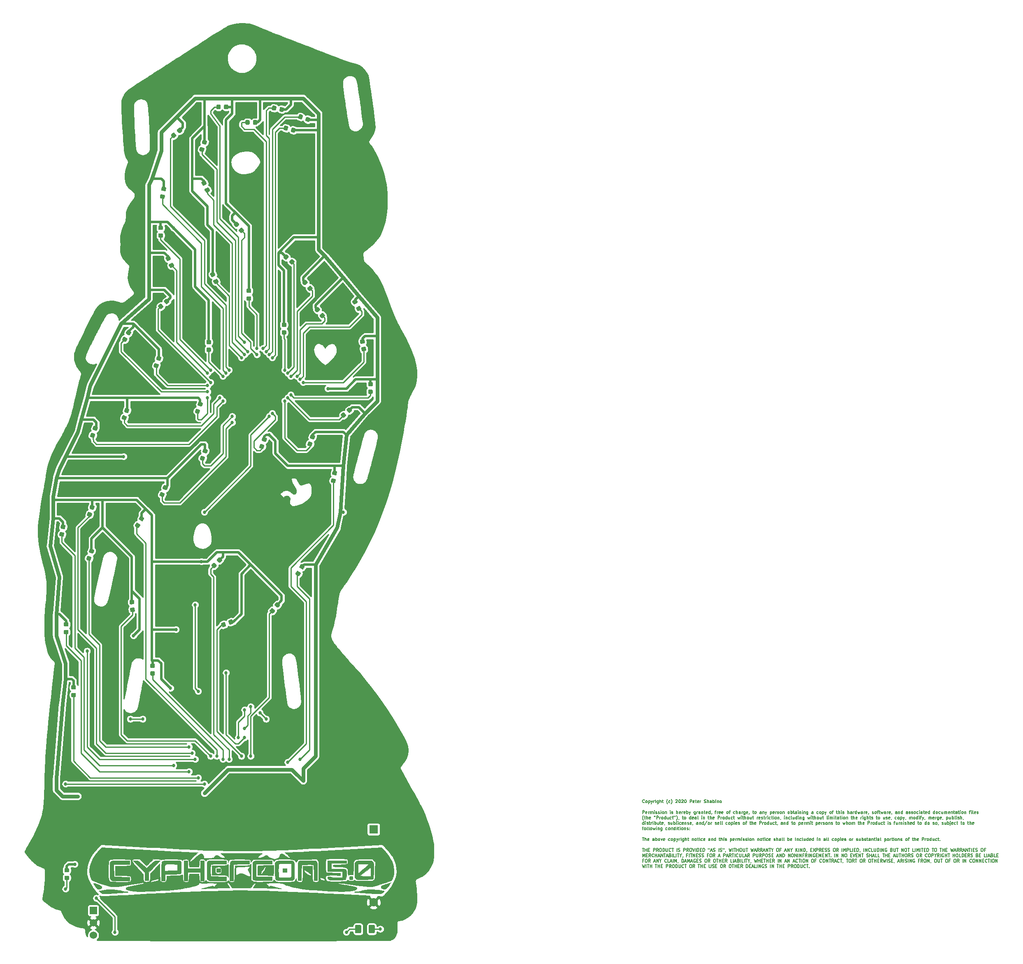
<source format=gtl>
G04 #@! TF.GenerationSoftware,KiCad,Pcbnew,(5.1.5)-3*
G04 #@! TF.CreationDate,2020-02-09T18:17:14-06:00*
G04 #@! TF.ProjectId,tymkrs_Cyphercon_2020_parrot,74796d6b-7273-45f4-9379-70686572636f,V0*
G04 #@! TF.SameCoordinates,Original*
G04 #@! TF.FileFunction,Copper,L1,Top*
G04 #@! TF.FilePolarity,Positive*
%FSLAX46Y46*%
G04 Gerber Fmt 4.6, Leading zero omitted, Abs format (unit mm)*
G04 Created by KiCad (PCBNEW (5.1.5)-3) date 2020-02-09 18:17:14*
%MOMM*%
%LPD*%
G04 APERTURE LIST*
%ADD10C,0.158750*%
%ADD11C,0.010000*%
%ADD12C,0.100000*%
%ADD13C,1.524000*%
%ADD14R,1.524000X1.524000*%
%ADD15C,1.778000*%
%ADD16R,1.778000X1.778000*%
%ADD17C,0.690000*%
%ADD18C,0.254000*%
%ADD19C,0.762000*%
%ADD20C,0.508000*%
G04 APERTURE END LIST*
D10*
X209913235Y-167660410D02*
X209882997Y-167690648D01*
X209792282Y-167720886D01*
X209731806Y-167720886D01*
X209641092Y-167690648D01*
X209580616Y-167630172D01*
X209550377Y-167569696D01*
X209520139Y-167448744D01*
X209520139Y-167358029D01*
X209550377Y-167237077D01*
X209580616Y-167176601D01*
X209641092Y-167116125D01*
X209731806Y-167085886D01*
X209792282Y-167085886D01*
X209882997Y-167116125D01*
X209913235Y-167146363D01*
X210276092Y-167720886D02*
X210215616Y-167690648D01*
X210185377Y-167660410D01*
X210155139Y-167599934D01*
X210155139Y-167418505D01*
X210185377Y-167358029D01*
X210215616Y-167327791D01*
X210276092Y-167297553D01*
X210366806Y-167297553D01*
X210427282Y-167327791D01*
X210457520Y-167358029D01*
X210487758Y-167418505D01*
X210487758Y-167599934D01*
X210457520Y-167660410D01*
X210427282Y-167690648D01*
X210366806Y-167720886D01*
X210276092Y-167720886D01*
X210759901Y-167297553D02*
X210759901Y-167932553D01*
X210759901Y-167327791D02*
X210820377Y-167297553D01*
X210941330Y-167297553D01*
X211001806Y-167327791D01*
X211032044Y-167358029D01*
X211062282Y-167418505D01*
X211062282Y-167599934D01*
X211032044Y-167660410D01*
X211001806Y-167690648D01*
X210941330Y-167720886D01*
X210820377Y-167720886D01*
X210759901Y-167690648D01*
X211273949Y-167297553D02*
X211425139Y-167720886D01*
X211576330Y-167297553D02*
X211425139Y-167720886D01*
X211364663Y-167872077D01*
X211334425Y-167902315D01*
X211273949Y-167932553D01*
X211818235Y-167720886D02*
X211818235Y-167297553D01*
X211818235Y-167418505D02*
X211848473Y-167358029D01*
X211878711Y-167327791D01*
X211939187Y-167297553D01*
X211999663Y-167297553D01*
X212211330Y-167720886D02*
X212211330Y-167297553D01*
X212211330Y-167085886D02*
X212181092Y-167116125D01*
X212211330Y-167146363D01*
X212241568Y-167116125D01*
X212211330Y-167085886D01*
X212211330Y-167146363D01*
X212785854Y-167297553D02*
X212785854Y-167811601D01*
X212755616Y-167872077D01*
X212725377Y-167902315D01*
X212664901Y-167932553D01*
X212574187Y-167932553D01*
X212513711Y-167902315D01*
X212785854Y-167690648D02*
X212725377Y-167720886D01*
X212604425Y-167720886D01*
X212543949Y-167690648D01*
X212513711Y-167660410D01*
X212483473Y-167599934D01*
X212483473Y-167418505D01*
X212513711Y-167358029D01*
X212543949Y-167327791D01*
X212604425Y-167297553D01*
X212725377Y-167297553D01*
X212785854Y-167327791D01*
X213088235Y-167720886D02*
X213088235Y-167085886D01*
X213360377Y-167720886D02*
X213360377Y-167388267D01*
X213330139Y-167327791D01*
X213269663Y-167297553D01*
X213178949Y-167297553D01*
X213118473Y-167327791D01*
X213088235Y-167358029D01*
X213572044Y-167297553D02*
X213813949Y-167297553D01*
X213662758Y-167085886D02*
X213662758Y-167630172D01*
X213692997Y-167690648D01*
X213753473Y-167720886D01*
X213813949Y-167720886D01*
X214690854Y-167962791D02*
X214660616Y-167932553D01*
X214600139Y-167841839D01*
X214569901Y-167781363D01*
X214539663Y-167690648D01*
X214509425Y-167539458D01*
X214509425Y-167418505D01*
X214539663Y-167267315D01*
X214569901Y-167176601D01*
X214600139Y-167116125D01*
X214660616Y-167025410D01*
X214690854Y-166995172D01*
X215204901Y-167690648D02*
X215144425Y-167720886D01*
X215023473Y-167720886D01*
X214962997Y-167690648D01*
X214932758Y-167660410D01*
X214902520Y-167599934D01*
X214902520Y-167418505D01*
X214932758Y-167358029D01*
X214962997Y-167327791D01*
X215023473Y-167297553D01*
X215144425Y-167297553D01*
X215204901Y-167327791D01*
X215416568Y-167962791D02*
X215446806Y-167932553D01*
X215507282Y-167841839D01*
X215537520Y-167781363D01*
X215567758Y-167690648D01*
X215597997Y-167539458D01*
X215597997Y-167418505D01*
X215567758Y-167267315D01*
X215537520Y-167176601D01*
X215507282Y-167116125D01*
X215446806Y-167025410D01*
X215416568Y-166995172D01*
X216353949Y-167146363D02*
X216384187Y-167116125D01*
X216444663Y-167085886D01*
X216595854Y-167085886D01*
X216656330Y-167116125D01*
X216686568Y-167146363D01*
X216716806Y-167206839D01*
X216716806Y-167267315D01*
X216686568Y-167358029D01*
X216323711Y-167720886D01*
X216716806Y-167720886D01*
X217109901Y-167085886D02*
X217170377Y-167085886D01*
X217230854Y-167116125D01*
X217261092Y-167146363D01*
X217291330Y-167206839D01*
X217321568Y-167327791D01*
X217321568Y-167478982D01*
X217291330Y-167599934D01*
X217261092Y-167660410D01*
X217230854Y-167690648D01*
X217170377Y-167720886D01*
X217109901Y-167720886D01*
X217049425Y-167690648D01*
X217019187Y-167660410D01*
X216988949Y-167599934D01*
X216958711Y-167478982D01*
X216958711Y-167327791D01*
X216988949Y-167206839D01*
X217019187Y-167146363D01*
X217049425Y-167116125D01*
X217109901Y-167085886D01*
X217563473Y-167146363D02*
X217593711Y-167116125D01*
X217654187Y-167085886D01*
X217805377Y-167085886D01*
X217865854Y-167116125D01*
X217896092Y-167146363D01*
X217926330Y-167206839D01*
X217926330Y-167267315D01*
X217896092Y-167358029D01*
X217533235Y-167720886D01*
X217926330Y-167720886D01*
X218319425Y-167085886D02*
X218379901Y-167085886D01*
X218440377Y-167116125D01*
X218470616Y-167146363D01*
X218500854Y-167206839D01*
X218531092Y-167327791D01*
X218531092Y-167478982D01*
X218500854Y-167599934D01*
X218470616Y-167660410D01*
X218440377Y-167690648D01*
X218379901Y-167720886D01*
X218319425Y-167720886D01*
X218258949Y-167690648D01*
X218228711Y-167660410D01*
X218198473Y-167599934D01*
X218168235Y-167478982D01*
X218168235Y-167327791D01*
X218198473Y-167206839D01*
X218228711Y-167146363D01*
X218258949Y-167116125D01*
X218319425Y-167085886D01*
X219287044Y-167720886D02*
X219287044Y-167085886D01*
X219528949Y-167085886D01*
X219589425Y-167116125D01*
X219619663Y-167146363D01*
X219649901Y-167206839D01*
X219649901Y-167297553D01*
X219619663Y-167358029D01*
X219589425Y-167388267D01*
X219528949Y-167418505D01*
X219287044Y-167418505D01*
X220163949Y-167690648D02*
X220103473Y-167720886D01*
X219982520Y-167720886D01*
X219922044Y-167690648D01*
X219891806Y-167630172D01*
X219891806Y-167388267D01*
X219922044Y-167327791D01*
X219982520Y-167297553D01*
X220103473Y-167297553D01*
X220163949Y-167327791D01*
X220194187Y-167388267D01*
X220194187Y-167448744D01*
X219891806Y-167509220D01*
X220375616Y-167297553D02*
X220617520Y-167297553D01*
X220466330Y-167085886D02*
X220466330Y-167630172D01*
X220496568Y-167690648D01*
X220557044Y-167720886D01*
X220617520Y-167720886D01*
X221071092Y-167690648D02*
X221010616Y-167720886D01*
X220889663Y-167720886D01*
X220829187Y-167690648D01*
X220798949Y-167630172D01*
X220798949Y-167388267D01*
X220829187Y-167327791D01*
X220889663Y-167297553D01*
X221010616Y-167297553D01*
X221071092Y-167327791D01*
X221101330Y-167388267D01*
X221101330Y-167448744D01*
X220798949Y-167509220D01*
X221373473Y-167720886D02*
X221373473Y-167297553D01*
X221373473Y-167418505D02*
X221403711Y-167358029D01*
X221433949Y-167327791D01*
X221494425Y-167297553D01*
X221554901Y-167297553D01*
X222220139Y-167690648D02*
X222310854Y-167720886D01*
X222462044Y-167720886D01*
X222522520Y-167690648D01*
X222552758Y-167660410D01*
X222582997Y-167599934D01*
X222582997Y-167539458D01*
X222552758Y-167478982D01*
X222522520Y-167448744D01*
X222462044Y-167418505D01*
X222341092Y-167388267D01*
X222280616Y-167358029D01*
X222250377Y-167327791D01*
X222220139Y-167267315D01*
X222220139Y-167206839D01*
X222250377Y-167146363D01*
X222280616Y-167116125D01*
X222341092Y-167085886D01*
X222492282Y-167085886D01*
X222582997Y-167116125D01*
X222855139Y-167720886D02*
X222855139Y-167085886D01*
X223127282Y-167720886D02*
X223127282Y-167388267D01*
X223097044Y-167327791D01*
X223036568Y-167297553D01*
X222945854Y-167297553D01*
X222885377Y-167327791D01*
X222855139Y-167358029D01*
X223701806Y-167720886D02*
X223701806Y-167388267D01*
X223671568Y-167327791D01*
X223611092Y-167297553D01*
X223490139Y-167297553D01*
X223429663Y-167327791D01*
X223701806Y-167690648D02*
X223641330Y-167720886D01*
X223490139Y-167720886D01*
X223429663Y-167690648D01*
X223399425Y-167630172D01*
X223399425Y-167569696D01*
X223429663Y-167509220D01*
X223490139Y-167478982D01*
X223641330Y-167478982D01*
X223701806Y-167448744D01*
X224004187Y-167720886D02*
X224004187Y-167085886D01*
X224004187Y-167327791D02*
X224064663Y-167297553D01*
X224185616Y-167297553D01*
X224246092Y-167327791D01*
X224276330Y-167358029D01*
X224306568Y-167418505D01*
X224306568Y-167599934D01*
X224276330Y-167660410D01*
X224246092Y-167690648D01*
X224185616Y-167720886D01*
X224064663Y-167720886D01*
X224004187Y-167690648D01*
X224578711Y-167720886D02*
X224578711Y-167297553D01*
X224578711Y-167085886D02*
X224548473Y-167116125D01*
X224578711Y-167146363D01*
X224608949Y-167116125D01*
X224578711Y-167085886D01*
X224578711Y-167146363D01*
X224881092Y-167297553D02*
X224881092Y-167720886D01*
X224881092Y-167358029D02*
X224911330Y-167327791D01*
X224971806Y-167297553D01*
X225062520Y-167297553D01*
X225122997Y-167327791D01*
X225153235Y-167388267D01*
X225153235Y-167720886D01*
X225546330Y-167720886D02*
X225485854Y-167690648D01*
X225455616Y-167660410D01*
X225425377Y-167599934D01*
X225425377Y-167418505D01*
X225455616Y-167358029D01*
X225485854Y-167327791D01*
X225546330Y-167297553D01*
X225637044Y-167297553D01*
X225697520Y-167327791D01*
X225727758Y-167358029D01*
X225757997Y-167418505D01*
X225757997Y-167599934D01*
X225727758Y-167660410D01*
X225697520Y-167690648D01*
X225637044Y-167720886D01*
X225546330Y-167720886D01*
X209550377Y-169943386D02*
X209550377Y-169308386D01*
X209792282Y-169308386D01*
X209852758Y-169338625D01*
X209882997Y-169368863D01*
X209913235Y-169429339D01*
X209913235Y-169520053D01*
X209882997Y-169580529D01*
X209852758Y-169610767D01*
X209792282Y-169641005D01*
X209550377Y-169641005D01*
X210427282Y-169913148D02*
X210366806Y-169943386D01*
X210245854Y-169943386D01*
X210185377Y-169913148D01*
X210155139Y-169852672D01*
X210155139Y-169610767D01*
X210185377Y-169550291D01*
X210245854Y-169520053D01*
X210366806Y-169520053D01*
X210427282Y-169550291D01*
X210457520Y-169610767D01*
X210457520Y-169671244D01*
X210155139Y-169731720D01*
X210729663Y-169943386D02*
X210729663Y-169520053D01*
X210729663Y-169641005D02*
X210759901Y-169580529D01*
X210790139Y-169550291D01*
X210850616Y-169520053D01*
X210911092Y-169520053D01*
X211122758Y-169943386D02*
X211122758Y-169520053D01*
X211122758Y-169580529D02*
X211152997Y-169550291D01*
X211213473Y-169520053D01*
X211304187Y-169520053D01*
X211364663Y-169550291D01*
X211394901Y-169610767D01*
X211394901Y-169943386D01*
X211394901Y-169610767D02*
X211425139Y-169550291D01*
X211485616Y-169520053D01*
X211576330Y-169520053D01*
X211636806Y-169550291D01*
X211667044Y-169610767D01*
X211667044Y-169943386D01*
X211969425Y-169943386D02*
X211969425Y-169520053D01*
X211969425Y-169308386D02*
X211939187Y-169338625D01*
X211969425Y-169368863D01*
X211999663Y-169338625D01*
X211969425Y-169308386D01*
X211969425Y-169368863D01*
X212241568Y-169913148D02*
X212302044Y-169943386D01*
X212422997Y-169943386D01*
X212483473Y-169913148D01*
X212513711Y-169852672D01*
X212513711Y-169822434D01*
X212483473Y-169761958D01*
X212422997Y-169731720D01*
X212332282Y-169731720D01*
X212271806Y-169701482D01*
X212241568Y-169641005D01*
X212241568Y-169610767D01*
X212271806Y-169550291D01*
X212332282Y-169520053D01*
X212422997Y-169520053D01*
X212483473Y-169550291D01*
X212755616Y-169913148D02*
X212816092Y-169943386D01*
X212937044Y-169943386D01*
X212997520Y-169913148D01*
X213027758Y-169852672D01*
X213027758Y-169822434D01*
X212997520Y-169761958D01*
X212937044Y-169731720D01*
X212846330Y-169731720D01*
X212785854Y-169701482D01*
X212755616Y-169641005D01*
X212755616Y-169610767D01*
X212785854Y-169550291D01*
X212846330Y-169520053D01*
X212937044Y-169520053D01*
X212997520Y-169550291D01*
X213299901Y-169943386D02*
X213299901Y-169520053D01*
X213299901Y-169308386D02*
X213269663Y-169338625D01*
X213299901Y-169368863D01*
X213330139Y-169338625D01*
X213299901Y-169308386D01*
X213299901Y-169368863D01*
X213692997Y-169943386D02*
X213632520Y-169913148D01*
X213602282Y-169882910D01*
X213572044Y-169822434D01*
X213572044Y-169641005D01*
X213602282Y-169580529D01*
X213632520Y-169550291D01*
X213692997Y-169520053D01*
X213783711Y-169520053D01*
X213844187Y-169550291D01*
X213874425Y-169580529D01*
X213904663Y-169641005D01*
X213904663Y-169822434D01*
X213874425Y-169882910D01*
X213844187Y-169913148D01*
X213783711Y-169943386D01*
X213692997Y-169943386D01*
X214176806Y-169520053D02*
X214176806Y-169943386D01*
X214176806Y-169580529D02*
X214207044Y-169550291D01*
X214267520Y-169520053D01*
X214358235Y-169520053D01*
X214418711Y-169550291D01*
X214448949Y-169610767D01*
X214448949Y-169943386D01*
X215235139Y-169943386D02*
X215235139Y-169520053D01*
X215235139Y-169308386D02*
X215204901Y-169338625D01*
X215235139Y-169368863D01*
X215265377Y-169338625D01*
X215235139Y-169308386D01*
X215235139Y-169368863D01*
X215507282Y-169913148D02*
X215567758Y-169943386D01*
X215688711Y-169943386D01*
X215749187Y-169913148D01*
X215779425Y-169852672D01*
X215779425Y-169822434D01*
X215749187Y-169761958D01*
X215688711Y-169731720D01*
X215597997Y-169731720D01*
X215537520Y-169701482D01*
X215507282Y-169641005D01*
X215507282Y-169610767D01*
X215537520Y-169550291D01*
X215597997Y-169520053D01*
X215688711Y-169520053D01*
X215749187Y-169550291D01*
X216535377Y-169943386D02*
X216535377Y-169308386D01*
X216807520Y-169943386D02*
X216807520Y-169610767D01*
X216777282Y-169550291D01*
X216716806Y-169520053D01*
X216626092Y-169520053D01*
X216565616Y-169550291D01*
X216535377Y-169580529D01*
X217351806Y-169913148D02*
X217291330Y-169943386D01*
X217170377Y-169943386D01*
X217109901Y-169913148D01*
X217079663Y-169852672D01*
X217079663Y-169610767D01*
X217109901Y-169550291D01*
X217170377Y-169520053D01*
X217291330Y-169520053D01*
X217351806Y-169550291D01*
X217382044Y-169610767D01*
X217382044Y-169671244D01*
X217079663Y-169731720D01*
X217654187Y-169943386D02*
X217654187Y-169520053D01*
X217654187Y-169641005D02*
X217684425Y-169580529D01*
X217714663Y-169550291D01*
X217775139Y-169520053D01*
X217835616Y-169520053D01*
X218289187Y-169913148D02*
X218228711Y-169943386D01*
X218107758Y-169943386D01*
X218047282Y-169913148D01*
X218017044Y-169852672D01*
X218017044Y-169610767D01*
X218047282Y-169550291D01*
X218107758Y-169520053D01*
X218228711Y-169520053D01*
X218289187Y-169550291D01*
X218319425Y-169610767D01*
X218319425Y-169671244D01*
X218017044Y-169731720D01*
X218591568Y-169943386D02*
X218591568Y-169308386D01*
X218591568Y-169550291D02*
X218652044Y-169520053D01*
X218772997Y-169520053D01*
X218833473Y-169550291D01*
X218863711Y-169580529D01*
X218893949Y-169641005D01*
X218893949Y-169822434D01*
X218863711Y-169882910D01*
X218833473Y-169913148D01*
X218772997Y-169943386D01*
X218652044Y-169943386D01*
X218591568Y-169913148D01*
X219105616Y-169520053D02*
X219256806Y-169943386D01*
X219407997Y-169520053D02*
X219256806Y-169943386D01*
X219196330Y-170094577D01*
X219166092Y-170124815D01*
X219105616Y-170155053D01*
X220405854Y-169520053D02*
X220405854Y-170034101D01*
X220375616Y-170094577D01*
X220345377Y-170124815D01*
X220284901Y-170155053D01*
X220194187Y-170155053D01*
X220133711Y-170124815D01*
X220405854Y-169913148D02*
X220345377Y-169943386D01*
X220224425Y-169943386D01*
X220163949Y-169913148D01*
X220133711Y-169882910D01*
X220103473Y-169822434D01*
X220103473Y-169641005D01*
X220133711Y-169580529D01*
X220163949Y-169550291D01*
X220224425Y-169520053D01*
X220345377Y-169520053D01*
X220405854Y-169550291D01*
X220708235Y-169943386D02*
X220708235Y-169520053D01*
X220708235Y-169641005D02*
X220738473Y-169580529D01*
X220768711Y-169550291D01*
X220829187Y-169520053D01*
X220889663Y-169520053D01*
X221373473Y-169943386D02*
X221373473Y-169610767D01*
X221343235Y-169550291D01*
X221282758Y-169520053D01*
X221161806Y-169520053D01*
X221101330Y-169550291D01*
X221373473Y-169913148D02*
X221312997Y-169943386D01*
X221161806Y-169943386D01*
X221101330Y-169913148D01*
X221071092Y-169852672D01*
X221071092Y-169792196D01*
X221101330Y-169731720D01*
X221161806Y-169701482D01*
X221312997Y-169701482D01*
X221373473Y-169671244D01*
X221675854Y-169520053D02*
X221675854Y-169943386D01*
X221675854Y-169580529D02*
X221706092Y-169550291D01*
X221766568Y-169520053D01*
X221857282Y-169520053D01*
X221917758Y-169550291D01*
X221947997Y-169610767D01*
X221947997Y-169943386D01*
X222159663Y-169520053D02*
X222401568Y-169520053D01*
X222250377Y-169308386D02*
X222250377Y-169852672D01*
X222280616Y-169913148D01*
X222341092Y-169943386D01*
X222401568Y-169943386D01*
X222855139Y-169913148D02*
X222794663Y-169943386D01*
X222673711Y-169943386D01*
X222613235Y-169913148D01*
X222582997Y-169852672D01*
X222582997Y-169610767D01*
X222613235Y-169550291D01*
X222673711Y-169520053D01*
X222794663Y-169520053D01*
X222855139Y-169550291D01*
X222885377Y-169610767D01*
X222885377Y-169671244D01*
X222582997Y-169731720D01*
X223429663Y-169943386D02*
X223429663Y-169308386D01*
X223429663Y-169913148D02*
X223369187Y-169943386D01*
X223248235Y-169943386D01*
X223187758Y-169913148D01*
X223157520Y-169882910D01*
X223127282Y-169822434D01*
X223127282Y-169641005D01*
X223157520Y-169580529D01*
X223187758Y-169550291D01*
X223248235Y-169520053D01*
X223369187Y-169520053D01*
X223429663Y-169550291D01*
X223762282Y-169913148D02*
X223762282Y-169943386D01*
X223732044Y-170003863D01*
X223701806Y-170034101D01*
X224427520Y-169520053D02*
X224669425Y-169520053D01*
X224518235Y-169943386D02*
X224518235Y-169399101D01*
X224548473Y-169338625D01*
X224608949Y-169308386D01*
X224669425Y-169308386D01*
X224881092Y-169943386D02*
X224881092Y-169520053D01*
X224881092Y-169641005D02*
X224911330Y-169580529D01*
X224941568Y-169550291D01*
X225002044Y-169520053D01*
X225062520Y-169520053D01*
X225516092Y-169913148D02*
X225455616Y-169943386D01*
X225334663Y-169943386D01*
X225274187Y-169913148D01*
X225243949Y-169852672D01*
X225243949Y-169610767D01*
X225274187Y-169550291D01*
X225334663Y-169520053D01*
X225455616Y-169520053D01*
X225516092Y-169550291D01*
X225546330Y-169610767D01*
X225546330Y-169671244D01*
X225243949Y-169731720D01*
X226060377Y-169913148D02*
X225999901Y-169943386D01*
X225878949Y-169943386D01*
X225818473Y-169913148D01*
X225788235Y-169852672D01*
X225788235Y-169610767D01*
X225818473Y-169550291D01*
X225878949Y-169520053D01*
X225999901Y-169520053D01*
X226060377Y-169550291D01*
X226090616Y-169610767D01*
X226090616Y-169671244D01*
X225788235Y-169731720D01*
X226937282Y-169943386D02*
X226876806Y-169913148D01*
X226846568Y-169882910D01*
X226816330Y-169822434D01*
X226816330Y-169641005D01*
X226846568Y-169580529D01*
X226876806Y-169550291D01*
X226937282Y-169520053D01*
X227027997Y-169520053D01*
X227088473Y-169550291D01*
X227118711Y-169580529D01*
X227148949Y-169641005D01*
X227148949Y-169822434D01*
X227118711Y-169882910D01*
X227088473Y-169913148D01*
X227027997Y-169943386D01*
X226937282Y-169943386D01*
X227330377Y-169520053D02*
X227572282Y-169520053D01*
X227421092Y-169943386D02*
X227421092Y-169399101D01*
X227451330Y-169338625D01*
X227511806Y-169308386D01*
X227572282Y-169308386D01*
X228539901Y-169913148D02*
X228479425Y-169943386D01*
X228358473Y-169943386D01*
X228297997Y-169913148D01*
X228267758Y-169882910D01*
X228237520Y-169822434D01*
X228237520Y-169641005D01*
X228267758Y-169580529D01*
X228297997Y-169550291D01*
X228358473Y-169520053D01*
X228479425Y-169520053D01*
X228539901Y-169550291D01*
X228812044Y-169943386D02*
X228812044Y-169308386D01*
X229084187Y-169943386D02*
X229084187Y-169610767D01*
X229053949Y-169550291D01*
X228993473Y-169520053D01*
X228902758Y-169520053D01*
X228842282Y-169550291D01*
X228812044Y-169580529D01*
X229658711Y-169943386D02*
X229658711Y-169610767D01*
X229628473Y-169550291D01*
X229567997Y-169520053D01*
X229447044Y-169520053D01*
X229386568Y-169550291D01*
X229658711Y-169913148D02*
X229598235Y-169943386D01*
X229447044Y-169943386D01*
X229386568Y-169913148D01*
X229356330Y-169852672D01*
X229356330Y-169792196D01*
X229386568Y-169731720D01*
X229447044Y-169701482D01*
X229598235Y-169701482D01*
X229658711Y-169671244D01*
X229961092Y-169943386D02*
X229961092Y-169520053D01*
X229961092Y-169641005D02*
X229991330Y-169580529D01*
X230021568Y-169550291D01*
X230082044Y-169520053D01*
X230142520Y-169520053D01*
X230626330Y-169520053D02*
X230626330Y-170034101D01*
X230596092Y-170094577D01*
X230565854Y-170124815D01*
X230505377Y-170155053D01*
X230414663Y-170155053D01*
X230354187Y-170124815D01*
X230626330Y-169913148D02*
X230565854Y-169943386D01*
X230444901Y-169943386D01*
X230384425Y-169913148D01*
X230354187Y-169882910D01*
X230323949Y-169822434D01*
X230323949Y-169641005D01*
X230354187Y-169580529D01*
X230384425Y-169550291D01*
X230444901Y-169520053D01*
X230565854Y-169520053D01*
X230626330Y-169550291D01*
X231170616Y-169913148D02*
X231110139Y-169943386D01*
X230989187Y-169943386D01*
X230928711Y-169913148D01*
X230898473Y-169852672D01*
X230898473Y-169610767D01*
X230928711Y-169550291D01*
X230989187Y-169520053D01*
X231110139Y-169520053D01*
X231170616Y-169550291D01*
X231200854Y-169610767D01*
X231200854Y-169671244D01*
X230898473Y-169731720D01*
X231503235Y-169913148D02*
X231503235Y-169943386D01*
X231472997Y-170003863D01*
X231442758Y-170034101D01*
X232168473Y-169520053D02*
X232410377Y-169520053D01*
X232259187Y-169308386D02*
X232259187Y-169852672D01*
X232289425Y-169913148D01*
X232349901Y-169943386D01*
X232410377Y-169943386D01*
X232712758Y-169943386D02*
X232652282Y-169913148D01*
X232622044Y-169882910D01*
X232591806Y-169822434D01*
X232591806Y-169641005D01*
X232622044Y-169580529D01*
X232652282Y-169550291D01*
X232712758Y-169520053D01*
X232803473Y-169520053D01*
X232863949Y-169550291D01*
X232894187Y-169580529D01*
X232924425Y-169641005D01*
X232924425Y-169822434D01*
X232894187Y-169882910D01*
X232863949Y-169913148D01*
X232803473Y-169943386D01*
X232712758Y-169943386D01*
X233952520Y-169943386D02*
X233952520Y-169610767D01*
X233922282Y-169550291D01*
X233861806Y-169520053D01*
X233740854Y-169520053D01*
X233680377Y-169550291D01*
X233952520Y-169913148D02*
X233892044Y-169943386D01*
X233740854Y-169943386D01*
X233680377Y-169913148D01*
X233650139Y-169852672D01*
X233650139Y-169792196D01*
X233680377Y-169731720D01*
X233740854Y-169701482D01*
X233892044Y-169701482D01*
X233952520Y-169671244D01*
X234254901Y-169520053D02*
X234254901Y-169943386D01*
X234254901Y-169580529D02*
X234285139Y-169550291D01*
X234345616Y-169520053D01*
X234436330Y-169520053D01*
X234496806Y-169550291D01*
X234527044Y-169610767D01*
X234527044Y-169943386D01*
X234768949Y-169520053D02*
X234920139Y-169943386D01*
X235071330Y-169520053D02*
X234920139Y-169943386D01*
X234859663Y-170094577D01*
X234829425Y-170124815D01*
X234768949Y-170155053D01*
X235797044Y-169520053D02*
X235797044Y-170155053D01*
X235797044Y-169550291D02*
X235857520Y-169520053D01*
X235978473Y-169520053D01*
X236038949Y-169550291D01*
X236069187Y-169580529D01*
X236099425Y-169641005D01*
X236099425Y-169822434D01*
X236069187Y-169882910D01*
X236038949Y-169913148D01*
X235978473Y-169943386D01*
X235857520Y-169943386D01*
X235797044Y-169913148D01*
X236613473Y-169913148D02*
X236552997Y-169943386D01*
X236432044Y-169943386D01*
X236371568Y-169913148D01*
X236341330Y-169852672D01*
X236341330Y-169610767D01*
X236371568Y-169550291D01*
X236432044Y-169520053D01*
X236552997Y-169520053D01*
X236613473Y-169550291D01*
X236643711Y-169610767D01*
X236643711Y-169671244D01*
X236341330Y-169731720D01*
X236915854Y-169943386D02*
X236915854Y-169520053D01*
X236915854Y-169641005D02*
X236946092Y-169580529D01*
X236976330Y-169550291D01*
X237036806Y-169520053D01*
X237097282Y-169520053D01*
X237278711Y-169913148D02*
X237339187Y-169943386D01*
X237460139Y-169943386D01*
X237520616Y-169913148D01*
X237550854Y-169852672D01*
X237550854Y-169822434D01*
X237520616Y-169761958D01*
X237460139Y-169731720D01*
X237369425Y-169731720D01*
X237308949Y-169701482D01*
X237278711Y-169641005D01*
X237278711Y-169610767D01*
X237308949Y-169550291D01*
X237369425Y-169520053D01*
X237460139Y-169520053D01*
X237520616Y-169550291D01*
X237913711Y-169943386D02*
X237853235Y-169913148D01*
X237822997Y-169882910D01*
X237792758Y-169822434D01*
X237792758Y-169641005D01*
X237822997Y-169580529D01*
X237853235Y-169550291D01*
X237913711Y-169520053D01*
X238004425Y-169520053D01*
X238064901Y-169550291D01*
X238095139Y-169580529D01*
X238125377Y-169641005D01*
X238125377Y-169822434D01*
X238095139Y-169882910D01*
X238064901Y-169913148D01*
X238004425Y-169943386D01*
X237913711Y-169943386D01*
X238397520Y-169520053D02*
X238397520Y-169943386D01*
X238397520Y-169580529D02*
X238427758Y-169550291D01*
X238488235Y-169520053D01*
X238578949Y-169520053D01*
X238639425Y-169550291D01*
X238669663Y-169610767D01*
X238669663Y-169943386D01*
X239546568Y-169943386D02*
X239486092Y-169913148D01*
X239455854Y-169882910D01*
X239425616Y-169822434D01*
X239425616Y-169641005D01*
X239455854Y-169580529D01*
X239486092Y-169550291D01*
X239546568Y-169520053D01*
X239637282Y-169520053D01*
X239697758Y-169550291D01*
X239727997Y-169580529D01*
X239758235Y-169641005D01*
X239758235Y-169822434D01*
X239727997Y-169882910D01*
X239697758Y-169913148D01*
X239637282Y-169943386D01*
X239546568Y-169943386D01*
X240030377Y-169943386D02*
X240030377Y-169308386D01*
X240030377Y-169550291D02*
X240090854Y-169520053D01*
X240211806Y-169520053D01*
X240272282Y-169550291D01*
X240302520Y-169580529D01*
X240332758Y-169641005D01*
X240332758Y-169822434D01*
X240302520Y-169882910D01*
X240272282Y-169913148D01*
X240211806Y-169943386D01*
X240090854Y-169943386D01*
X240030377Y-169913148D01*
X240514187Y-169520053D02*
X240756092Y-169520053D01*
X240604901Y-169308386D02*
X240604901Y-169852672D01*
X240635139Y-169913148D01*
X240695616Y-169943386D01*
X240756092Y-169943386D01*
X241239901Y-169943386D02*
X241239901Y-169610767D01*
X241209663Y-169550291D01*
X241149187Y-169520053D01*
X241028235Y-169520053D01*
X240967758Y-169550291D01*
X241239901Y-169913148D02*
X241179425Y-169943386D01*
X241028235Y-169943386D01*
X240967758Y-169913148D01*
X240937520Y-169852672D01*
X240937520Y-169792196D01*
X240967758Y-169731720D01*
X241028235Y-169701482D01*
X241179425Y-169701482D01*
X241239901Y-169671244D01*
X241542282Y-169943386D02*
X241542282Y-169520053D01*
X241542282Y-169308386D02*
X241512044Y-169338625D01*
X241542282Y-169368863D01*
X241572520Y-169338625D01*
X241542282Y-169308386D01*
X241542282Y-169368863D01*
X241844663Y-169520053D02*
X241844663Y-169943386D01*
X241844663Y-169580529D02*
X241874901Y-169550291D01*
X241935377Y-169520053D01*
X242026092Y-169520053D01*
X242086568Y-169550291D01*
X242116806Y-169610767D01*
X242116806Y-169943386D01*
X242419187Y-169943386D02*
X242419187Y-169520053D01*
X242419187Y-169308386D02*
X242388949Y-169338625D01*
X242419187Y-169368863D01*
X242449425Y-169338625D01*
X242419187Y-169308386D01*
X242419187Y-169368863D01*
X242721568Y-169520053D02*
X242721568Y-169943386D01*
X242721568Y-169580529D02*
X242751806Y-169550291D01*
X242812282Y-169520053D01*
X242902997Y-169520053D01*
X242963473Y-169550291D01*
X242993711Y-169610767D01*
X242993711Y-169943386D01*
X243568235Y-169520053D02*
X243568235Y-170034101D01*
X243537997Y-170094577D01*
X243507758Y-170124815D01*
X243447282Y-170155053D01*
X243356568Y-170155053D01*
X243296092Y-170124815D01*
X243568235Y-169913148D02*
X243507758Y-169943386D01*
X243386806Y-169943386D01*
X243326330Y-169913148D01*
X243296092Y-169882910D01*
X243265854Y-169822434D01*
X243265854Y-169641005D01*
X243296092Y-169580529D01*
X243326330Y-169550291D01*
X243386806Y-169520053D01*
X243507758Y-169520053D01*
X243568235Y-169550291D01*
X244626568Y-169943386D02*
X244626568Y-169610767D01*
X244596330Y-169550291D01*
X244535854Y-169520053D01*
X244414901Y-169520053D01*
X244354425Y-169550291D01*
X244626568Y-169913148D02*
X244566092Y-169943386D01*
X244414901Y-169943386D01*
X244354425Y-169913148D01*
X244324187Y-169852672D01*
X244324187Y-169792196D01*
X244354425Y-169731720D01*
X244414901Y-169701482D01*
X244566092Y-169701482D01*
X244626568Y-169671244D01*
X245684901Y-169913148D02*
X245624425Y-169943386D01*
X245503473Y-169943386D01*
X245442997Y-169913148D01*
X245412758Y-169882910D01*
X245382520Y-169822434D01*
X245382520Y-169641005D01*
X245412758Y-169580529D01*
X245442997Y-169550291D01*
X245503473Y-169520053D01*
X245624425Y-169520053D01*
X245684901Y-169550291D01*
X246047758Y-169943386D02*
X245987282Y-169913148D01*
X245957044Y-169882910D01*
X245926806Y-169822434D01*
X245926806Y-169641005D01*
X245957044Y-169580529D01*
X245987282Y-169550291D01*
X246047758Y-169520053D01*
X246138473Y-169520053D01*
X246198949Y-169550291D01*
X246229187Y-169580529D01*
X246259425Y-169641005D01*
X246259425Y-169822434D01*
X246229187Y-169882910D01*
X246198949Y-169913148D01*
X246138473Y-169943386D01*
X246047758Y-169943386D01*
X246531568Y-169520053D02*
X246531568Y-170155053D01*
X246531568Y-169550291D02*
X246592044Y-169520053D01*
X246712997Y-169520053D01*
X246773473Y-169550291D01*
X246803711Y-169580529D01*
X246833949Y-169641005D01*
X246833949Y-169822434D01*
X246803711Y-169882910D01*
X246773473Y-169913148D01*
X246712997Y-169943386D01*
X246592044Y-169943386D01*
X246531568Y-169913148D01*
X247045616Y-169520053D02*
X247196806Y-169943386D01*
X247347997Y-169520053D02*
X247196806Y-169943386D01*
X247136330Y-170094577D01*
X247106092Y-170124815D01*
X247045616Y-170155053D01*
X248164425Y-169943386D02*
X248103949Y-169913148D01*
X248073711Y-169882910D01*
X248043473Y-169822434D01*
X248043473Y-169641005D01*
X248073711Y-169580529D01*
X248103949Y-169550291D01*
X248164425Y-169520053D01*
X248255139Y-169520053D01*
X248315616Y-169550291D01*
X248345854Y-169580529D01*
X248376092Y-169641005D01*
X248376092Y-169822434D01*
X248345854Y-169882910D01*
X248315616Y-169913148D01*
X248255139Y-169943386D01*
X248164425Y-169943386D01*
X248557520Y-169520053D02*
X248799425Y-169520053D01*
X248648235Y-169943386D02*
X248648235Y-169399101D01*
X248678473Y-169338625D01*
X248738949Y-169308386D01*
X248799425Y-169308386D01*
X249404187Y-169520053D02*
X249646092Y-169520053D01*
X249494901Y-169308386D02*
X249494901Y-169852672D01*
X249525139Y-169913148D01*
X249585616Y-169943386D01*
X249646092Y-169943386D01*
X249857758Y-169943386D02*
X249857758Y-169308386D01*
X250129901Y-169943386D02*
X250129901Y-169610767D01*
X250099663Y-169550291D01*
X250039187Y-169520053D01*
X249948473Y-169520053D01*
X249887997Y-169550291D01*
X249857758Y-169580529D01*
X250432282Y-169943386D02*
X250432282Y-169520053D01*
X250432282Y-169308386D02*
X250402044Y-169338625D01*
X250432282Y-169368863D01*
X250462520Y-169338625D01*
X250432282Y-169308386D01*
X250432282Y-169368863D01*
X250704425Y-169913148D02*
X250764901Y-169943386D01*
X250885854Y-169943386D01*
X250946330Y-169913148D01*
X250976568Y-169852672D01*
X250976568Y-169822434D01*
X250946330Y-169761958D01*
X250885854Y-169731720D01*
X250795139Y-169731720D01*
X250734663Y-169701482D01*
X250704425Y-169641005D01*
X250704425Y-169610767D01*
X250734663Y-169550291D01*
X250795139Y-169520053D01*
X250885854Y-169520053D01*
X250946330Y-169550291D01*
X251732520Y-169943386D02*
X251732520Y-169308386D01*
X252004663Y-169943386D02*
X252004663Y-169610767D01*
X251974425Y-169550291D01*
X251913949Y-169520053D01*
X251823235Y-169520053D01*
X251762758Y-169550291D01*
X251732520Y-169580529D01*
X252579187Y-169943386D02*
X252579187Y-169610767D01*
X252548949Y-169550291D01*
X252488473Y-169520053D01*
X252367520Y-169520053D01*
X252307044Y-169550291D01*
X252579187Y-169913148D02*
X252518711Y-169943386D01*
X252367520Y-169943386D01*
X252307044Y-169913148D01*
X252276806Y-169852672D01*
X252276806Y-169792196D01*
X252307044Y-169731720D01*
X252367520Y-169701482D01*
X252518711Y-169701482D01*
X252579187Y-169671244D01*
X252881568Y-169943386D02*
X252881568Y-169520053D01*
X252881568Y-169641005D02*
X252911806Y-169580529D01*
X252942044Y-169550291D01*
X253002520Y-169520053D01*
X253062997Y-169520053D01*
X253546806Y-169943386D02*
X253546806Y-169308386D01*
X253546806Y-169913148D02*
X253486330Y-169943386D01*
X253365377Y-169943386D01*
X253304901Y-169913148D01*
X253274663Y-169882910D01*
X253244425Y-169822434D01*
X253244425Y-169641005D01*
X253274663Y-169580529D01*
X253304901Y-169550291D01*
X253365377Y-169520053D01*
X253486330Y-169520053D01*
X253546806Y-169550291D01*
X253788711Y-169520053D02*
X253909663Y-169943386D01*
X254030616Y-169641005D01*
X254151568Y-169943386D01*
X254272520Y-169520053D01*
X254786568Y-169943386D02*
X254786568Y-169610767D01*
X254756330Y-169550291D01*
X254695854Y-169520053D01*
X254574901Y-169520053D01*
X254514425Y-169550291D01*
X254786568Y-169913148D02*
X254726092Y-169943386D01*
X254574901Y-169943386D01*
X254514425Y-169913148D01*
X254484187Y-169852672D01*
X254484187Y-169792196D01*
X254514425Y-169731720D01*
X254574901Y-169701482D01*
X254726092Y-169701482D01*
X254786568Y-169671244D01*
X255088949Y-169943386D02*
X255088949Y-169520053D01*
X255088949Y-169641005D02*
X255119187Y-169580529D01*
X255149425Y-169550291D01*
X255209901Y-169520053D01*
X255270377Y-169520053D01*
X255723949Y-169913148D02*
X255663473Y-169943386D01*
X255542520Y-169943386D01*
X255482044Y-169913148D01*
X255451806Y-169852672D01*
X255451806Y-169610767D01*
X255482044Y-169550291D01*
X255542520Y-169520053D01*
X255663473Y-169520053D01*
X255723949Y-169550291D01*
X255754187Y-169610767D01*
X255754187Y-169671244D01*
X255451806Y-169731720D01*
X256056568Y-169913148D02*
X256056568Y-169943386D01*
X256026330Y-170003863D01*
X255996092Y-170034101D01*
X256782282Y-169913148D02*
X256842758Y-169943386D01*
X256963711Y-169943386D01*
X257024187Y-169913148D01*
X257054425Y-169852672D01*
X257054425Y-169822434D01*
X257024187Y-169761958D01*
X256963711Y-169731720D01*
X256872997Y-169731720D01*
X256812520Y-169701482D01*
X256782282Y-169641005D01*
X256782282Y-169610767D01*
X256812520Y-169550291D01*
X256872997Y-169520053D01*
X256963711Y-169520053D01*
X257024187Y-169550291D01*
X257417282Y-169943386D02*
X257356806Y-169913148D01*
X257326568Y-169882910D01*
X257296330Y-169822434D01*
X257296330Y-169641005D01*
X257326568Y-169580529D01*
X257356806Y-169550291D01*
X257417282Y-169520053D01*
X257507997Y-169520053D01*
X257568473Y-169550291D01*
X257598711Y-169580529D01*
X257628949Y-169641005D01*
X257628949Y-169822434D01*
X257598711Y-169882910D01*
X257568473Y-169913148D01*
X257507997Y-169943386D01*
X257417282Y-169943386D01*
X257810377Y-169520053D02*
X258052282Y-169520053D01*
X257901092Y-169943386D02*
X257901092Y-169399101D01*
X257931330Y-169338625D01*
X257991806Y-169308386D01*
X258052282Y-169308386D01*
X258173235Y-169520053D02*
X258415139Y-169520053D01*
X258263949Y-169308386D02*
X258263949Y-169852672D01*
X258294187Y-169913148D01*
X258354663Y-169943386D01*
X258415139Y-169943386D01*
X258566330Y-169520053D02*
X258687282Y-169943386D01*
X258808235Y-169641005D01*
X258929187Y-169943386D01*
X259050139Y-169520053D01*
X259564187Y-169943386D02*
X259564187Y-169610767D01*
X259533949Y-169550291D01*
X259473473Y-169520053D01*
X259352520Y-169520053D01*
X259292044Y-169550291D01*
X259564187Y-169913148D02*
X259503711Y-169943386D01*
X259352520Y-169943386D01*
X259292044Y-169913148D01*
X259261806Y-169852672D01*
X259261806Y-169792196D01*
X259292044Y-169731720D01*
X259352520Y-169701482D01*
X259503711Y-169701482D01*
X259564187Y-169671244D01*
X259866568Y-169943386D02*
X259866568Y-169520053D01*
X259866568Y-169641005D02*
X259896806Y-169580529D01*
X259927044Y-169550291D01*
X259987520Y-169520053D01*
X260047997Y-169520053D01*
X260501568Y-169913148D02*
X260441092Y-169943386D01*
X260320139Y-169943386D01*
X260259663Y-169913148D01*
X260229425Y-169852672D01*
X260229425Y-169610767D01*
X260259663Y-169550291D01*
X260320139Y-169520053D01*
X260441092Y-169520053D01*
X260501568Y-169550291D01*
X260531806Y-169610767D01*
X260531806Y-169671244D01*
X260229425Y-169731720D01*
X260834187Y-169913148D02*
X260834187Y-169943386D01*
X260803949Y-170003863D01*
X260773711Y-170034101D01*
X261862282Y-169943386D02*
X261862282Y-169610767D01*
X261832044Y-169550291D01*
X261771568Y-169520053D01*
X261650616Y-169520053D01*
X261590139Y-169550291D01*
X261862282Y-169913148D02*
X261801806Y-169943386D01*
X261650616Y-169943386D01*
X261590139Y-169913148D01*
X261559901Y-169852672D01*
X261559901Y-169792196D01*
X261590139Y-169731720D01*
X261650616Y-169701482D01*
X261801806Y-169701482D01*
X261862282Y-169671244D01*
X262164663Y-169520053D02*
X262164663Y-169943386D01*
X262164663Y-169580529D02*
X262194901Y-169550291D01*
X262255377Y-169520053D01*
X262346092Y-169520053D01*
X262406568Y-169550291D01*
X262436806Y-169610767D01*
X262436806Y-169943386D01*
X263011330Y-169943386D02*
X263011330Y-169308386D01*
X263011330Y-169913148D02*
X262950854Y-169943386D01*
X262829901Y-169943386D01*
X262769425Y-169913148D01*
X262739187Y-169882910D01*
X262708949Y-169822434D01*
X262708949Y-169641005D01*
X262739187Y-169580529D01*
X262769425Y-169550291D01*
X262829901Y-169520053D01*
X262950854Y-169520053D01*
X263011330Y-169550291D01*
X264069663Y-169943386D02*
X264069663Y-169610767D01*
X264039425Y-169550291D01*
X263978949Y-169520053D01*
X263857997Y-169520053D01*
X263797520Y-169550291D01*
X264069663Y-169913148D02*
X264009187Y-169943386D01*
X263857997Y-169943386D01*
X263797520Y-169913148D01*
X263767282Y-169852672D01*
X263767282Y-169792196D01*
X263797520Y-169731720D01*
X263857997Y-169701482D01*
X264009187Y-169701482D01*
X264069663Y-169671244D01*
X264341806Y-169913148D02*
X264402282Y-169943386D01*
X264523235Y-169943386D01*
X264583711Y-169913148D01*
X264613949Y-169852672D01*
X264613949Y-169822434D01*
X264583711Y-169761958D01*
X264523235Y-169731720D01*
X264432520Y-169731720D01*
X264372044Y-169701482D01*
X264341806Y-169641005D01*
X264341806Y-169610767D01*
X264372044Y-169550291D01*
X264432520Y-169520053D01*
X264523235Y-169520053D01*
X264583711Y-169550291D01*
X264855854Y-169913148D02*
X264916330Y-169943386D01*
X265037282Y-169943386D01*
X265097758Y-169913148D01*
X265127997Y-169852672D01*
X265127997Y-169822434D01*
X265097758Y-169761958D01*
X265037282Y-169731720D01*
X264946568Y-169731720D01*
X264886092Y-169701482D01*
X264855854Y-169641005D01*
X264855854Y-169610767D01*
X264886092Y-169550291D01*
X264946568Y-169520053D01*
X265037282Y-169520053D01*
X265097758Y-169550291D01*
X265490854Y-169943386D02*
X265430377Y-169913148D01*
X265400139Y-169882910D01*
X265369901Y-169822434D01*
X265369901Y-169641005D01*
X265400139Y-169580529D01*
X265430377Y-169550291D01*
X265490854Y-169520053D01*
X265581568Y-169520053D01*
X265642044Y-169550291D01*
X265672282Y-169580529D01*
X265702520Y-169641005D01*
X265702520Y-169822434D01*
X265672282Y-169882910D01*
X265642044Y-169913148D01*
X265581568Y-169943386D01*
X265490854Y-169943386D01*
X266246806Y-169913148D02*
X266186330Y-169943386D01*
X266065377Y-169943386D01*
X266004901Y-169913148D01*
X265974663Y-169882910D01*
X265944425Y-169822434D01*
X265944425Y-169641005D01*
X265974663Y-169580529D01*
X266004901Y-169550291D01*
X266065377Y-169520053D01*
X266186330Y-169520053D01*
X266246806Y-169550291D01*
X266518949Y-169943386D02*
X266518949Y-169520053D01*
X266518949Y-169308386D02*
X266488711Y-169338625D01*
X266518949Y-169368863D01*
X266549187Y-169338625D01*
X266518949Y-169308386D01*
X266518949Y-169368863D01*
X267093473Y-169943386D02*
X267093473Y-169610767D01*
X267063235Y-169550291D01*
X267002758Y-169520053D01*
X266881806Y-169520053D01*
X266821330Y-169550291D01*
X267093473Y-169913148D02*
X267032997Y-169943386D01*
X266881806Y-169943386D01*
X266821330Y-169913148D01*
X266791092Y-169852672D01*
X266791092Y-169792196D01*
X266821330Y-169731720D01*
X266881806Y-169701482D01*
X267032997Y-169701482D01*
X267093473Y-169671244D01*
X267305139Y-169520053D02*
X267547044Y-169520053D01*
X267395854Y-169308386D02*
X267395854Y-169852672D01*
X267426092Y-169913148D01*
X267486568Y-169943386D01*
X267547044Y-169943386D01*
X268000616Y-169913148D02*
X267940139Y-169943386D01*
X267819187Y-169943386D01*
X267758711Y-169913148D01*
X267728473Y-169852672D01*
X267728473Y-169610767D01*
X267758711Y-169550291D01*
X267819187Y-169520053D01*
X267940139Y-169520053D01*
X268000616Y-169550291D01*
X268030854Y-169610767D01*
X268030854Y-169671244D01*
X267728473Y-169731720D01*
X268575139Y-169943386D02*
X268575139Y-169308386D01*
X268575139Y-169913148D02*
X268514663Y-169943386D01*
X268393711Y-169943386D01*
X268333235Y-169913148D01*
X268302997Y-169882910D01*
X268272758Y-169822434D01*
X268272758Y-169641005D01*
X268302997Y-169580529D01*
X268333235Y-169550291D01*
X268393711Y-169520053D01*
X268514663Y-169520053D01*
X268575139Y-169550291D01*
X269633473Y-169943386D02*
X269633473Y-169308386D01*
X269633473Y-169913148D02*
X269572997Y-169943386D01*
X269452044Y-169943386D01*
X269391568Y-169913148D01*
X269361330Y-169882910D01*
X269331092Y-169822434D01*
X269331092Y-169641005D01*
X269361330Y-169580529D01*
X269391568Y-169550291D01*
X269452044Y-169520053D01*
X269572997Y-169520053D01*
X269633473Y-169550291D01*
X270026568Y-169943386D02*
X269966092Y-169913148D01*
X269935854Y-169882910D01*
X269905616Y-169822434D01*
X269905616Y-169641005D01*
X269935854Y-169580529D01*
X269966092Y-169550291D01*
X270026568Y-169520053D01*
X270117282Y-169520053D01*
X270177758Y-169550291D01*
X270207997Y-169580529D01*
X270238235Y-169641005D01*
X270238235Y-169822434D01*
X270207997Y-169882910D01*
X270177758Y-169913148D01*
X270117282Y-169943386D01*
X270026568Y-169943386D01*
X270782520Y-169913148D02*
X270722044Y-169943386D01*
X270601092Y-169943386D01*
X270540616Y-169913148D01*
X270510377Y-169882910D01*
X270480139Y-169822434D01*
X270480139Y-169641005D01*
X270510377Y-169580529D01*
X270540616Y-169550291D01*
X270601092Y-169520053D01*
X270722044Y-169520053D01*
X270782520Y-169550291D01*
X271326806Y-169520053D02*
X271326806Y-169943386D01*
X271054663Y-169520053D02*
X271054663Y-169852672D01*
X271084901Y-169913148D01*
X271145377Y-169943386D01*
X271236092Y-169943386D01*
X271296568Y-169913148D01*
X271326806Y-169882910D01*
X271629187Y-169943386D02*
X271629187Y-169520053D01*
X271629187Y-169580529D02*
X271659425Y-169550291D01*
X271719901Y-169520053D01*
X271810616Y-169520053D01*
X271871092Y-169550291D01*
X271901330Y-169610767D01*
X271901330Y-169943386D01*
X271901330Y-169610767D02*
X271931568Y-169550291D01*
X271992044Y-169520053D01*
X272082758Y-169520053D01*
X272143235Y-169550291D01*
X272173473Y-169610767D01*
X272173473Y-169943386D01*
X272717758Y-169913148D02*
X272657282Y-169943386D01*
X272536330Y-169943386D01*
X272475854Y-169913148D01*
X272445616Y-169852672D01*
X272445616Y-169610767D01*
X272475854Y-169550291D01*
X272536330Y-169520053D01*
X272657282Y-169520053D01*
X272717758Y-169550291D01*
X272747997Y-169610767D01*
X272747997Y-169671244D01*
X272445616Y-169731720D01*
X273020139Y-169520053D02*
X273020139Y-169943386D01*
X273020139Y-169580529D02*
X273050377Y-169550291D01*
X273110854Y-169520053D01*
X273201568Y-169520053D01*
X273262044Y-169550291D01*
X273292282Y-169610767D01*
X273292282Y-169943386D01*
X273503949Y-169520053D02*
X273745854Y-169520053D01*
X273594663Y-169308386D02*
X273594663Y-169852672D01*
X273624901Y-169913148D01*
X273685377Y-169943386D01*
X273745854Y-169943386D01*
X274229663Y-169943386D02*
X274229663Y-169610767D01*
X274199425Y-169550291D01*
X274138949Y-169520053D01*
X274017997Y-169520053D01*
X273957520Y-169550291D01*
X274229663Y-169913148D02*
X274169187Y-169943386D01*
X274017997Y-169943386D01*
X273957520Y-169913148D01*
X273927282Y-169852672D01*
X273927282Y-169792196D01*
X273957520Y-169731720D01*
X274017997Y-169701482D01*
X274169187Y-169701482D01*
X274229663Y-169671244D01*
X274441330Y-169520053D02*
X274683235Y-169520053D01*
X274532044Y-169308386D02*
X274532044Y-169852672D01*
X274562282Y-169913148D01*
X274622758Y-169943386D01*
X274683235Y-169943386D01*
X274894901Y-169943386D02*
X274894901Y-169520053D01*
X274894901Y-169308386D02*
X274864663Y-169338625D01*
X274894901Y-169368863D01*
X274925139Y-169338625D01*
X274894901Y-169308386D01*
X274894901Y-169368863D01*
X275287997Y-169943386D02*
X275227520Y-169913148D01*
X275197282Y-169882910D01*
X275167044Y-169822434D01*
X275167044Y-169641005D01*
X275197282Y-169580529D01*
X275227520Y-169550291D01*
X275287997Y-169520053D01*
X275378711Y-169520053D01*
X275439187Y-169550291D01*
X275469425Y-169580529D01*
X275499663Y-169641005D01*
X275499663Y-169822434D01*
X275469425Y-169882910D01*
X275439187Y-169913148D01*
X275378711Y-169943386D01*
X275287997Y-169943386D01*
X275771806Y-169520053D02*
X275771806Y-169943386D01*
X275771806Y-169580529D02*
X275802044Y-169550291D01*
X275862520Y-169520053D01*
X275953235Y-169520053D01*
X276013711Y-169550291D01*
X276043949Y-169610767D01*
X276043949Y-169943386D01*
X276739425Y-169520053D02*
X276981330Y-169520053D01*
X276830139Y-169943386D02*
X276830139Y-169399101D01*
X276860377Y-169338625D01*
X276920854Y-169308386D01*
X276981330Y-169308386D01*
X277192997Y-169943386D02*
X277192997Y-169520053D01*
X277192997Y-169308386D02*
X277162758Y-169338625D01*
X277192997Y-169368863D01*
X277223235Y-169338625D01*
X277192997Y-169308386D01*
X277192997Y-169368863D01*
X277586092Y-169943386D02*
X277525616Y-169913148D01*
X277495377Y-169852672D01*
X277495377Y-169308386D01*
X278069901Y-169913148D02*
X278009425Y-169943386D01*
X277888473Y-169943386D01*
X277827997Y-169913148D01*
X277797758Y-169852672D01*
X277797758Y-169610767D01*
X277827997Y-169550291D01*
X277888473Y-169520053D01*
X278009425Y-169520053D01*
X278069901Y-169550291D01*
X278100139Y-169610767D01*
X278100139Y-169671244D01*
X277797758Y-169731720D01*
X278342044Y-169913148D02*
X278402520Y-169943386D01*
X278523473Y-169943386D01*
X278583949Y-169913148D01*
X278614187Y-169852672D01*
X278614187Y-169822434D01*
X278583949Y-169761958D01*
X278523473Y-169731720D01*
X278432758Y-169731720D01*
X278372282Y-169701482D01*
X278342044Y-169641005D01*
X278342044Y-169610767D01*
X278372282Y-169550291D01*
X278432758Y-169520053D01*
X278523473Y-169520053D01*
X278583949Y-169550291D01*
X209731806Y-171296541D02*
X209701568Y-171266303D01*
X209641092Y-171175589D01*
X209610854Y-171115113D01*
X209580616Y-171024398D01*
X209550377Y-170873208D01*
X209550377Y-170752255D01*
X209580616Y-170601065D01*
X209610854Y-170510351D01*
X209641092Y-170449875D01*
X209701568Y-170359160D01*
X209731806Y-170328922D01*
X209882997Y-170631303D02*
X210124901Y-170631303D01*
X209973711Y-170419636D02*
X209973711Y-170963922D01*
X210003949Y-171024398D01*
X210064425Y-171054636D01*
X210124901Y-171054636D01*
X210336568Y-171054636D02*
X210336568Y-170419636D01*
X210608711Y-171054636D02*
X210608711Y-170722017D01*
X210578473Y-170661541D01*
X210517997Y-170631303D01*
X210427282Y-170631303D01*
X210366806Y-170661541D01*
X210336568Y-170691779D01*
X211152997Y-171024398D02*
X211092520Y-171054636D01*
X210971568Y-171054636D01*
X210911092Y-171024398D01*
X210880854Y-170963922D01*
X210880854Y-170722017D01*
X210911092Y-170661541D01*
X210971568Y-170631303D01*
X211092520Y-170631303D01*
X211152997Y-170661541D01*
X211183235Y-170722017D01*
X211183235Y-170782494D01*
X210880854Y-170842970D01*
X211908949Y-170419636D02*
X211908949Y-170540589D01*
X212150854Y-170419636D02*
X212150854Y-170540589D01*
X212422997Y-171054636D02*
X212422997Y-170419636D01*
X212664901Y-170419636D01*
X212725377Y-170449875D01*
X212755616Y-170480113D01*
X212785854Y-170540589D01*
X212785854Y-170631303D01*
X212755616Y-170691779D01*
X212725377Y-170722017D01*
X212664901Y-170752255D01*
X212422997Y-170752255D01*
X213057997Y-171054636D02*
X213057997Y-170631303D01*
X213057997Y-170752255D02*
X213088235Y-170691779D01*
X213118473Y-170661541D01*
X213178949Y-170631303D01*
X213239425Y-170631303D01*
X213541806Y-171054636D02*
X213481330Y-171024398D01*
X213451092Y-170994160D01*
X213420854Y-170933684D01*
X213420854Y-170752255D01*
X213451092Y-170691779D01*
X213481330Y-170661541D01*
X213541806Y-170631303D01*
X213632520Y-170631303D01*
X213692997Y-170661541D01*
X213723235Y-170691779D01*
X213753473Y-170752255D01*
X213753473Y-170933684D01*
X213723235Y-170994160D01*
X213692997Y-171024398D01*
X213632520Y-171054636D01*
X213541806Y-171054636D01*
X214297758Y-171054636D02*
X214297758Y-170419636D01*
X214297758Y-171024398D02*
X214237282Y-171054636D01*
X214116330Y-171054636D01*
X214055854Y-171024398D01*
X214025616Y-170994160D01*
X213995377Y-170933684D01*
X213995377Y-170752255D01*
X214025616Y-170691779D01*
X214055854Y-170661541D01*
X214116330Y-170631303D01*
X214237282Y-170631303D01*
X214297758Y-170661541D01*
X214872282Y-170631303D02*
X214872282Y-171054636D01*
X214600139Y-170631303D02*
X214600139Y-170963922D01*
X214630377Y-171024398D01*
X214690854Y-171054636D01*
X214781568Y-171054636D01*
X214842044Y-171024398D01*
X214872282Y-170994160D01*
X215446806Y-171024398D02*
X215386330Y-171054636D01*
X215265377Y-171054636D01*
X215204901Y-171024398D01*
X215174663Y-170994160D01*
X215144425Y-170933684D01*
X215144425Y-170752255D01*
X215174663Y-170691779D01*
X215204901Y-170661541D01*
X215265377Y-170631303D01*
X215386330Y-170631303D01*
X215446806Y-170661541D01*
X215628235Y-170631303D02*
X215870139Y-170631303D01*
X215718949Y-170419636D02*
X215718949Y-170963922D01*
X215749187Y-171024398D01*
X215809663Y-171054636D01*
X215870139Y-171054636D01*
X216051568Y-170419636D02*
X216051568Y-170540589D01*
X216293473Y-170419636D02*
X216293473Y-170540589D01*
X216505139Y-171296541D02*
X216535377Y-171266303D01*
X216595854Y-171175589D01*
X216626092Y-171115113D01*
X216656330Y-171024398D01*
X216686568Y-170873208D01*
X216686568Y-170752255D01*
X216656330Y-170601065D01*
X216626092Y-170510351D01*
X216595854Y-170449875D01*
X216535377Y-170359160D01*
X216505139Y-170328922D01*
X217019187Y-171024398D02*
X217019187Y-171054636D01*
X216988949Y-171115113D01*
X216958711Y-171145351D01*
X217684425Y-170631303D02*
X217926330Y-170631303D01*
X217775139Y-170419636D02*
X217775139Y-170963922D01*
X217805377Y-171024398D01*
X217865854Y-171054636D01*
X217926330Y-171054636D01*
X218228711Y-171054636D02*
X218168235Y-171024398D01*
X218137997Y-170994160D01*
X218107758Y-170933684D01*
X218107758Y-170752255D01*
X218137997Y-170691779D01*
X218168235Y-170661541D01*
X218228711Y-170631303D01*
X218319425Y-170631303D01*
X218379901Y-170661541D01*
X218410139Y-170691779D01*
X218440377Y-170752255D01*
X218440377Y-170933684D01*
X218410139Y-170994160D01*
X218379901Y-171024398D01*
X218319425Y-171054636D01*
X218228711Y-171054636D01*
X219468473Y-171054636D02*
X219468473Y-170419636D01*
X219468473Y-171024398D02*
X219407997Y-171054636D01*
X219287044Y-171054636D01*
X219226568Y-171024398D01*
X219196330Y-170994160D01*
X219166092Y-170933684D01*
X219166092Y-170752255D01*
X219196330Y-170691779D01*
X219226568Y-170661541D01*
X219287044Y-170631303D01*
X219407997Y-170631303D01*
X219468473Y-170661541D01*
X220012758Y-171024398D02*
X219952282Y-171054636D01*
X219831330Y-171054636D01*
X219770854Y-171024398D01*
X219740616Y-170963922D01*
X219740616Y-170722017D01*
X219770854Y-170661541D01*
X219831330Y-170631303D01*
X219952282Y-170631303D01*
X220012758Y-170661541D01*
X220042997Y-170722017D01*
X220042997Y-170782494D01*
X219740616Y-170842970D01*
X220587282Y-171054636D02*
X220587282Y-170722017D01*
X220557044Y-170661541D01*
X220496568Y-170631303D01*
X220375616Y-170631303D01*
X220315139Y-170661541D01*
X220587282Y-171024398D02*
X220526806Y-171054636D01*
X220375616Y-171054636D01*
X220315139Y-171024398D01*
X220284901Y-170963922D01*
X220284901Y-170903446D01*
X220315139Y-170842970D01*
X220375616Y-170812732D01*
X220526806Y-170812732D01*
X220587282Y-170782494D01*
X220980377Y-171054636D02*
X220919901Y-171024398D01*
X220889663Y-170963922D01*
X220889663Y-170419636D01*
X221706092Y-171054636D02*
X221706092Y-170631303D01*
X221706092Y-170419636D02*
X221675854Y-170449875D01*
X221706092Y-170480113D01*
X221736330Y-170449875D01*
X221706092Y-170419636D01*
X221706092Y-170480113D01*
X222008473Y-170631303D02*
X222008473Y-171054636D01*
X222008473Y-170691779D02*
X222038711Y-170661541D01*
X222099187Y-170631303D01*
X222189901Y-170631303D01*
X222250377Y-170661541D01*
X222280616Y-170722017D01*
X222280616Y-171054636D01*
X222976092Y-170631303D02*
X223217997Y-170631303D01*
X223066806Y-170419636D02*
X223066806Y-170963922D01*
X223097044Y-171024398D01*
X223157520Y-171054636D01*
X223217997Y-171054636D01*
X223429663Y-171054636D02*
X223429663Y-170419636D01*
X223701806Y-171054636D02*
X223701806Y-170722017D01*
X223671568Y-170661541D01*
X223611092Y-170631303D01*
X223520377Y-170631303D01*
X223459901Y-170661541D01*
X223429663Y-170691779D01*
X224246092Y-171024398D02*
X224185616Y-171054636D01*
X224064663Y-171054636D01*
X224004187Y-171024398D01*
X223973949Y-170963922D01*
X223973949Y-170722017D01*
X224004187Y-170661541D01*
X224064663Y-170631303D01*
X224185616Y-170631303D01*
X224246092Y-170661541D01*
X224276330Y-170722017D01*
X224276330Y-170782494D01*
X223973949Y-170842970D01*
X225032282Y-171054636D02*
X225032282Y-170419636D01*
X225274187Y-170419636D01*
X225334663Y-170449875D01*
X225364901Y-170480113D01*
X225395139Y-170540589D01*
X225395139Y-170631303D01*
X225364901Y-170691779D01*
X225334663Y-170722017D01*
X225274187Y-170752255D01*
X225032282Y-170752255D01*
X225667282Y-171054636D02*
X225667282Y-170631303D01*
X225667282Y-170752255D02*
X225697520Y-170691779D01*
X225727758Y-170661541D01*
X225788235Y-170631303D01*
X225848711Y-170631303D01*
X226151092Y-171054636D02*
X226090616Y-171024398D01*
X226060377Y-170994160D01*
X226030139Y-170933684D01*
X226030139Y-170752255D01*
X226060377Y-170691779D01*
X226090616Y-170661541D01*
X226151092Y-170631303D01*
X226241806Y-170631303D01*
X226302282Y-170661541D01*
X226332520Y-170691779D01*
X226362758Y-170752255D01*
X226362758Y-170933684D01*
X226332520Y-170994160D01*
X226302282Y-171024398D01*
X226241806Y-171054636D01*
X226151092Y-171054636D01*
X226907044Y-171054636D02*
X226907044Y-170419636D01*
X226907044Y-171024398D02*
X226846568Y-171054636D01*
X226725616Y-171054636D01*
X226665139Y-171024398D01*
X226634901Y-170994160D01*
X226604663Y-170933684D01*
X226604663Y-170752255D01*
X226634901Y-170691779D01*
X226665139Y-170661541D01*
X226725616Y-170631303D01*
X226846568Y-170631303D01*
X226907044Y-170661541D01*
X227481568Y-170631303D02*
X227481568Y-171054636D01*
X227209425Y-170631303D02*
X227209425Y-170963922D01*
X227239663Y-171024398D01*
X227300139Y-171054636D01*
X227390854Y-171054636D01*
X227451330Y-171024398D01*
X227481568Y-170994160D01*
X228056092Y-171024398D02*
X227995616Y-171054636D01*
X227874663Y-171054636D01*
X227814187Y-171024398D01*
X227783949Y-170994160D01*
X227753711Y-170933684D01*
X227753711Y-170752255D01*
X227783949Y-170691779D01*
X227814187Y-170661541D01*
X227874663Y-170631303D01*
X227995616Y-170631303D01*
X228056092Y-170661541D01*
X228237520Y-170631303D02*
X228479425Y-170631303D01*
X228328235Y-170419636D02*
X228328235Y-170963922D01*
X228358473Y-171024398D01*
X228418949Y-171054636D01*
X228479425Y-171054636D01*
X229114425Y-170631303D02*
X229235377Y-171054636D01*
X229356330Y-170752255D01*
X229477282Y-171054636D01*
X229598235Y-170631303D01*
X229840139Y-171054636D02*
X229840139Y-170631303D01*
X229840139Y-170419636D02*
X229809901Y-170449875D01*
X229840139Y-170480113D01*
X229870377Y-170449875D01*
X229840139Y-170419636D01*
X229840139Y-170480113D01*
X230051806Y-170631303D02*
X230293711Y-170631303D01*
X230142520Y-170419636D02*
X230142520Y-170963922D01*
X230172758Y-171024398D01*
X230233235Y-171054636D01*
X230293711Y-171054636D01*
X230505377Y-171054636D02*
X230505377Y-170419636D01*
X230777520Y-171054636D02*
X230777520Y-170722017D01*
X230747282Y-170661541D01*
X230686806Y-170631303D01*
X230596092Y-170631303D01*
X230535616Y-170661541D01*
X230505377Y-170691779D01*
X231170616Y-171054636D02*
X231110139Y-171024398D01*
X231079901Y-170994160D01*
X231049663Y-170933684D01*
X231049663Y-170752255D01*
X231079901Y-170691779D01*
X231110139Y-170661541D01*
X231170616Y-170631303D01*
X231261330Y-170631303D01*
X231321806Y-170661541D01*
X231352044Y-170691779D01*
X231382282Y-170752255D01*
X231382282Y-170933684D01*
X231352044Y-170994160D01*
X231321806Y-171024398D01*
X231261330Y-171054636D01*
X231170616Y-171054636D01*
X231926568Y-170631303D02*
X231926568Y-171054636D01*
X231654425Y-170631303D02*
X231654425Y-170963922D01*
X231684663Y-171024398D01*
X231745139Y-171054636D01*
X231835854Y-171054636D01*
X231896330Y-171024398D01*
X231926568Y-170994160D01*
X232138235Y-170631303D02*
X232380139Y-170631303D01*
X232228949Y-170419636D02*
X232228949Y-170963922D01*
X232259187Y-171024398D01*
X232319663Y-171054636D01*
X232380139Y-171054636D01*
X233075616Y-171054636D02*
X233075616Y-170631303D01*
X233075616Y-170752255D02*
X233105854Y-170691779D01*
X233136092Y-170661541D01*
X233196568Y-170631303D01*
X233257044Y-170631303D01*
X233710616Y-171024398D02*
X233650139Y-171054636D01*
X233529187Y-171054636D01*
X233468711Y-171024398D01*
X233438473Y-170963922D01*
X233438473Y-170722017D01*
X233468711Y-170661541D01*
X233529187Y-170631303D01*
X233650139Y-170631303D01*
X233710616Y-170661541D01*
X233740854Y-170722017D01*
X233740854Y-170782494D01*
X233438473Y-170842970D01*
X233982758Y-171024398D02*
X234043235Y-171054636D01*
X234164187Y-171054636D01*
X234224663Y-171024398D01*
X234254901Y-170963922D01*
X234254901Y-170933684D01*
X234224663Y-170873208D01*
X234164187Y-170842970D01*
X234073473Y-170842970D01*
X234012997Y-170812732D01*
X233982758Y-170752255D01*
X233982758Y-170722017D01*
X234012997Y-170661541D01*
X234073473Y-170631303D01*
X234164187Y-170631303D01*
X234224663Y-170661541D01*
X234436330Y-170631303D02*
X234678235Y-170631303D01*
X234527044Y-170419636D02*
X234527044Y-170963922D01*
X234557282Y-171024398D01*
X234617758Y-171054636D01*
X234678235Y-171054636D01*
X234889901Y-171054636D02*
X234889901Y-170631303D01*
X234889901Y-170752255D02*
X234920139Y-170691779D01*
X234950377Y-170661541D01*
X235010854Y-170631303D01*
X235071330Y-170631303D01*
X235282997Y-171054636D02*
X235282997Y-170631303D01*
X235282997Y-170419636D02*
X235252758Y-170449875D01*
X235282997Y-170480113D01*
X235313235Y-170449875D01*
X235282997Y-170419636D01*
X235282997Y-170480113D01*
X235857520Y-171024398D02*
X235797044Y-171054636D01*
X235676092Y-171054636D01*
X235615616Y-171024398D01*
X235585377Y-170994160D01*
X235555139Y-170933684D01*
X235555139Y-170752255D01*
X235585377Y-170691779D01*
X235615616Y-170661541D01*
X235676092Y-170631303D01*
X235797044Y-170631303D01*
X235857520Y-170661541D01*
X236038949Y-170631303D02*
X236280854Y-170631303D01*
X236129663Y-170419636D02*
X236129663Y-170963922D01*
X236159901Y-171024398D01*
X236220377Y-171054636D01*
X236280854Y-171054636D01*
X236492520Y-171054636D02*
X236492520Y-170631303D01*
X236492520Y-170419636D02*
X236462282Y-170449875D01*
X236492520Y-170480113D01*
X236522758Y-170449875D01*
X236492520Y-170419636D01*
X236492520Y-170480113D01*
X236885616Y-171054636D02*
X236825139Y-171024398D01*
X236794901Y-170994160D01*
X236764663Y-170933684D01*
X236764663Y-170752255D01*
X236794901Y-170691779D01*
X236825139Y-170661541D01*
X236885616Y-170631303D01*
X236976330Y-170631303D01*
X237036806Y-170661541D01*
X237067044Y-170691779D01*
X237097282Y-170752255D01*
X237097282Y-170933684D01*
X237067044Y-170994160D01*
X237036806Y-171024398D01*
X236976330Y-171054636D01*
X236885616Y-171054636D01*
X237369425Y-170631303D02*
X237369425Y-171054636D01*
X237369425Y-170691779D02*
X237399663Y-170661541D01*
X237460139Y-170631303D01*
X237550854Y-170631303D01*
X237611330Y-170661541D01*
X237641568Y-170722017D01*
X237641568Y-171054636D01*
X237974187Y-171024398D02*
X237974187Y-171054636D01*
X237943949Y-171115113D01*
X237913711Y-171145351D01*
X238730139Y-171054636D02*
X238730139Y-170631303D01*
X238730139Y-170419636D02*
X238699901Y-170449875D01*
X238730139Y-170480113D01*
X238760377Y-170449875D01*
X238730139Y-170419636D01*
X238730139Y-170480113D01*
X239032520Y-170631303D02*
X239032520Y-171054636D01*
X239032520Y-170691779D02*
X239062758Y-170661541D01*
X239123235Y-170631303D01*
X239213949Y-170631303D01*
X239274425Y-170661541D01*
X239304663Y-170722017D01*
X239304663Y-171054636D01*
X239879187Y-171024398D02*
X239818711Y-171054636D01*
X239697758Y-171054636D01*
X239637282Y-171024398D01*
X239607044Y-170994160D01*
X239576806Y-170933684D01*
X239576806Y-170752255D01*
X239607044Y-170691779D01*
X239637282Y-170661541D01*
X239697758Y-170631303D01*
X239818711Y-170631303D01*
X239879187Y-170661541D01*
X240242044Y-171054636D02*
X240181568Y-171024398D01*
X240151330Y-170963922D01*
X240151330Y-170419636D01*
X240756092Y-170631303D02*
X240756092Y-171054636D01*
X240483949Y-170631303D02*
X240483949Y-170963922D01*
X240514187Y-171024398D01*
X240574663Y-171054636D01*
X240665377Y-171054636D01*
X240725854Y-171024398D01*
X240756092Y-170994160D01*
X241330616Y-171054636D02*
X241330616Y-170419636D01*
X241330616Y-171024398D02*
X241270139Y-171054636D01*
X241149187Y-171054636D01*
X241088711Y-171024398D01*
X241058473Y-170994160D01*
X241028235Y-170933684D01*
X241028235Y-170752255D01*
X241058473Y-170691779D01*
X241088711Y-170661541D01*
X241149187Y-170631303D01*
X241270139Y-170631303D01*
X241330616Y-170661541D01*
X241632997Y-171054636D02*
X241632997Y-170631303D01*
X241632997Y-170419636D02*
X241602758Y-170449875D01*
X241632997Y-170480113D01*
X241663235Y-170449875D01*
X241632997Y-170419636D01*
X241632997Y-170480113D01*
X241935377Y-170631303D02*
X241935377Y-171054636D01*
X241935377Y-170691779D02*
X241965616Y-170661541D01*
X242026092Y-170631303D01*
X242116806Y-170631303D01*
X242177282Y-170661541D01*
X242207520Y-170722017D01*
X242207520Y-171054636D01*
X242782044Y-170631303D02*
X242782044Y-171145351D01*
X242751806Y-171205827D01*
X242721568Y-171236065D01*
X242661092Y-171266303D01*
X242570377Y-171266303D01*
X242509901Y-171236065D01*
X242782044Y-171024398D02*
X242721568Y-171054636D01*
X242600616Y-171054636D01*
X242540139Y-171024398D01*
X242509901Y-170994160D01*
X242479663Y-170933684D01*
X242479663Y-170752255D01*
X242509901Y-170691779D01*
X242540139Y-170661541D01*
X242600616Y-170631303D01*
X242721568Y-170631303D01*
X242782044Y-170661541D01*
X243507758Y-170631303D02*
X243628711Y-171054636D01*
X243749663Y-170752255D01*
X243870616Y-171054636D01*
X243991568Y-170631303D01*
X244233473Y-171054636D02*
X244233473Y-170631303D01*
X244233473Y-170419636D02*
X244203235Y-170449875D01*
X244233473Y-170480113D01*
X244263711Y-170449875D01*
X244233473Y-170419636D01*
X244233473Y-170480113D01*
X244445139Y-170631303D02*
X244687044Y-170631303D01*
X244535854Y-170419636D02*
X244535854Y-170963922D01*
X244566092Y-171024398D01*
X244626568Y-171054636D01*
X244687044Y-171054636D01*
X244898711Y-171054636D02*
X244898711Y-170419636D01*
X245170854Y-171054636D02*
X245170854Y-170722017D01*
X245140616Y-170661541D01*
X245080139Y-170631303D01*
X244989425Y-170631303D01*
X244928949Y-170661541D01*
X244898711Y-170691779D01*
X245563949Y-171054636D02*
X245503473Y-171024398D01*
X245473235Y-170994160D01*
X245442997Y-170933684D01*
X245442997Y-170752255D01*
X245473235Y-170691779D01*
X245503473Y-170661541D01*
X245563949Y-170631303D01*
X245654663Y-170631303D01*
X245715139Y-170661541D01*
X245745377Y-170691779D01*
X245775616Y-170752255D01*
X245775616Y-170933684D01*
X245745377Y-170994160D01*
X245715139Y-171024398D01*
X245654663Y-171054636D01*
X245563949Y-171054636D01*
X246319901Y-170631303D02*
X246319901Y-171054636D01*
X246047758Y-170631303D02*
X246047758Y-170963922D01*
X246077997Y-171024398D01*
X246138473Y-171054636D01*
X246229187Y-171054636D01*
X246289663Y-171024398D01*
X246319901Y-170994160D01*
X246531568Y-170631303D02*
X246773473Y-170631303D01*
X246622282Y-170419636D02*
X246622282Y-170963922D01*
X246652520Y-171024398D01*
X246712997Y-171054636D01*
X246773473Y-171054636D01*
X247559663Y-171054636D02*
X247499187Y-171024398D01*
X247468949Y-170963922D01*
X247468949Y-170419636D01*
X247801568Y-171054636D02*
X247801568Y-170631303D01*
X247801568Y-170419636D02*
X247771330Y-170449875D01*
X247801568Y-170480113D01*
X247831806Y-170449875D01*
X247801568Y-170419636D01*
X247801568Y-170480113D01*
X248103949Y-171054636D02*
X248103949Y-170631303D01*
X248103949Y-170691779D02*
X248134187Y-170661541D01*
X248194663Y-170631303D01*
X248285377Y-170631303D01*
X248345854Y-170661541D01*
X248376092Y-170722017D01*
X248376092Y-171054636D01*
X248376092Y-170722017D02*
X248406330Y-170661541D01*
X248466806Y-170631303D01*
X248557520Y-170631303D01*
X248617997Y-170661541D01*
X248648235Y-170722017D01*
X248648235Y-171054636D01*
X248950616Y-171054636D02*
X248950616Y-170631303D01*
X248950616Y-170419636D02*
X248920377Y-170449875D01*
X248950616Y-170480113D01*
X248980854Y-170449875D01*
X248950616Y-170419636D01*
X248950616Y-170480113D01*
X249162282Y-170631303D02*
X249404187Y-170631303D01*
X249252997Y-170419636D02*
X249252997Y-170963922D01*
X249283235Y-171024398D01*
X249343711Y-171054636D01*
X249404187Y-171054636D01*
X249887997Y-171054636D02*
X249887997Y-170722017D01*
X249857758Y-170661541D01*
X249797282Y-170631303D01*
X249676330Y-170631303D01*
X249615854Y-170661541D01*
X249887997Y-171024398D02*
X249827520Y-171054636D01*
X249676330Y-171054636D01*
X249615854Y-171024398D01*
X249585616Y-170963922D01*
X249585616Y-170903446D01*
X249615854Y-170842970D01*
X249676330Y-170812732D01*
X249827520Y-170812732D01*
X249887997Y-170782494D01*
X250099663Y-170631303D02*
X250341568Y-170631303D01*
X250190377Y-170419636D02*
X250190377Y-170963922D01*
X250220616Y-171024398D01*
X250281092Y-171054636D01*
X250341568Y-171054636D01*
X250553235Y-171054636D02*
X250553235Y-170631303D01*
X250553235Y-170419636D02*
X250522997Y-170449875D01*
X250553235Y-170480113D01*
X250583473Y-170449875D01*
X250553235Y-170419636D01*
X250553235Y-170480113D01*
X250946330Y-171054636D02*
X250885854Y-171024398D01*
X250855616Y-170994160D01*
X250825377Y-170933684D01*
X250825377Y-170752255D01*
X250855616Y-170691779D01*
X250885854Y-170661541D01*
X250946330Y-170631303D01*
X251037044Y-170631303D01*
X251097520Y-170661541D01*
X251127758Y-170691779D01*
X251157997Y-170752255D01*
X251157997Y-170933684D01*
X251127758Y-170994160D01*
X251097520Y-171024398D01*
X251037044Y-171054636D01*
X250946330Y-171054636D01*
X251430139Y-170631303D02*
X251430139Y-171054636D01*
X251430139Y-170691779D02*
X251460377Y-170661541D01*
X251520854Y-170631303D01*
X251611568Y-170631303D01*
X251672044Y-170661541D01*
X251702282Y-170722017D01*
X251702282Y-171054636D01*
X252397758Y-170631303D02*
X252639663Y-170631303D01*
X252488473Y-170419636D02*
X252488473Y-170963922D01*
X252518711Y-171024398D01*
X252579187Y-171054636D01*
X252639663Y-171054636D01*
X252851330Y-171054636D02*
X252851330Y-170419636D01*
X253123473Y-171054636D02*
X253123473Y-170722017D01*
X253093235Y-170661541D01*
X253032758Y-170631303D01*
X252942044Y-170631303D01*
X252881568Y-170661541D01*
X252851330Y-170691779D01*
X253667758Y-171024398D02*
X253607282Y-171054636D01*
X253486330Y-171054636D01*
X253425854Y-171024398D01*
X253395616Y-170963922D01*
X253395616Y-170722017D01*
X253425854Y-170661541D01*
X253486330Y-170631303D01*
X253607282Y-170631303D01*
X253667758Y-170661541D01*
X253697997Y-170722017D01*
X253697997Y-170782494D01*
X253395616Y-170842970D01*
X254453949Y-171054636D02*
X254453949Y-170631303D01*
X254453949Y-170752255D02*
X254484187Y-170691779D01*
X254514425Y-170661541D01*
X254574901Y-170631303D01*
X254635377Y-170631303D01*
X254847044Y-171054636D02*
X254847044Y-170631303D01*
X254847044Y-170419636D02*
X254816806Y-170449875D01*
X254847044Y-170480113D01*
X254877282Y-170449875D01*
X254847044Y-170419636D01*
X254847044Y-170480113D01*
X255421568Y-170631303D02*
X255421568Y-171145351D01*
X255391330Y-171205827D01*
X255361092Y-171236065D01*
X255300616Y-171266303D01*
X255209901Y-171266303D01*
X255149425Y-171236065D01*
X255421568Y-171024398D02*
X255361092Y-171054636D01*
X255240139Y-171054636D01*
X255179663Y-171024398D01*
X255149425Y-170994160D01*
X255119187Y-170933684D01*
X255119187Y-170752255D01*
X255149425Y-170691779D01*
X255179663Y-170661541D01*
X255240139Y-170631303D01*
X255361092Y-170631303D01*
X255421568Y-170661541D01*
X255723949Y-171054636D02*
X255723949Y-170419636D01*
X255996092Y-171054636D02*
X255996092Y-170722017D01*
X255965854Y-170661541D01*
X255905377Y-170631303D01*
X255814663Y-170631303D01*
X255754187Y-170661541D01*
X255723949Y-170691779D01*
X256207758Y-170631303D02*
X256449663Y-170631303D01*
X256298473Y-170419636D02*
X256298473Y-170963922D01*
X256328711Y-171024398D01*
X256389187Y-171054636D01*
X256449663Y-171054636D01*
X256631092Y-171024398D02*
X256691568Y-171054636D01*
X256812520Y-171054636D01*
X256872997Y-171024398D01*
X256903235Y-170963922D01*
X256903235Y-170933684D01*
X256872997Y-170873208D01*
X256812520Y-170842970D01*
X256721806Y-170842970D01*
X256661330Y-170812732D01*
X256631092Y-170752255D01*
X256631092Y-170722017D01*
X256661330Y-170661541D01*
X256721806Y-170631303D01*
X256812520Y-170631303D01*
X256872997Y-170661541D01*
X257568473Y-170631303D02*
X257810377Y-170631303D01*
X257659187Y-170419636D02*
X257659187Y-170963922D01*
X257689425Y-171024398D01*
X257749901Y-171054636D01*
X257810377Y-171054636D01*
X258112758Y-171054636D02*
X258052282Y-171024398D01*
X258022044Y-170994160D01*
X257991806Y-170933684D01*
X257991806Y-170752255D01*
X258022044Y-170691779D01*
X258052282Y-170661541D01*
X258112758Y-170631303D01*
X258203473Y-170631303D01*
X258263949Y-170661541D01*
X258294187Y-170691779D01*
X258324425Y-170752255D01*
X258324425Y-170933684D01*
X258294187Y-170994160D01*
X258263949Y-171024398D01*
X258203473Y-171054636D01*
X258112758Y-171054636D01*
X259352520Y-170631303D02*
X259352520Y-171054636D01*
X259080377Y-170631303D02*
X259080377Y-170963922D01*
X259110616Y-171024398D01*
X259171092Y-171054636D01*
X259261806Y-171054636D01*
X259322282Y-171024398D01*
X259352520Y-170994160D01*
X259624663Y-171024398D02*
X259685139Y-171054636D01*
X259806092Y-171054636D01*
X259866568Y-171024398D01*
X259896806Y-170963922D01*
X259896806Y-170933684D01*
X259866568Y-170873208D01*
X259806092Y-170842970D01*
X259715377Y-170842970D01*
X259654901Y-170812732D01*
X259624663Y-170752255D01*
X259624663Y-170722017D01*
X259654901Y-170661541D01*
X259715377Y-170631303D01*
X259806092Y-170631303D01*
X259866568Y-170661541D01*
X260410854Y-171024398D02*
X260350377Y-171054636D01*
X260229425Y-171054636D01*
X260168949Y-171024398D01*
X260138711Y-170963922D01*
X260138711Y-170722017D01*
X260168949Y-170661541D01*
X260229425Y-170631303D01*
X260350377Y-170631303D01*
X260410854Y-170661541D01*
X260441092Y-170722017D01*
X260441092Y-170782494D01*
X260138711Y-170842970D01*
X260743473Y-171024398D02*
X260743473Y-171054636D01*
X260713235Y-171115113D01*
X260682997Y-171145351D01*
X261771568Y-171024398D02*
X261711092Y-171054636D01*
X261590139Y-171054636D01*
X261529663Y-171024398D01*
X261499425Y-170994160D01*
X261469187Y-170933684D01*
X261469187Y-170752255D01*
X261499425Y-170691779D01*
X261529663Y-170661541D01*
X261590139Y-170631303D01*
X261711092Y-170631303D01*
X261771568Y-170661541D01*
X262134425Y-171054636D02*
X262073949Y-171024398D01*
X262043711Y-170994160D01*
X262013473Y-170933684D01*
X262013473Y-170752255D01*
X262043711Y-170691779D01*
X262073949Y-170661541D01*
X262134425Y-170631303D01*
X262225139Y-170631303D01*
X262285616Y-170661541D01*
X262315854Y-170691779D01*
X262346092Y-170752255D01*
X262346092Y-170933684D01*
X262315854Y-170994160D01*
X262285616Y-171024398D01*
X262225139Y-171054636D01*
X262134425Y-171054636D01*
X262618235Y-170631303D02*
X262618235Y-171266303D01*
X262618235Y-170661541D02*
X262678711Y-170631303D01*
X262799663Y-170631303D01*
X262860139Y-170661541D01*
X262890377Y-170691779D01*
X262920616Y-170752255D01*
X262920616Y-170933684D01*
X262890377Y-170994160D01*
X262860139Y-171024398D01*
X262799663Y-171054636D01*
X262678711Y-171054636D01*
X262618235Y-171024398D01*
X263132282Y-170631303D02*
X263283473Y-171054636D01*
X263434663Y-170631303D02*
X263283473Y-171054636D01*
X263222997Y-171205827D01*
X263192758Y-171236065D01*
X263132282Y-171266303D01*
X263706806Y-171024398D02*
X263706806Y-171054636D01*
X263676568Y-171115113D01*
X263646330Y-171145351D01*
X264462758Y-171054636D02*
X264462758Y-170631303D01*
X264462758Y-170691779D02*
X264492997Y-170661541D01*
X264553473Y-170631303D01*
X264644187Y-170631303D01*
X264704663Y-170661541D01*
X264734901Y-170722017D01*
X264734901Y-171054636D01*
X264734901Y-170722017D02*
X264765139Y-170661541D01*
X264825616Y-170631303D01*
X264916330Y-170631303D01*
X264976806Y-170661541D01*
X265007044Y-170722017D01*
X265007044Y-171054636D01*
X265400139Y-171054636D02*
X265339663Y-171024398D01*
X265309425Y-170994160D01*
X265279187Y-170933684D01*
X265279187Y-170752255D01*
X265309425Y-170691779D01*
X265339663Y-170661541D01*
X265400139Y-170631303D01*
X265490854Y-170631303D01*
X265551330Y-170661541D01*
X265581568Y-170691779D01*
X265611806Y-170752255D01*
X265611806Y-170933684D01*
X265581568Y-170994160D01*
X265551330Y-171024398D01*
X265490854Y-171054636D01*
X265400139Y-171054636D01*
X266156092Y-171054636D02*
X266156092Y-170419636D01*
X266156092Y-171024398D02*
X266095616Y-171054636D01*
X265974663Y-171054636D01*
X265914187Y-171024398D01*
X265883949Y-170994160D01*
X265853711Y-170933684D01*
X265853711Y-170752255D01*
X265883949Y-170691779D01*
X265914187Y-170661541D01*
X265974663Y-170631303D01*
X266095616Y-170631303D01*
X266156092Y-170661541D01*
X266458473Y-171054636D02*
X266458473Y-170631303D01*
X266458473Y-170419636D02*
X266428235Y-170449875D01*
X266458473Y-170480113D01*
X266488711Y-170449875D01*
X266458473Y-170419636D01*
X266458473Y-170480113D01*
X266670139Y-170631303D02*
X266912044Y-170631303D01*
X266760854Y-171054636D02*
X266760854Y-170510351D01*
X266791092Y-170449875D01*
X266851568Y-170419636D01*
X266912044Y-170419636D01*
X267063235Y-170631303D02*
X267214425Y-171054636D01*
X267365616Y-170631303D02*
X267214425Y-171054636D01*
X267153949Y-171205827D01*
X267123711Y-171236065D01*
X267063235Y-171266303D01*
X267637758Y-171024398D02*
X267637758Y-171054636D01*
X267607520Y-171115113D01*
X267577282Y-171145351D01*
X268393711Y-171054636D02*
X268393711Y-170631303D01*
X268393711Y-170691779D02*
X268423949Y-170661541D01*
X268484425Y-170631303D01*
X268575139Y-170631303D01*
X268635616Y-170661541D01*
X268665854Y-170722017D01*
X268665854Y-171054636D01*
X268665854Y-170722017D02*
X268696092Y-170661541D01*
X268756568Y-170631303D01*
X268847282Y-170631303D01*
X268907758Y-170661541D01*
X268937997Y-170722017D01*
X268937997Y-171054636D01*
X269482282Y-171024398D02*
X269421806Y-171054636D01*
X269300854Y-171054636D01*
X269240377Y-171024398D01*
X269210139Y-170963922D01*
X269210139Y-170722017D01*
X269240377Y-170661541D01*
X269300854Y-170631303D01*
X269421806Y-170631303D01*
X269482282Y-170661541D01*
X269512520Y-170722017D01*
X269512520Y-170782494D01*
X269210139Y-170842970D01*
X269784663Y-171054636D02*
X269784663Y-170631303D01*
X269784663Y-170752255D02*
X269814901Y-170691779D01*
X269845139Y-170661541D01*
X269905616Y-170631303D01*
X269966092Y-170631303D01*
X270449901Y-170631303D02*
X270449901Y-171145351D01*
X270419663Y-171205827D01*
X270389425Y-171236065D01*
X270328949Y-171266303D01*
X270238235Y-171266303D01*
X270177758Y-171236065D01*
X270449901Y-171024398D02*
X270389425Y-171054636D01*
X270268473Y-171054636D01*
X270207997Y-171024398D01*
X270177758Y-170994160D01*
X270147520Y-170933684D01*
X270147520Y-170752255D01*
X270177758Y-170691779D01*
X270207997Y-170661541D01*
X270268473Y-170631303D01*
X270389425Y-170631303D01*
X270449901Y-170661541D01*
X270994187Y-171024398D02*
X270933711Y-171054636D01*
X270812758Y-171054636D01*
X270752282Y-171024398D01*
X270722044Y-170963922D01*
X270722044Y-170722017D01*
X270752282Y-170661541D01*
X270812758Y-170631303D01*
X270933711Y-170631303D01*
X270994187Y-170661541D01*
X271024425Y-170722017D01*
X271024425Y-170782494D01*
X270722044Y-170842970D01*
X271326806Y-171024398D02*
X271326806Y-171054636D01*
X271296568Y-171115113D01*
X271266330Y-171145351D01*
X272082758Y-170631303D02*
X272082758Y-171266303D01*
X272082758Y-170661541D02*
X272143235Y-170631303D01*
X272264187Y-170631303D01*
X272324663Y-170661541D01*
X272354901Y-170691779D01*
X272385139Y-170752255D01*
X272385139Y-170933684D01*
X272354901Y-170994160D01*
X272324663Y-171024398D01*
X272264187Y-171054636D01*
X272143235Y-171054636D01*
X272082758Y-171024398D01*
X272929425Y-170631303D02*
X272929425Y-171054636D01*
X272657282Y-170631303D02*
X272657282Y-170963922D01*
X272687520Y-171024398D01*
X272747997Y-171054636D01*
X272838711Y-171054636D01*
X272899187Y-171024398D01*
X272929425Y-170994160D01*
X273231806Y-171054636D02*
X273231806Y-170419636D01*
X273231806Y-170661541D02*
X273292282Y-170631303D01*
X273413235Y-170631303D01*
X273473711Y-170661541D01*
X273503949Y-170691779D01*
X273534187Y-170752255D01*
X273534187Y-170933684D01*
X273503949Y-170994160D01*
X273473711Y-171024398D01*
X273413235Y-171054636D01*
X273292282Y-171054636D01*
X273231806Y-171024398D01*
X273897044Y-171054636D02*
X273836568Y-171024398D01*
X273806330Y-170963922D01*
X273806330Y-170419636D01*
X274138949Y-171054636D02*
X274138949Y-170631303D01*
X274138949Y-170419636D02*
X274108711Y-170449875D01*
X274138949Y-170480113D01*
X274169187Y-170449875D01*
X274138949Y-170419636D01*
X274138949Y-170480113D01*
X274411092Y-171024398D02*
X274471568Y-171054636D01*
X274592520Y-171054636D01*
X274652997Y-171024398D01*
X274683235Y-170963922D01*
X274683235Y-170933684D01*
X274652997Y-170873208D01*
X274592520Y-170842970D01*
X274501806Y-170842970D01*
X274441330Y-170812732D01*
X274411092Y-170752255D01*
X274411092Y-170722017D01*
X274441330Y-170661541D01*
X274501806Y-170631303D01*
X274592520Y-170631303D01*
X274652997Y-170661541D01*
X274955377Y-171054636D02*
X274955377Y-170419636D01*
X275227520Y-171054636D02*
X275227520Y-170722017D01*
X275197282Y-170661541D01*
X275136806Y-170631303D01*
X275046092Y-170631303D01*
X274985616Y-170661541D01*
X274955377Y-170691779D01*
X275560139Y-171024398D02*
X275560139Y-171054636D01*
X275529901Y-171115113D01*
X275499663Y-171145351D01*
X209822520Y-172165886D02*
X209822520Y-171530886D01*
X209822520Y-172135648D02*
X209762044Y-172165886D01*
X209641092Y-172165886D01*
X209580616Y-172135648D01*
X209550377Y-172105410D01*
X209520139Y-172044934D01*
X209520139Y-171863505D01*
X209550377Y-171803029D01*
X209580616Y-171772791D01*
X209641092Y-171742553D01*
X209762044Y-171742553D01*
X209822520Y-171772791D01*
X210124901Y-172165886D02*
X210124901Y-171742553D01*
X210124901Y-171530886D02*
X210094663Y-171561125D01*
X210124901Y-171591363D01*
X210155139Y-171561125D01*
X210124901Y-171530886D01*
X210124901Y-171591363D01*
X210397044Y-172135648D02*
X210457520Y-172165886D01*
X210578473Y-172165886D01*
X210638949Y-172135648D01*
X210669187Y-172075172D01*
X210669187Y-172044934D01*
X210638949Y-171984458D01*
X210578473Y-171954220D01*
X210487758Y-171954220D01*
X210427282Y-171923982D01*
X210397044Y-171863505D01*
X210397044Y-171833267D01*
X210427282Y-171772791D01*
X210487758Y-171742553D01*
X210578473Y-171742553D01*
X210638949Y-171772791D01*
X210850616Y-171742553D02*
X211092520Y-171742553D01*
X210941330Y-171530886D02*
X210941330Y-172075172D01*
X210971568Y-172135648D01*
X211032044Y-172165886D01*
X211092520Y-172165886D01*
X211304187Y-172165886D02*
X211304187Y-171742553D01*
X211304187Y-171863505D02*
X211334425Y-171803029D01*
X211364663Y-171772791D01*
X211425139Y-171742553D01*
X211485616Y-171742553D01*
X211697282Y-172165886D02*
X211697282Y-171742553D01*
X211697282Y-171530886D02*
X211667044Y-171561125D01*
X211697282Y-171591363D01*
X211727520Y-171561125D01*
X211697282Y-171530886D01*
X211697282Y-171591363D01*
X211999663Y-172165886D02*
X211999663Y-171530886D01*
X211999663Y-171772791D02*
X212060139Y-171742553D01*
X212181092Y-171742553D01*
X212241568Y-171772791D01*
X212271806Y-171803029D01*
X212302044Y-171863505D01*
X212302044Y-172044934D01*
X212271806Y-172105410D01*
X212241568Y-172135648D01*
X212181092Y-172165886D01*
X212060139Y-172165886D01*
X211999663Y-172135648D01*
X212846330Y-171742553D02*
X212846330Y-172165886D01*
X212574187Y-171742553D02*
X212574187Y-172075172D01*
X212604425Y-172135648D01*
X212664901Y-172165886D01*
X212755616Y-172165886D01*
X212816092Y-172135648D01*
X212846330Y-172105410D01*
X213057997Y-171742553D02*
X213299901Y-171742553D01*
X213148711Y-171530886D02*
X213148711Y-172075172D01*
X213178949Y-172135648D01*
X213239425Y-172165886D01*
X213299901Y-172165886D01*
X213753473Y-172135648D02*
X213692997Y-172165886D01*
X213572044Y-172165886D01*
X213511568Y-172135648D01*
X213481330Y-172075172D01*
X213481330Y-171833267D01*
X213511568Y-171772791D01*
X213572044Y-171742553D01*
X213692997Y-171742553D01*
X213753473Y-171772791D01*
X213783711Y-171833267D01*
X213783711Y-171893744D01*
X213481330Y-171954220D01*
X214086092Y-172135648D02*
X214086092Y-172165886D01*
X214055854Y-172226363D01*
X214025616Y-172256601D01*
X214811806Y-172135648D02*
X214872282Y-172165886D01*
X214993235Y-172165886D01*
X215053711Y-172135648D01*
X215083949Y-172075172D01*
X215083949Y-172044934D01*
X215053711Y-171984458D01*
X214993235Y-171954220D01*
X214902520Y-171954220D01*
X214842044Y-171923982D01*
X214811806Y-171863505D01*
X214811806Y-171833267D01*
X214842044Y-171772791D01*
X214902520Y-171742553D01*
X214993235Y-171742553D01*
X215053711Y-171772791D01*
X215628235Y-171742553D02*
X215628235Y-172165886D01*
X215356092Y-171742553D02*
X215356092Y-172075172D01*
X215386330Y-172135648D01*
X215446806Y-172165886D01*
X215537520Y-172165886D01*
X215597997Y-172135648D01*
X215628235Y-172105410D01*
X215930616Y-172165886D02*
X215930616Y-171530886D01*
X215930616Y-171772791D02*
X215991092Y-171742553D01*
X216112044Y-171742553D01*
X216172520Y-171772791D01*
X216202758Y-171803029D01*
X216232997Y-171863505D01*
X216232997Y-172044934D01*
X216202758Y-172105410D01*
X216172520Y-172135648D01*
X216112044Y-172165886D01*
X215991092Y-172165886D01*
X215930616Y-172135648D01*
X216595854Y-172165886D02*
X216535377Y-172135648D01*
X216505139Y-172075172D01*
X216505139Y-171530886D01*
X216837758Y-172165886D02*
X216837758Y-171742553D01*
X216837758Y-171530886D02*
X216807520Y-171561125D01*
X216837758Y-171591363D01*
X216867997Y-171561125D01*
X216837758Y-171530886D01*
X216837758Y-171591363D01*
X217412282Y-172135648D02*
X217351806Y-172165886D01*
X217230854Y-172165886D01*
X217170377Y-172135648D01*
X217140139Y-172105410D01*
X217109901Y-172044934D01*
X217109901Y-171863505D01*
X217140139Y-171803029D01*
X217170377Y-171772791D01*
X217230854Y-171742553D01*
X217351806Y-171742553D01*
X217412282Y-171772791D01*
X217926330Y-172135648D02*
X217865854Y-172165886D01*
X217744901Y-172165886D01*
X217684425Y-172135648D01*
X217654187Y-172075172D01*
X217654187Y-171833267D01*
X217684425Y-171772791D01*
X217744901Y-171742553D01*
X217865854Y-171742553D01*
X217926330Y-171772791D01*
X217956568Y-171833267D01*
X217956568Y-171893744D01*
X217654187Y-171954220D01*
X218228711Y-171742553D02*
X218228711Y-172165886D01*
X218228711Y-171803029D02*
X218258949Y-171772791D01*
X218319425Y-171742553D01*
X218410139Y-171742553D01*
X218470616Y-171772791D01*
X218500854Y-171833267D01*
X218500854Y-172165886D01*
X218772997Y-172135648D02*
X218833473Y-172165886D01*
X218954425Y-172165886D01*
X219014901Y-172135648D01*
X219045139Y-172075172D01*
X219045139Y-172044934D01*
X219014901Y-171984458D01*
X218954425Y-171954220D01*
X218863711Y-171954220D01*
X218803235Y-171923982D01*
X218772997Y-171863505D01*
X218772997Y-171833267D01*
X218803235Y-171772791D01*
X218863711Y-171742553D01*
X218954425Y-171742553D01*
X219014901Y-171772791D01*
X219559187Y-172135648D02*
X219498711Y-172165886D01*
X219377758Y-172165886D01*
X219317282Y-172135648D01*
X219287044Y-172075172D01*
X219287044Y-171833267D01*
X219317282Y-171772791D01*
X219377758Y-171742553D01*
X219498711Y-171742553D01*
X219559187Y-171772791D01*
X219589425Y-171833267D01*
X219589425Y-171893744D01*
X219287044Y-171954220D01*
X219891806Y-172135648D02*
X219891806Y-172165886D01*
X219861568Y-172226363D01*
X219831330Y-172256601D01*
X220919901Y-172165886D02*
X220919901Y-171833267D01*
X220889663Y-171772791D01*
X220829187Y-171742553D01*
X220708235Y-171742553D01*
X220647758Y-171772791D01*
X220919901Y-172135648D02*
X220859425Y-172165886D01*
X220708235Y-172165886D01*
X220647758Y-172135648D01*
X220617520Y-172075172D01*
X220617520Y-172014696D01*
X220647758Y-171954220D01*
X220708235Y-171923982D01*
X220859425Y-171923982D01*
X220919901Y-171893744D01*
X221222282Y-171742553D02*
X221222282Y-172165886D01*
X221222282Y-171803029D02*
X221252520Y-171772791D01*
X221312997Y-171742553D01*
X221403711Y-171742553D01*
X221464187Y-171772791D01*
X221494425Y-171833267D01*
X221494425Y-172165886D01*
X222068949Y-172165886D02*
X222068949Y-171530886D01*
X222068949Y-172135648D02*
X222008473Y-172165886D01*
X221887520Y-172165886D01*
X221827044Y-172135648D01*
X221796806Y-172105410D01*
X221766568Y-172044934D01*
X221766568Y-171863505D01*
X221796806Y-171803029D01*
X221827044Y-171772791D01*
X221887520Y-171742553D01*
X222008473Y-171742553D01*
X222068949Y-171772791D01*
X222824901Y-171500648D02*
X222280616Y-172317077D01*
X223127282Y-172165886D02*
X223066806Y-172135648D01*
X223036568Y-172105410D01*
X223006330Y-172044934D01*
X223006330Y-171863505D01*
X223036568Y-171803029D01*
X223066806Y-171772791D01*
X223127282Y-171742553D01*
X223217997Y-171742553D01*
X223278473Y-171772791D01*
X223308711Y-171803029D01*
X223338949Y-171863505D01*
X223338949Y-172044934D01*
X223308711Y-172105410D01*
X223278473Y-172135648D01*
X223217997Y-172165886D01*
X223127282Y-172165886D01*
X223611092Y-172165886D02*
X223611092Y-171742553D01*
X223611092Y-171863505D02*
X223641330Y-171803029D01*
X223671568Y-171772791D01*
X223732044Y-171742553D01*
X223792520Y-171742553D01*
X224457758Y-172135648D02*
X224518235Y-172165886D01*
X224639187Y-172165886D01*
X224699663Y-172135648D01*
X224729901Y-172075172D01*
X224729901Y-172044934D01*
X224699663Y-171984458D01*
X224639187Y-171954220D01*
X224548473Y-171954220D01*
X224487997Y-171923982D01*
X224457758Y-171863505D01*
X224457758Y-171833267D01*
X224487997Y-171772791D01*
X224548473Y-171742553D01*
X224639187Y-171742553D01*
X224699663Y-171772791D01*
X225243949Y-172135648D02*
X225183473Y-172165886D01*
X225062520Y-172165886D01*
X225002044Y-172135648D01*
X224971806Y-172075172D01*
X224971806Y-171833267D01*
X225002044Y-171772791D01*
X225062520Y-171742553D01*
X225183473Y-171742553D01*
X225243949Y-171772791D01*
X225274187Y-171833267D01*
X225274187Y-171893744D01*
X224971806Y-171954220D01*
X225637044Y-172165886D02*
X225576568Y-172135648D01*
X225546330Y-172075172D01*
X225546330Y-171530886D01*
X225969663Y-172165886D02*
X225909187Y-172135648D01*
X225878949Y-172075172D01*
X225878949Y-171530886D01*
X226967520Y-172135648D02*
X226907044Y-172165886D01*
X226786092Y-172165886D01*
X226725616Y-172135648D01*
X226695377Y-172105410D01*
X226665139Y-172044934D01*
X226665139Y-171863505D01*
X226695377Y-171803029D01*
X226725616Y-171772791D01*
X226786092Y-171742553D01*
X226907044Y-171742553D01*
X226967520Y-171772791D01*
X227330377Y-172165886D02*
X227269901Y-172135648D01*
X227239663Y-172105410D01*
X227209425Y-172044934D01*
X227209425Y-171863505D01*
X227239663Y-171803029D01*
X227269901Y-171772791D01*
X227330377Y-171742553D01*
X227421092Y-171742553D01*
X227481568Y-171772791D01*
X227511806Y-171803029D01*
X227542044Y-171863505D01*
X227542044Y-172044934D01*
X227511806Y-172105410D01*
X227481568Y-172135648D01*
X227421092Y-172165886D01*
X227330377Y-172165886D01*
X227814187Y-171742553D02*
X227814187Y-172377553D01*
X227814187Y-171772791D02*
X227874663Y-171742553D01*
X227995616Y-171742553D01*
X228056092Y-171772791D01*
X228086330Y-171803029D01*
X228116568Y-171863505D01*
X228116568Y-172044934D01*
X228086330Y-172105410D01*
X228056092Y-172135648D01*
X227995616Y-172165886D01*
X227874663Y-172165886D01*
X227814187Y-172135648D01*
X228388711Y-172165886D02*
X228388711Y-171742553D01*
X228388711Y-171530886D02*
X228358473Y-171561125D01*
X228388711Y-171591363D01*
X228418949Y-171561125D01*
X228388711Y-171530886D01*
X228388711Y-171591363D01*
X228932997Y-172135648D02*
X228872520Y-172165886D01*
X228751568Y-172165886D01*
X228691092Y-172135648D01*
X228660854Y-172075172D01*
X228660854Y-171833267D01*
X228691092Y-171772791D01*
X228751568Y-171742553D01*
X228872520Y-171742553D01*
X228932997Y-171772791D01*
X228963235Y-171833267D01*
X228963235Y-171893744D01*
X228660854Y-171954220D01*
X229205139Y-172135648D02*
X229265616Y-172165886D01*
X229386568Y-172165886D01*
X229447044Y-172135648D01*
X229477282Y-172075172D01*
X229477282Y-172044934D01*
X229447044Y-171984458D01*
X229386568Y-171954220D01*
X229295854Y-171954220D01*
X229235377Y-171923982D01*
X229205139Y-171863505D01*
X229205139Y-171833267D01*
X229235377Y-171772791D01*
X229295854Y-171742553D01*
X229386568Y-171742553D01*
X229447044Y-171772791D01*
X230323949Y-172165886D02*
X230263473Y-172135648D01*
X230233235Y-172105410D01*
X230202997Y-172044934D01*
X230202997Y-171863505D01*
X230233235Y-171803029D01*
X230263473Y-171772791D01*
X230323949Y-171742553D01*
X230414663Y-171742553D01*
X230475139Y-171772791D01*
X230505377Y-171803029D01*
X230535616Y-171863505D01*
X230535616Y-172044934D01*
X230505377Y-172105410D01*
X230475139Y-172135648D01*
X230414663Y-172165886D01*
X230323949Y-172165886D01*
X230717044Y-171742553D02*
X230958949Y-171742553D01*
X230807758Y-172165886D02*
X230807758Y-171621601D01*
X230837997Y-171561125D01*
X230898473Y-171530886D01*
X230958949Y-171530886D01*
X231563711Y-171742553D02*
X231805616Y-171742553D01*
X231654425Y-171530886D02*
X231654425Y-172075172D01*
X231684663Y-172135648D01*
X231745139Y-172165886D01*
X231805616Y-172165886D01*
X232017282Y-172165886D02*
X232017282Y-171530886D01*
X232289425Y-172165886D02*
X232289425Y-171833267D01*
X232259187Y-171772791D01*
X232198711Y-171742553D01*
X232107997Y-171742553D01*
X232047520Y-171772791D01*
X232017282Y-171803029D01*
X232833711Y-172135648D02*
X232773235Y-172165886D01*
X232652282Y-172165886D01*
X232591806Y-172135648D01*
X232561568Y-172075172D01*
X232561568Y-171833267D01*
X232591806Y-171772791D01*
X232652282Y-171742553D01*
X232773235Y-171742553D01*
X232833711Y-171772791D01*
X232863949Y-171833267D01*
X232863949Y-171893744D01*
X232561568Y-171954220D01*
X233619901Y-172165886D02*
X233619901Y-171530886D01*
X233861806Y-171530886D01*
X233922282Y-171561125D01*
X233952520Y-171591363D01*
X233982758Y-171651839D01*
X233982758Y-171742553D01*
X233952520Y-171803029D01*
X233922282Y-171833267D01*
X233861806Y-171863505D01*
X233619901Y-171863505D01*
X234254901Y-172165886D02*
X234254901Y-171742553D01*
X234254901Y-171863505D02*
X234285139Y-171803029D01*
X234315377Y-171772791D01*
X234375854Y-171742553D01*
X234436330Y-171742553D01*
X234738711Y-172165886D02*
X234678235Y-172135648D01*
X234647997Y-172105410D01*
X234617758Y-172044934D01*
X234617758Y-171863505D01*
X234647997Y-171803029D01*
X234678235Y-171772791D01*
X234738711Y-171742553D01*
X234829425Y-171742553D01*
X234889901Y-171772791D01*
X234920139Y-171803029D01*
X234950377Y-171863505D01*
X234950377Y-172044934D01*
X234920139Y-172105410D01*
X234889901Y-172135648D01*
X234829425Y-172165886D01*
X234738711Y-172165886D01*
X235494663Y-172165886D02*
X235494663Y-171530886D01*
X235494663Y-172135648D02*
X235434187Y-172165886D01*
X235313235Y-172165886D01*
X235252758Y-172135648D01*
X235222520Y-172105410D01*
X235192282Y-172044934D01*
X235192282Y-171863505D01*
X235222520Y-171803029D01*
X235252758Y-171772791D01*
X235313235Y-171742553D01*
X235434187Y-171742553D01*
X235494663Y-171772791D01*
X236069187Y-171742553D02*
X236069187Y-172165886D01*
X235797044Y-171742553D02*
X235797044Y-172075172D01*
X235827282Y-172135648D01*
X235887758Y-172165886D01*
X235978473Y-172165886D01*
X236038949Y-172135648D01*
X236069187Y-172105410D01*
X236643711Y-172135648D02*
X236583235Y-172165886D01*
X236462282Y-172165886D01*
X236401806Y-172135648D01*
X236371568Y-172105410D01*
X236341330Y-172044934D01*
X236341330Y-171863505D01*
X236371568Y-171803029D01*
X236401806Y-171772791D01*
X236462282Y-171742553D01*
X236583235Y-171742553D01*
X236643711Y-171772791D01*
X236825139Y-171742553D02*
X237067044Y-171742553D01*
X236915854Y-171530886D02*
X236915854Y-172075172D01*
X236946092Y-172135648D01*
X237006568Y-172165886D01*
X237067044Y-172165886D01*
X237308949Y-172135648D02*
X237308949Y-172165886D01*
X237278711Y-172226363D01*
X237248473Y-172256601D01*
X238337044Y-172165886D02*
X238337044Y-171833267D01*
X238306806Y-171772791D01*
X238246330Y-171742553D01*
X238125377Y-171742553D01*
X238064901Y-171772791D01*
X238337044Y-172135648D02*
X238276568Y-172165886D01*
X238125377Y-172165886D01*
X238064901Y-172135648D01*
X238034663Y-172075172D01*
X238034663Y-172014696D01*
X238064901Y-171954220D01*
X238125377Y-171923982D01*
X238276568Y-171923982D01*
X238337044Y-171893744D01*
X238639425Y-171742553D02*
X238639425Y-172165886D01*
X238639425Y-171803029D02*
X238669663Y-171772791D01*
X238730139Y-171742553D01*
X238820854Y-171742553D01*
X238881330Y-171772791D01*
X238911568Y-171833267D01*
X238911568Y-172165886D01*
X239486092Y-172165886D02*
X239486092Y-171530886D01*
X239486092Y-172135648D02*
X239425616Y-172165886D01*
X239304663Y-172165886D01*
X239244187Y-172135648D01*
X239213949Y-172105410D01*
X239183711Y-172044934D01*
X239183711Y-171863505D01*
X239213949Y-171803029D01*
X239244187Y-171772791D01*
X239304663Y-171742553D01*
X239425616Y-171742553D01*
X239486092Y-171772791D01*
X240181568Y-171742553D02*
X240423473Y-171742553D01*
X240272282Y-171530886D02*
X240272282Y-172075172D01*
X240302520Y-172135648D01*
X240362997Y-172165886D01*
X240423473Y-172165886D01*
X240725854Y-172165886D02*
X240665377Y-172135648D01*
X240635139Y-172105410D01*
X240604901Y-172044934D01*
X240604901Y-171863505D01*
X240635139Y-171803029D01*
X240665377Y-171772791D01*
X240725854Y-171742553D01*
X240816568Y-171742553D01*
X240877044Y-171772791D01*
X240907282Y-171803029D01*
X240937520Y-171863505D01*
X240937520Y-172044934D01*
X240907282Y-172105410D01*
X240877044Y-172135648D01*
X240816568Y-172165886D01*
X240725854Y-172165886D01*
X241693473Y-171742553D02*
X241693473Y-172377553D01*
X241693473Y-171772791D02*
X241753949Y-171742553D01*
X241874901Y-171742553D01*
X241935377Y-171772791D01*
X241965616Y-171803029D01*
X241995854Y-171863505D01*
X241995854Y-172044934D01*
X241965616Y-172105410D01*
X241935377Y-172135648D01*
X241874901Y-172165886D01*
X241753949Y-172165886D01*
X241693473Y-172135648D01*
X242509901Y-172135648D02*
X242449425Y-172165886D01*
X242328473Y-172165886D01*
X242267997Y-172135648D01*
X242237758Y-172075172D01*
X242237758Y-171833267D01*
X242267997Y-171772791D01*
X242328473Y-171742553D01*
X242449425Y-171742553D01*
X242509901Y-171772791D01*
X242540139Y-171833267D01*
X242540139Y-171893744D01*
X242237758Y-171954220D01*
X242812282Y-172165886D02*
X242812282Y-171742553D01*
X242812282Y-171863505D02*
X242842520Y-171803029D01*
X242872758Y-171772791D01*
X242933235Y-171742553D01*
X242993711Y-171742553D01*
X243205377Y-172165886D02*
X243205377Y-171742553D01*
X243205377Y-171803029D02*
X243235616Y-171772791D01*
X243296092Y-171742553D01*
X243386806Y-171742553D01*
X243447282Y-171772791D01*
X243477520Y-171833267D01*
X243477520Y-172165886D01*
X243477520Y-171833267D02*
X243507758Y-171772791D01*
X243568235Y-171742553D01*
X243658949Y-171742553D01*
X243719425Y-171772791D01*
X243749663Y-171833267D01*
X243749663Y-172165886D01*
X244052044Y-172165886D02*
X244052044Y-171742553D01*
X244052044Y-171530886D02*
X244021806Y-171561125D01*
X244052044Y-171591363D01*
X244082282Y-171561125D01*
X244052044Y-171530886D01*
X244052044Y-171591363D01*
X244263711Y-171742553D02*
X244505616Y-171742553D01*
X244354425Y-171530886D02*
X244354425Y-172075172D01*
X244384663Y-172135648D01*
X244445139Y-172165886D01*
X244505616Y-172165886D01*
X245201092Y-171742553D02*
X245201092Y-172377553D01*
X245201092Y-171772791D02*
X245261568Y-171742553D01*
X245382520Y-171742553D01*
X245442997Y-171772791D01*
X245473235Y-171803029D01*
X245503473Y-171863505D01*
X245503473Y-172044934D01*
X245473235Y-172105410D01*
X245442997Y-172135648D01*
X245382520Y-172165886D01*
X245261568Y-172165886D01*
X245201092Y-172135648D01*
X246017520Y-172135648D02*
X245957044Y-172165886D01*
X245836092Y-172165886D01*
X245775616Y-172135648D01*
X245745377Y-172075172D01*
X245745377Y-171833267D01*
X245775616Y-171772791D01*
X245836092Y-171742553D01*
X245957044Y-171742553D01*
X246017520Y-171772791D01*
X246047758Y-171833267D01*
X246047758Y-171893744D01*
X245745377Y-171954220D01*
X246319901Y-172165886D02*
X246319901Y-171742553D01*
X246319901Y-171863505D02*
X246350139Y-171803029D01*
X246380377Y-171772791D01*
X246440854Y-171742553D01*
X246501330Y-171742553D01*
X246682758Y-172135648D02*
X246743235Y-172165886D01*
X246864187Y-172165886D01*
X246924663Y-172135648D01*
X246954901Y-172075172D01*
X246954901Y-172044934D01*
X246924663Y-171984458D01*
X246864187Y-171954220D01*
X246773473Y-171954220D01*
X246712997Y-171923982D01*
X246682758Y-171863505D01*
X246682758Y-171833267D01*
X246712997Y-171772791D01*
X246773473Y-171742553D01*
X246864187Y-171742553D01*
X246924663Y-171772791D01*
X247317758Y-172165886D02*
X247257282Y-172135648D01*
X247227044Y-172105410D01*
X247196806Y-172044934D01*
X247196806Y-171863505D01*
X247227044Y-171803029D01*
X247257282Y-171772791D01*
X247317758Y-171742553D01*
X247408473Y-171742553D01*
X247468949Y-171772791D01*
X247499187Y-171803029D01*
X247529425Y-171863505D01*
X247529425Y-172044934D01*
X247499187Y-172105410D01*
X247468949Y-172135648D01*
X247408473Y-172165886D01*
X247317758Y-172165886D01*
X247801568Y-171742553D02*
X247801568Y-172165886D01*
X247801568Y-171803029D02*
X247831806Y-171772791D01*
X247892282Y-171742553D01*
X247982997Y-171742553D01*
X248043473Y-171772791D01*
X248073711Y-171833267D01*
X248073711Y-172165886D01*
X248345854Y-172135648D02*
X248406330Y-172165886D01*
X248527282Y-172165886D01*
X248587758Y-172135648D01*
X248617997Y-172075172D01*
X248617997Y-172044934D01*
X248587758Y-171984458D01*
X248527282Y-171954220D01*
X248436568Y-171954220D01*
X248376092Y-171923982D01*
X248345854Y-171863505D01*
X248345854Y-171833267D01*
X248376092Y-171772791D01*
X248436568Y-171742553D01*
X248527282Y-171742553D01*
X248587758Y-171772791D01*
X249283235Y-171742553D02*
X249525139Y-171742553D01*
X249373949Y-171530886D02*
X249373949Y-172075172D01*
X249404187Y-172135648D01*
X249464663Y-172165886D01*
X249525139Y-172165886D01*
X249827520Y-172165886D02*
X249767044Y-172135648D01*
X249736806Y-172105410D01*
X249706568Y-172044934D01*
X249706568Y-171863505D01*
X249736806Y-171803029D01*
X249767044Y-171772791D01*
X249827520Y-171742553D01*
X249918235Y-171742553D01*
X249978711Y-171772791D01*
X250008949Y-171803029D01*
X250039187Y-171863505D01*
X250039187Y-172044934D01*
X250008949Y-172105410D01*
X249978711Y-172135648D01*
X249918235Y-172165886D01*
X249827520Y-172165886D01*
X250734663Y-171742553D02*
X250855616Y-172165886D01*
X250976568Y-171863505D01*
X251097520Y-172165886D01*
X251218473Y-171742553D01*
X251460377Y-172165886D02*
X251460377Y-171530886D01*
X251732520Y-172165886D02*
X251732520Y-171833267D01*
X251702282Y-171772791D01*
X251641806Y-171742553D01*
X251551092Y-171742553D01*
X251490616Y-171772791D01*
X251460377Y-171803029D01*
X252125616Y-172165886D02*
X252065139Y-172135648D01*
X252034901Y-172105410D01*
X252004663Y-172044934D01*
X252004663Y-171863505D01*
X252034901Y-171803029D01*
X252065139Y-171772791D01*
X252125616Y-171742553D01*
X252216330Y-171742553D01*
X252276806Y-171772791D01*
X252307044Y-171803029D01*
X252337282Y-171863505D01*
X252337282Y-172044934D01*
X252307044Y-172105410D01*
X252276806Y-172135648D01*
X252216330Y-172165886D01*
X252125616Y-172165886D01*
X252609425Y-172165886D02*
X252609425Y-171742553D01*
X252609425Y-171803029D02*
X252639663Y-171772791D01*
X252700139Y-171742553D01*
X252790854Y-171742553D01*
X252851330Y-171772791D01*
X252881568Y-171833267D01*
X252881568Y-172165886D01*
X252881568Y-171833267D02*
X252911806Y-171772791D01*
X252972282Y-171742553D01*
X253062997Y-171742553D01*
X253123473Y-171772791D01*
X253153711Y-171833267D01*
X253153711Y-172165886D01*
X253849187Y-171742553D02*
X254091092Y-171742553D01*
X253939901Y-171530886D02*
X253939901Y-172075172D01*
X253970139Y-172135648D01*
X254030616Y-172165886D01*
X254091092Y-172165886D01*
X254302758Y-172165886D02*
X254302758Y-171530886D01*
X254574901Y-172165886D02*
X254574901Y-171833267D01*
X254544663Y-171772791D01*
X254484187Y-171742553D01*
X254393473Y-171742553D01*
X254332997Y-171772791D01*
X254302758Y-171803029D01*
X255119187Y-172135648D02*
X255058711Y-172165886D01*
X254937758Y-172165886D01*
X254877282Y-172135648D01*
X254847044Y-172075172D01*
X254847044Y-171833267D01*
X254877282Y-171772791D01*
X254937758Y-171742553D01*
X255058711Y-171742553D01*
X255119187Y-171772791D01*
X255149425Y-171833267D01*
X255149425Y-171893744D01*
X254847044Y-171954220D01*
X255905377Y-172165886D02*
X255905377Y-171530886D01*
X256147282Y-171530886D01*
X256207758Y-171561125D01*
X256237997Y-171591363D01*
X256268235Y-171651839D01*
X256268235Y-171742553D01*
X256237997Y-171803029D01*
X256207758Y-171833267D01*
X256147282Y-171863505D01*
X255905377Y-171863505D01*
X256540377Y-172165886D02*
X256540377Y-171742553D01*
X256540377Y-171863505D02*
X256570616Y-171803029D01*
X256600854Y-171772791D01*
X256661330Y-171742553D01*
X256721806Y-171742553D01*
X257024187Y-172165886D02*
X256963711Y-172135648D01*
X256933473Y-172105410D01*
X256903235Y-172044934D01*
X256903235Y-171863505D01*
X256933473Y-171803029D01*
X256963711Y-171772791D01*
X257024187Y-171742553D01*
X257114901Y-171742553D01*
X257175377Y-171772791D01*
X257205616Y-171803029D01*
X257235854Y-171863505D01*
X257235854Y-172044934D01*
X257205616Y-172105410D01*
X257175377Y-172135648D01*
X257114901Y-172165886D01*
X257024187Y-172165886D01*
X257780139Y-172165886D02*
X257780139Y-171530886D01*
X257780139Y-172135648D02*
X257719663Y-172165886D01*
X257598711Y-172165886D01*
X257538235Y-172135648D01*
X257507997Y-172105410D01*
X257477758Y-172044934D01*
X257477758Y-171863505D01*
X257507997Y-171803029D01*
X257538235Y-171772791D01*
X257598711Y-171742553D01*
X257719663Y-171742553D01*
X257780139Y-171772791D01*
X258354663Y-171742553D02*
X258354663Y-172165886D01*
X258082520Y-171742553D02*
X258082520Y-172075172D01*
X258112758Y-172135648D01*
X258173235Y-172165886D01*
X258263949Y-172165886D01*
X258324425Y-172135648D01*
X258354663Y-172105410D01*
X258929187Y-172135648D02*
X258868711Y-172165886D01*
X258747758Y-172165886D01*
X258687282Y-172135648D01*
X258657044Y-172105410D01*
X258626806Y-172044934D01*
X258626806Y-171863505D01*
X258657044Y-171803029D01*
X258687282Y-171772791D01*
X258747758Y-171742553D01*
X258868711Y-171742553D01*
X258929187Y-171772791D01*
X259110616Y-171742553D02*
X259352520Y-171742553D01*
X259201330Y-171530886D02*
X259201330Y-172075172D01*
X259231568Y-172135648D01*
X259292044Y-172165886D01*
X259352520Y-172165886D01*
X260047997Y-172165886D02*
X260047997Y-171742553D01*
X260047997Y-171530886D02*
X260017758Y-171561125D01*
X260047997Y-171591363D01*
X260078235Y-171561125D01*
X260047997Y-171530886D01*
X260047997Y-171591363D01*
X260320139Y-172135648D02*
X260380616Y-172165886D01*
X260501568Y-172165886D01*
X260562044Y-172135648D01*
X260592282Y-172075172D01*
X260592282Y-172044934D01*
X260562044Y-171984458D01*
X260501568Y-171954220D01*
X260410854Y-171954220D01*
X260350377Y-171923982D01*
X260320139Y-171863505D01*
X260320139Y-171833267D01*
X260350377Y-171772791D01*
X260410854Y-171742553D01*
X260501568Y-171742553D01*
X260562044Y-171772791D01*
X261257520Y-171742553D02*
X261499425Y-171742553D01*
X261348235Y-172165886D02*
X261348235Y-171621601D01*
X261378473Y-171561125D01*
X261438949Y-171530886D01*
X261499425Y-171530886D01*
X261983235Y-171742553D02*
X261983235Y-172165886D01*
X261711092Y-171742553D02*
X261711092Y-172075172D01*
X261741330Y-172135648D01*
X261801806Y-172165886D01*
X261892520Y-172165886D01*
X261952997Y-172135648D01*
X261983235Y-172105410D01*
X262285616Y-172165886D02*
X262285616Y-171742553D01*
X262285616Y-171863505D02*
X262315854Y-171803029D01*
X262346092Y-171772791D01*
X262406568Y-171742553D01*
X262467044Y-171742553D01*
X262678711Y-171742553D02*
X262678711Y-172165886D01*
X262678711Y-171803029D02*
X262708949Y-171772791D01*
X262769425Y-171742553D01*
X262860139Y-171742553D01*
X262920616Y-171772791D01*
X262950854Y-171833267D01*
X262950854Y-172165886D01*
X263253235Y-172165886D02*
X263253235Y-171742553D01*
X263253235Y-171530886D02*
X263222997Y-171561125D01*
X263253235Y-171591363D01*
X263283473Y-171561125D01*
X263253235Y-171530886D01*
X263253235Y-171591363D01*
X263525377Y-172135648D02*
X263585854Y-172165886D01*
X263706806Y-172165886D01*
X263767282Y-172135648D01*
X263797520Y-172075172D01*
X263797520Y-172044934D01*
X263767282Y-171984458D01*
X263706806Y-171954220D01*
X263616092Y-171954220D01*
X263555616Y-171923982D01*
X263525377Y-171863505D01*
X263525377Y-171833267D01*
X263555616Y-171772791D01*
X263616092Y-171742553D01*
X263706806Y-171742553D01*
X263767282Y-171772791D01*
X264069663Y-172165886D02*
X264069663Y-171530886D01*
X264341806Y-172165886D02*
X264341806Y-171833267D01*
X264311568Y-171772791D01*
X264251092Y-171742553D01*
X264160377Y-171742553D01*
X264099901Y-171772791D01*
X264069663Y-171803029D01*
X264886092Y-172135648D02*
X264825616Y-172165886D01*
X264704663Y-172165886D01*
X264644187Y-172135648D01*
X264613949Y-172075172D01*
X264613949Y-171833267D01*
X264644187Y-171772791D01*
X264704663Y-171742553D01*
X264825616Y-171742553D01*
X264886092Y-171772791D01*
X264916330Y-171833267D01*
X264916330Y-171893744D01*
X264613949Y-171954220D01*
X265460616Y-172165886D02*
X265460616Y-171530886D01*
X265460616Y-172135648D02*
X265400139Y-172165886D01*
X265279187Y-172165886D01*
X265218711Y-172135648D01*
X265188473Y-172105410D01*
X265158235Y-172044934D01*
X265158235Y-171863505D01*
X265188473Y-171803029D01*
X265218711Y-171772791D01*
X265279187Y-171742553D01*
X265400139Y-171742553D01*
X265460616Y-171772791D01*
X266156092Y-171742553D02*
X266397997Y-171742553D01*
X266246806Y-171530886D02*
X266246806Y-172075172D01*
X266277044Y-172135648D01*
X266337520Y-172165886D01*
X266397997Y-172165886D01*
X266700377Y-172165886D02*
X266639901Y-172135648D01*
X266609663Y-172105410D01*
X266579425Y-172044934D01*
X266579425Y-171863505D01*
X266609663Y-171803029D01*
X266639901Y-171772791D01*
X266700377Y-171742553D01*
X266791092Y-171742553D01*
X266851568Y-171772791D01*
X266881806Y-171803029D01*
X266912044Y-171863505D01*
X266912044Y-172044934D01*
X266881806Y-172105410D01*
X266851568Y-172135648D01*
X266791092Y-172165886D01*
X266700377Y-172165886D01*
X267940139Y-172165886D02*
X267940139Y-171530886D01*
X267940139Y-172135648D02*
X267879663Y-172165886D01*
X267758711Y-172165886D01*
X267698235Y-172135648D01*
X267667997Y-172105410D01*
X267637758Y-172044934D01*
X267637758Y-171863505D01*
X267667997Y-171803029D01*
X267698235Y-171772791D01*
X267758711Y-171742553D01*
X267879663Y-171742553D01*
X267940139Y-171772791D01*
X268333235Y-172165886D02*
X268272758Y-172135648D01*
X268242520Y-172105410D01*
X268212282Y-172044934D01*
X268212282Y-171863505D01*
X268242520Y-171803029D01*
X268272758Y-171772791D01*
X268333235Y-171742553D01*
X268423949Y-171742553D01*
X268484425Y-171772791D01*
X268514663Y-171803029D01*
X268544901Y-171863505D01*
X268544901Y-172044934D01*
X268514663Y-172105410D01*
X268484425Y-172135648D01*
X268423949Y-172165886D01*
X268333235Y-172165886D01*
X269270616Y-172135648D02*
X269331092Y-172165886D01*
X269452044Y-172165886D01*
X269512520Y-172135648D01*
X269542758Y-172075172D01*
X269542758Y-172044934D01*
X269512520Y-171984458D01*
X269452044Y-171954220D01*
X269361330Y-171954220D01*
X269300854Y-171923982D01*
X269270616Y-171863505D01*
X269270616Y-171833267D01*
X269300854Y-171772791D01*
X269361330Y-171742553D01*
X269452044Y-171742553D01*
X269512520Y-171772791D01*
X269905616Y-172165886D02*
X269845139Y-172135648D01*
X269814901Y-172105410D01*
X269784663Y-172044934D01*
X269784663Y-171863505D01*
X269814901Y-171803029D01*
X269845139Y-171772791D01*
X269905616Y-171742553D01*
X269996330Y-171742553D01*
X270056806Y-171772791D01*
X270087044Y-171803029D01*
X270117282Y-171863505D01*
X270117282Y-172044934D01*
X270087044Y-172105410D01*
X270056806Y-172135648D01*
X269996330Y-172165886D01*
X269905616Y-172165886D01*
X270419663Y-172135648D02*
X270419663Y-172165886D01*
X270389425Y-172226363D01*
X270359187Y-172256601D01*
X271145377Y-172135648D02*
X271205854Y-172165886D01*
X271326806Y-172165886D01*
X271387282Y-172135648D01*
X271417520Y-172075172D01*
X271417520Y-172044934D01*
X271387282Y-171984458D01*
X271326806Y-171954220D01*
X271236092Y-171954220D01*
X271175616Y-171923982D01*
X271145377Y-171863505D01*
X271145377Y-171833267D01*
X271175616Y-171772791D01*
X271236092Y-171742553D01*
X271326806Y-171742553D01*
X271387282Y-171772791D01*
X271961806Y-171742553D02*
X271961806Y-172165886D01*
X271689663Y-171742553D02*
X271689663Y-172075172D01*
X271719901Y-172135648D01*
X271780377Y-172165886D01*
X271871092Y-172165886D01*
X271931568Y-172135648D01*
X271961806Y-172105410D01*
X272264187Y-172165886D02*
X272264187Y-171530886D01*
X272264187Y-171772791D02*
X272324663Y-171742553D01*
X272445616Y-171742553D01*
X272506092Y-171772791D01*
X272536330Y-171803029D01*
X272566568Y-171863505D01*
X272566568Y-172044934D01*
X272536330Y-172105410D01*
X272506092Y-172135648D01*
X272445616Y-172165886D01*
X272324663Y-172165886D01*
X272264187Y-172135648D01*
X272838711Y-171742553D02*
X272838711Y-172286839D01*
X272808473Y-172347315D01*
X272747997Y-172377553D01*
X272717758Y-172377553D01*
X272838711Y-171530886D02*
X272808473Y-171561125D01*
X272838711Y-171591363D01*
X272868949Y-171561125D01*
X272838711Y-171530886D01*
X272838711Y-171591363D01*
X273382997Y-172135648D02*
X273322520Y-172165886D01*
X273201568Y-172165886D01*
X273141092Y-172135648D01*
X273110854Y-172075172D01*
X273110854Y-171833267D01*
X273141092Y-171772791D01*
X273201568Y-171742553D01*
X273322520Y-171742553D01*
X273382997Y-171772791D01*
X273413235Y-171833267D01*
X273413235Y-171893744D01*
X273110854Y-171954220D01*
X273957520Y-172135648D02*
X273897044Y-172165886D01*
X273776092Y-172165886D01*
X273715616Y-172135648D01*
X273685377Y-172105410D01*
X273655139Y-172044934D01*
X273655139Y-171863505D01*
X273685377Y-171803029D01*
X273715616Y-171772791D01*
X273776092Y-171742553D01*
X273897044Y-171742553D01*
X273957520Y-171772791D01*
X274138949Y-171742553D02*
X274380854Y-171742553D01*
X274229663Y-171530886D02*
X274229663Y-172075172D01*
X274259901Y-172135648D01*
X274320377Y-172165886D01*
X274380854Y-172165886D01*
X274985616Y-171742553D02*
X275227520Y-171742553D01*
X275076330Y-171530886D02*
X275076330Y-172075172D01*
X275106568Y-172135648D01*
X275167044Y-172165886D01*
X275227520Y-172165886D01*
X275529901Y-172165886D02*
X275469425Y-172135648D01*
X275439187Y-172105410D01*
X275408949Y-172044934D01*
X275408949Y-171863505D01*
X275439187Y-171803029D01*
X275469425Y-171772791D01*
X275529901Y-171742553D01*
X275620616Y-171742553D01*
X275681092Y-171772791D01*
X275711330Y-171803029D01*
X275741568Y-171863505D01*
X275741568Y-172044934D01*
X275711330Y-172105410D01*
X275681092Y-172135648D01*
X275620616Y-172165886D01*
X275529901Y-172165886D01*
X276406806Y-171742553D02*
X276648711Y-171742553D01*
X276497520Y-171530886D02*
X276497520Y-172075172D01*
X276527758Y-172135648D01*
X276588235Y-172165886D01*
X276648711Y-172165886D01*
X276860377Y-172165886D02*
X276860377Y-171530886D01*
X277132520Y-172165886D02*
X277132520Y-171833267D01*
X277102282Y-171772791D01*
X277041806Y-171742553D01*
X276951092Y-171742553D01*
X276890616Y-171772791D01*
X276860377Y-171803029D01*
X277676806Y-172135648D02*
X277616330Y-172165886D01*
X277495377Y-172165886D01*
X277434901Y-172135648D01*
X277404663Y-172075172D01*
X277404663Y-171833267D01*
X277434901Y-171772791D01*
X277495377Y-171742553D01*
X277616330Y-171742553D01*
X277676806Y-171772791D01*
X277707044Y-171833267D01*
X277707044Y-171893744D01*
X277404663Y-171954220D01*
X209459663Y-172853803D02*
X209701568Y-172853803D01*
X209550377Y-173277136D02*
X209550377Y-172732851D01*
X209580616Y-172672375D01*
X209641092Y-172642136D01*
X209701568Y-172642136D01*
X210003949Y-173277136D02*
X209943473Y-173246898D01*
X209913235Y-173216660D01*
X209882997Y-173156184D01*
X209882997Y-172974755D01*
X209913235Y-172914279D01*
X209943473Y-172884041D01*
X210003949Y-172853803D01*
X210094663Y-172853803D01*
X210155139Y-172884041D01*
X210185377Y-172914279D01*
X210215616Y-172974755D01*
X210215616Y-173156184D01*
X210185377Y-173216660D01*
X210155139Y-173246898D01*
X210094663Y-173277136D01*
X210003949Y-173277136D01*
X210578473Y-173277136D02*
X210517997Y-173246898D01*
X210487758Y-173186422D01*
X210487758Y-172642136D01*
X210911092Y-173277136D02*
X210850616Y-173246898D01*
X210820377Y-173186422D01*
X210820377Y-172642136D01*
X211243711Y-173277136D02*
X211183235Y-173246898D01*
X211152997Y-173216660D01*
X211122758Y-173156184D01*
X211122758Y-172974755D01*
X211152997Y-172914279D01*
X211183235Y-172884041D01*
X211243711Y-172853803D01*
X211334425Y-172853803D01*
X211394901Y-172884041D01*
X211425139Y-172914279D01*
X211455377Y-172974755D01*
X211455377Y-173156184D01*
X211425139Y-173216660D01*
X211394901Y-173246898D01*
X211334425Y-173277136D01*
X211243711Y-173277136D01*
X211667044Y-172853803D02*
X211787997Y-173277136D01*
X211908949Y-172974755D01*
X212029901Y-173277136D01*
X212150854Y-172853803D01*
X212392758Y-173277136D02*
X212392758Y-172853803D01*
X212392758Y-172642136D02*
X212362520Y-172672375D01*
X212392758Y-172702613D01*
X212422997Y-172672375D01*
X212392758Y-172642136D01*
X212392758Y-172702613D01*
X212695139Y-172853803D02*
X212695139Y-173277136D01*
X212695139Y-172914279D02*
X212725377Y-172884041D01*
X212785854Y-172853803D01*
X212876568Y-172853803D01*
X212937044Y-172884041D01*
X212967282Y-172944517D01*
X212967282Y-173277136D01*
X213541806Y-172853803D02*
X213541806Y-173367851D01*
X213511568Y-173428327D01*
X213481330Y-173458565D01*
X213420854Y-173488803D01*
X213330139Y-173488803D01*
X213269663Y-173458565D01*
X213541806Y-173246898D02*
X213481330Y-173277136D01*
X213360377Y-173277136D01*
X213299901Y-173246898D01*
X213269663Y-173216660D01*
X213239425Y-173156184D01*
X213239425Y-172974755D01*
X213269663Y-172914279D01*
X213299901Y-172884041D01*
X213360377Y-172853803D01*
X213481330Y-172853803D01*
X213541806Y-172884041D01*
X214600139Y-173246898D02*
X214539663Y-173277136D01*
X214418711Y-173277136D01*
X214358235Y-173246898D01*
X214327997Y-173216660D01*
X214297758Y-173156184D01*
X214297758Y-172974755D01*
X214327997Y-172914279D01*
X214358235Y-172884041D01*
X214418711Y-172853803D01*
X214539663Y-172853803D01*
X214600139Y-172884041D01*
X214962997Y-173277136D02*
X214902520Y-173246898D01*
X214872282Y-173216660D01*
X214842044Y-173156184D01*
X214842044Y-172974755D01*
X214872282Y-172914279D01*
X214902520Y-172884041D01*
X214962997Y-172853803D01*
X215053711Y-172853803D01*
X215114187Y-172884041D01*
X215144425Y-172914279D01*
X215174663Y-172974755D01*
X215174663Y-173156184D01*
X215144425Y-173216660D01*
X215114187Y-173246898D01*
X215053711Y-173277136D01*
X214962997Y-173277136D01*
X215446806Y-172853803D02*
X215446806Y-173277136D01*
X215446806Y-172914279D02*
X215477044Y-172884041D01*
X215537520Y-172853803D01*
X215628235Y-172853803D01*
X215688711Y-172884041D01*
X215718949Y-172944517D01*
X215718949Y-173277136D01*
X216293473Y-173277136D02*
X216293473Y-172642136D01*
X216293473Y-173246898D02*
X216232997Y-173277136D01*
X216112044Y-173277136D01*
X216051568Y-173246898D01*
X216021330Y-173216660D01*
X215991092Y-173156184D01*
X215991092Y-172974755D01*
X216021330Y-172914279D01*
X216051568Y-172884041D01*
X216112044Y-172853803D01*
X216232997Y-172853803D01*
X216293473Y-172884041D01*
X216595854Y-173277136D02*
X216595854Y-172853803D01*
X216595854Y-172642136D02*
X216565616Y-172672375D01*
X216595854Y-172702613D01*
X216626092Y-172672375D01*
X216595854Y-172642136D01*
X216595854Y-172702613D01*
X216807520Y-172853803D02*
X217049425Y-172853803D01*
X216898235Y-172642136D02*
X216898235Y-173186422D01*
X216928473Y-173246898D01*
X216988949Y-173277136D01*
X217049425Y-173277136D01*
X217261092Y-173277136D02*
X217261092Y-172853803D01*
X217261092Y-172642136D02*
X217230854Y-172672375D01*
X217261092Y-172702613D01*
X217291330Y-172672375D01*
X217261092Y-172642136D01*
X217261092Y-172702613D01*
X217654187Y-173277136D02*
X217593711Y-173246898D01*
X217563473Y-173216660D01*
X217533235Y-173156184D01*
X217533235Y-172974755D01*
X217563473Y-172914279D01*
X217593711Y-172884041D01*
X217654187Y-172853803D01*
X217744901Y-172853803D01*
X217805377Y-172884041D01*
X217835616Y-172914279D01*
X217865854Y-172974755D01*
X217865854Y-173156184D01*
X217835616Y-173216660D01*
X217805377Y-173246898D01*
X217744901Y-173277136D01*
X217654187Y-173277136D01*
X218137997Y-172853803D02*
X218137997Y-173277136D01*
X218137997Y-172914279D02*
X218168235Y-172884041D01*
X218228711Y-172853803D01*
X218319425Y-172853803D01*
X218379901Y-172884041D01*
X218410139Y-172944517D01*
X218410139Y-173277136D01*
X218682282Y-173246898D02*
X218742758Y-173277136D01*
X218863711Y-173277136D01*
X218924187Y-173246898D01*
X218954425Y-173186422D01*
X218954425Y-173156184D01*
X218924187Y-173095708D01*
X218863711Y-173065470D01*
X218772997Y-173065470D01*
X218712520Y-173035232D01*
X218682282Y-172974755D01*
X218682282Y-172944517D01*
X218712520Y-172884041D01*
X218772997Y-172853803D01*
X218863711Y-172853803D01*
X218924187Y-172884041D01*
X219226568Y-173216660D02*
X219256806Y-173246898D01*
X219226568Y-173277136D01*
X219196330Y-173246898D01*
X219226568Y-173216660D01*
X219226568Y-173277136D01*
X219226568Y-172884041D02*
X219256806Y-172914279D01*
X219226568Y-172944517D01*
X219196330Y-172914279D01*
X219226568Y-172884041D01*
X219226568Y-172944517D01*
X209459663Y-174864636D02*
X209822520Y-174864636D01*
X209641092Y-175499636D02*
X209641092Y-174864636D01*
X210034187Y-175499636D02*
X210034187Y-174864636D01*
X210306330Y-175499636D02*
X210306330Y-175167017D01*
X210276092Y-175106541D01*
X210215616Y-175076303D01*
X210124901Y-175076303D01*
X210064425Y-175106541D01*
X210034187Y-175136779D01*
X210850616Y-175469398D02*
X210790139Y-175499636D01*
X210669187Y-175499636D01*
X210608711Y-175469398D01*
X210578473Y-175408922D01*
X210578473Y-175167017D01*
X210608711Y-175106541D01*
X210669187Y-175076303D01*
X210790139Y-175076303D01*
X210850616Y-175106541D01*
X210880854Y-175167017D01*
X210880854Y-175227494D01*
X210578473Y-175287970D01*
X211908949Y-175499636D02*
X211908949Y-175167017D01*
X211878711Y-175106541D01*
X211818235Y-175076303D01*
X211697282Y-175076303D01*
X211636806Y-175106541D01*
X211908949Y-175469398D02*
X211848473Y-175499636D01*
X211697282Y-175499636D01*
X211636806Y-175469398D01*
X211606568Y-175408922D01*
X211606568Y-175348446D01*
X211636806Y-175287970D01*
X211697282Y-175257732D01*
X211848473Y-175257732D01*
X211908949Y-175227494D01*
X212211330Y-175499636D02*
X212211330Y-174864636D01*
X212211330Y-175106541D02*
X212271806Y-175076303D01*
X212392758Y-175076303D01*
X212453235Y-175106541D01*
X212483473Y-175136779D01*
X212513711Y-175197255D01*
X212513711Y-175378684D01*
X212483473Y-175439160D01*
X212453235Y-175469398D01*
X212392758Y-175499636D01*
X212271806Y-175499636D01*
X212211330Y-175469398D01*
X212876568Y-175499636D02*
X212816092Y-175469398D01*
X212785854Y-175439160D01*
X212755616Y-175378684D01*
X212755616Y-175197255D01*
X212785854Y-175136779D01*
X212816092Y-175106541D01*
X212876568Y-175076303D01*
X212967282Y-175076303D01*
X213027758Y-175106541D01*
X213057997Y-175136779D01*
X213088235Y-175197255D01*
X213088235Y-175378684D01*
X213057997Y-175439160D01*
X213027758Y-175469398D01*
X212967282Y-175499636D01*
X212876568Y-175499636D01*
X213299901Y-175076303D02*
X213451092Y-175499636D01*
X213602282Y-175076303D01*
X214086092Y-175469398D02*
X214025616Y-175499636D01*
X213904663Y-175499636D01*
X213844187Y-175469398D01*
X213813949Y-175408922D01*
X213813949Y-175167017D01*
X213844187Y-175106541D01*
X213904663Y-175076303D01*
X214025616Y-175076303D01*
X214086092Y-175106541D01*
X214116330Y-175167017D01*
X214116330Y-175227494D01*
X213813949Y-175287970D01*
X215144425Y-175469398D02*
X215083949Y-175499636D01*
X214962997Y-175499636D01*
X214902520Y-175469398D01*
X214872282Y-175439160D01*
X214842044Y-175378684D01*
X214842044Y-175197255D01*
X214872282Y-175136779D01*
X214902520Y-175106541D01*
X214962997Y-175076303D01*
X215083949Y-175076303D01*
X215144425Y-175106541D01*
X215507282Y-175499636D02*
X215446806Y-175469398D01*
X215416568Y-175439160D01*
X215386330Y-175378684D01*
X215386330Y-175197255D01*
X215416568Y-175136779D01*
X215446806Y-175106541D01*
X215507282Y-175076303D01*
X215597997Y-175076303D01*
X215658473Y-175106541D01*
X215688711Y-175136779D01*
X215718949Y-175197255D01*
X215718949Y-175378684D01*
X215688711Y-175439160D01*
X215658473Y-175469398D01*
X215597997Y-175499636D01*
X215507282Y-175499636D01*
X215991092Y-175076303D02*
X215991092Y-175711303D01*
X215991092Y-175106541D02*
X216051568Y-175076303D01*
X216172520Y-175076303D01*
X216232997Y-175106541D01*
X216263235Y-175136779D01*
X216293473Y-175197255D01*
X216293473Y-175378684D01*
X216263235Y-175439160D01*
X216232997Y-175469398D01*
X216172520Y-175499636D01*
X216051568Y-175499636D01*
X215991092Y-175469398D01*
X216505139Y-175076303D02*
X216656330Y-175499636D01*
X216807520Y-175076303D02*
X216656330Y-175499636D01*
X216595854Y-175650827D01*
X216565616Y-175681065D01*
X216505139Y-175711303D01*
X217049425Y-175499636D02*
X217049425Y-175076303D01*
X217049425Y-175197255D02*
X217079663Y-175136779D01*
X217109901Y-175106541D01*
X217170377Y-175076303D01*
X217230854Y-175076303D01*
X217442520Y-175499636D02*
X217442520Y-175076303D01*
X217442520Y-174864636D02*
X217412282Y-174894875D01*
X217442520Y-174925113D01*
X217472758Y-174894875D01*
X217442520Y-174864636D01*
X217442520Y-174925113D01*
X218017044Y-175076303D02*
X218017044Y-175590351D01*
X217986806Y-175650827D01*
X217956568Y-175681065D01*
X217896092Y-175711303D01*
X217805377Y-175711303D01*
X217744901Y-175681065D01*
X218017044Y-175469398D02*
X217956568Y-175499636D01*
X217835616Y-175499636D01*
X217775139Y-175469398D01*
X217744901Y-175439160D01*
X217714663Y-175378684D01*
X217714663Y-175197255D01*
X217744901Y-175136779D01*
X217775139Y-175106541D01*
X217835616Y-175076303D01*
X217956568Y-175076303D01*
X218017044Y-175106541D01*
X218319425Y-175499636D02*
X218319425Y-174864636D01*
X218591568Y-175499636D02*
X218591568Y-175167017D01*
X218561330Y-175106541D01*
X218500854Y-175076303D01*
X218410139Y-175076303D01*
X218349663Y-175106541D01*
X218319425Y-175136779D01*
X218803235Y-175076303D02*
X219045139Y-175076303D01*
X218893949Y-174864636D02*
X218893949Y-175408922D01*
X218924187Y-175469398D01*
X218984663Y-175499636D01*
X219045139Y-175499636D01*
X219740616Y-175076303D02*
X219740616Y-175499636D01*
X219740616Y-175136779D02*
X219770854Y-175106541D01*
X219831330Y-175076303D01*
X219922044Y-175076303D01*
X219982520Y-175106541D01*
X220012758Y-175167017D01*
X220012758Y-175499636D01*
X220405854Y-175499636D02*
X220345377Y-175469398D01*
X220315139Y-175439160D01*
X220284901Y-175378684D01*
X220284901Y-175197255D01*
X220315139Y-175136779D01*
X220345377Y-175106541D01*
X220405854Y-175076303D01*
X220496568Y-175076303D01*
X220557044Y-175106541D01*
X220587282Y-175136779D01*
X220617520Y-175197255D01*
X220617520Y-175378684D01*
X220587282Y-175439160D01*
X220557044Y-175469398D01*
X220496568Y-175499636D01*
X220405854Y-175499636D01*
X220798949Y-175076303D02*
X221040854Y-175076303D01*
X220889663Y-174864636D02*
X220889663Y-175408922D01*
X220919901Y-175469398D01*
X220980377Y-175499636D01*
X221040854Y-175499636D01*
X221252520Y-175499636D02*
X221252520Y-175076303D01*
X221252520Y-174864636D02*
X221222282Y-174894875D01*
X221252520Y-174925113D01*
X221282758Y-174894875D01*
X221252520Y-174864636D01*
X221252520Y-174925113D01*
X221827044Y-175469398D02*
X221766568Y-175499636D01*
X221645616Y-175499636D01*
X221585139Y-175469398D01*
X221554901Y-175439160D01*
X221524663Y-175378684D01*
X221524663Y-175197255D01*
X221554901Y-175136779D01*
X221585139Y-175106541D01*
X221645616Y-175076303D01*
X221766568Y-175076303D01*
X221827044Y-175106541D01*
X222341092Y-175469398D02*
X222280616Y-175499636D01*
X222159663Y-175499636D01*
X222099187Y-175469398D01*
X222068949Y-175408922D01*
X222068949Y-175167017D01*
X222099187Y-175106541D01*
X222159663Y-175076303D01*
X222280616Y-175076303D01*
X222341092Y-175106541D01*
X222371330Y-175167017D01*
X222371330Y-175227494D01*
X222068949Y-175287970D01*
X223399425Y-175499636D02*
X223399425Y-175167017D01*
X223369187Y-175106541D01*
X223308711Y-175076303D01*
X223187758Y-175076303D01*
X223127282Y-175106541D01*
X223399425Y-175469398D02*
X223338949Y-175499636D01*
X223187758Y-175499636D01*
X223127282Y-175469398D01*
X223097044Y-175408922D01*
X223097044Y-175348446D01*
X223127282Y-175287970D01*
X223187758Y-175257732D01*
X223338949Y-175257732D01*
X223399425Y-175227494D01*
X223701806Y-175076303D02*
X223701806Y-175499636D01*
X223701806Y-175136779D02*
X223732044Y-175106541D01*
X223792520Y-175076303D01*
X223883235Y-175076303D01*
X223943711Y-175106541D01*
X223973949Y-175167017D01*
X223973949Y-175499636D01*
X224548473Y-175499636D02*
X224548473Y-174864636D01*
X224548473Y-175469398D02*
X224487997Y-175499636D01*
X224367044Y-175499636D01*
X224306568Y-175469398D01*
X224276330Y-175439160D01*
X224246092Y-175378684D01*
X224246092Y-175197255D01*
X224276330Y-175136779D01*
X224306568Y-175106541D01*
X224367044Y-175076303D01*
X224487997Y-175076303D01*
X224548473Y-175106541D01*
X225243949Y-175076303D02*
X225485854Y-175076303D01*
X225334663Y-174864636D02*
X225334663Y-175408922D01*
X225364901Y-175469398D01*
X225425377Y-175499636D01*
X225485854Y-175499636D01*
X225697520Y-175499636D02*
X225697520Y-174864636D01*
X225969663Y-175499636D02*
X225969663Y-175167017D01*
X225939425Y-175106541D01*
X225878949Y-175076303D01*
X225788235Y-175076303D01*
X225727758Y-175106541D01*
X225697520Y-175136779D01*
X226272044Y-175499636D02*
X226272044Y-175076303D01*
X226272044Y-174864636D02*
X226241806Y-174894875D01*
X226272044Y-174925113D01*
X226302282Y-174894875D01*
X226272044Y-174864636D01*
X226272044Y-174925113D01*
X226544187Y-175469398D02*
X226604663Y-175499636D01*
X226725616Y-175499636D01*
X226786092Y-175469398D01*
X226816330Y-175408922D01*
X226816330Y-175378684D01*
X226786092Y-175318208D01*
X226725616Y-175287970D01*
X226634901Y-175287970D01*
X226574425Y-175257732D01*
X226544187Y-175197255D01*
X226544187Y-175167017D01*
X226574425Y-175106541D01*
X226634901Y-175076303D01*
X226725616Y-175076303D01*
X226786092Y-175106541D01*
X227572282Y-175076303D02*
X227572282Y-175711303D01*
X227572282Y-175106541D02*
X227632758Y-175076303D01*
X227753711Y-175076303D01*
X227814187Y-175106541D01*
X227844425Y-175136779D01*
X227874663Y-175197255D01*
X227874663Y-175378684D01*
X227844425Y-175439160D01*
X227814187Y-175469398D01*
X227753711Y-175499636D01*
X227632758Y-175499636D01*
X227572282Y-175469398D01*
X228388711Y-175469398D02*
X228328235Y-175499636D01*
X228207282Y-175499636D01*
X228146806Y-175469398D01*
X228116568Y-175408922D01*
X228116568Y-175167017D01*
X228146806Y-175106541D01*
X228207282Y-175076303D01*
X228328235Y-175076303D01*
X228388711Y-175106541D01*
X228418949Y-175167017D01*
X228418949Y-175227494D01*
X228116568Y-175287970D01*
X228691092Y-175499636D02*
X228691092Y-175076303D01*
X228691092Y-175197255D02*
X228721330Y-175136779D01*
X228751568Y-175106541D01*
X228812044Y-175076303D01*
X228872520Y-175076303D01*
X229084187Y-175499636D02*
X229084187Y-175076303D01*
X229084187Y-175136779D02*
X229114425Y-175106541D01*
X229174901Y-175076303D01*
X229265616Y-175076303D01*
X229326092Y-175106541D01*
X229356330Y-175167017D01*
X229356330Y-175499636D01*
X229356330Y-175167017D02*
X229386568Y-175106541D01*
X229447044Y-175076303D01*
X229537758Y-175076303D01*
X229598235Y-175106541D01*
X229628473Y-175167017D01*
X229628473Y-175499636D01*
X229930854Y-175499636D02*
X229930854Y-175076303D01*
X229930854Y-174864636D02*
X229900616Y-174894875D01*
X229930854Y-174925113D01*
X229961092Y-174894875D01*
X229930854Y-174864636D01*
X229930854Y-174925113D01*
X230202997Y-175469398D02*
X230263473Y-175499636D01*
X230384425Y-175499636D01*
X230444901Y-175469398D01*
X230475139Y-175408922D01*
X230475139Y-175378684D01*
X230444901Y-175318208D01*
X230384425Y-175287970D01*
X230293711Y-175287970D01*
X230233235Y-175257732D01*
X230202997Y-175197255D01*
X230202997Y-175167017D01*
X230233235Y-175106541D01*
X230293711Y-175076303D01*
X230384425Y-175076303D01*
X230444901Y-175106541D01*
X230717044Y-175469398D02*
X230777520Y-175499636D01*
X230898473Y-175499636D01*
X230958949Y-175469398D01*
X230989187Y-175408922D01*
X230989187Y-175378684D01*
X230958949Y-175318208D01*
X230898473Y-175287970D01*
X230807758Y-175287970D01*
X230747282Y-175257732D01*
X230717044Y-175197255D01*
X230717044Y-175167017D01*
X230747282Y-175106541D01*
X230807758Y-175076303D01*
X230898473Y-175076303D01*
X230958949Y-175106541D01*
X231261330Y-175499636D02*
X231261330Y-175076303D01*
X231261330Y-174864636D02*
X231231092Y-174894875D01*
X231261330Y-174925113D01*
X231291568Y-174894875D01*
X231261330Y-174864636D01*
X231261330Y-174925113D01*
X231654425Y-175499636D02*
X231593949Y-175469398D01*
X231563711Y-175439160D01*
X231533473Y-175378684D01*
X231533473Y-175197255D01*
X231563711Y-175136779D01*
X231593949Y-175106541D01*
X231654425Y-175076303D01*
X231745139Y-175076303D01*
X231805616Y-175106541D01*
X231835854Y-175136779D01*
X231866092Y-175197255D01*
X231866092Y-175378684D01*
X231835854Y-175439160D01*
X231805616Y-175469398D01*
X231745139Y-175499636D01*
X231654425Y-175499636D01*
X232138235Y-175076303D02*
X232138235Y-175499636D01*
X232138235Y-175136779D02*
X232168473Y-175106541D01*
X232228949Y-175076303D01*
X232319663Y-175076303D01*
X232380139Y-175106541D01*
X232410377Y-175167017D01*
X232410377Y-175499636D01*
X233196568Y-175076303D02*
X233196568Y-175499636D01*
X233196568Y-175136779D02*
X233226806Y-175106541D01*
X233287282Y-175076303D01*
X233377997Y-175076303D01*
X233438473Y-175106541D01*
X233468711Y-175167017D01*
X233468711Y-175499636D01*
X233861806Y-175499636D02*
X233801330Y-175469398D01*
X233771092Y-175439160D01*
X233740854Y-175378684D01*
X233740854Y-175197255D01*
X233771092Y-175136779D01*
X233801330Y-175106541D01*
X233861806Y-175076303D01*
X233952520Y-175076303D01*
X234012997Y-175106541D01*
X234043235Y-175136779D01*
X234073473Y-175197255D01*
X234073473Y-175378684D01*
X234043235Y-175439160D01*
X234012997Y-175469398D01*
X233952520Y-175499636D01*
X233861806Y-175499636D01*
X234254901Y-175076303D02*
X234496806Y-175076303D01*
X234345616Y-174864636D02*
X234345616Y-175408922D01*
X234375854Y-175469398D01*
X234436330Y-175499636D01*
X234496806Y-175499636D01*
X234708473Y-175499636D02*
X234708473Y-175076303D01*
X234708473Y-174864636D02*
X234678235Y-174894875D01*
X234708473Y-174925113D01*
X234738711Y-174894875D01*
X234708473Y-174864636D01*
X234708473Y-174925113D01*
X235282997Y-175469398D02*
X235222520Y-175499636D01*
X235101568Y-175499636D01*
X235041092Y-175469398D01*
X235010854Y-175439160D01*
X234980616Y-175378684D01*
X234980616Y-175197255D01*
X235010854Y-175136779D01*
X235041092Y-175106541D01*
X235101568Y-175076303D01*
X235222520Y-175076303D01*
X235282997Y-175106541D01*
X235797044Y-175469398D02*
X235736568Y-175499636D01*
X235615616Y-175499636D01*
X235555139Y-175469398D01*
X235524901Y-175408922D01*
X235524901Y-175167017D01*
X235555139Y-175106541D01*
X235615616Y-175076303D01*
X235736568Y-175076303D01*
X235797044Y-175106541D01*
X235827282Y-175167017D01*
X235827282Y-175227494D01*
X235524901Y-175287970D01*
X236552997Y-175469398D02*
X236613473Y-175499636D01*
X236734425Y-175499636D01*
X236794901Y-175469398D01*
X236825139Y-175408922D01*
X236825139Y-175378684D01*
X236794901Y-175318208D01*
X236734425Y-175287970D01*
X236643711Y-175287970D01*
X236583235Y-175257732D01*
X236552997Y-175197255D01*
X236552997Y-175167017D01*
X236583235Y-175106541D01*
X236643711Y-175076303D01*
X236734425Y-175076303D01*
X236794901Y-175106541D01*
X237097282Y-175499636D02*
X237097282Y-174864636D01*
X237369425Y-175499636D02*
X237369425Y-175167017D01*
X237339187Y-175106541D01*
X237278711Y-175076303D01*
X237187997Y-175076303D01*
X237127520Y-175106541D01*
X237097282Y-175136779D01*
X237943949Y-175499636D02*
X237943949Y-175167017D01*
X237913711Y-175106541D01*
X237853235Y-175076303D01*
X237732282Y-175076303D01*
X237671806Y-175106541D01*
X237943949Y-175469398D02*
X237883473Y-175499636D01*
X237732282Y-175499636D01*
X237671806Y-175469398D01*
X237641568Y-175408922D01*
X237641568Y-175348446D01*
X237671806Y-175287970D01*
X237732282Y-175257732D01*
X237883473Y-175257732D01*
X237943949Y-175227494D01*
X238337044Y-175499636D02*
X238276568Y-175469398D01*
X238246330Y-175408922D01*
X238246330Y-174864636D01*
X238669663Y-175499636D02*
X238609187Y-175469398D01*
X238578949Y-175408922D01*
X238578949Y-174864636D01*
X239395377Y-175499636D02*
X239395377Y-174864636D01*
X239395377Y-175106541D02*
X239455854Y-175076303D01*
X239576806Y-175076303D01*
X239637282Y-175106541D01*
X239667520Y-175136779D01*
X239697758Y-175197255D01*
X239697758Y-175378684D01*
X239667520Y-175439160D01*
X239637282Y-175469398D01*
X239576806Y-175499636D01*
X239455854Y-175499636D01*
X239395377Y-175469398D01*
X240211806Y-175469398D02*
X240151330Y-175499636D01*
X240030377Y-175499636D01*
X239969901Y-175469398D01*
X239939663Y-175408922D01*
X239939663Y-175167017D01*
X239969901Y-175106541D01*
X240030377Y-175076303D01*
X240151330Y-175076303D01*
X240211806Y-175106541D01*
X240242044Y-175167017D01*
X240242044Y-175227494D01*
X239939663Y-175287970D01*
X240997997Y-175499636D02*
X240997997Y-175076303D01*
X240997997Y-174864636D02*
X240967758Y-174894875D01*
X240997997Y-174925113D01*
X241028235Y-174894875D01*
X240997997Y-174864636D01*
X240997997Y-174925113D01*
X241300377Y-175076303D02*
X241300377Y-175499636D01*
X241300377Y-175136779D02*
X241330616Y-175106541D01*
X241391092Y-175076303D01*
X241481806Y-175076303D01*
X241542282Y-175106541D01*
X241572520Y-175167017D01*
X241572520Y-175499636D01*
X242147044Y-175469398D02*
X242086568Y-175499636D01*
X241965616Y-175499636D01*
X241905139Y-175469398D01*
X241874901Y-175439160D01*
X241844663Y-175378684D01*
X241844663Y-175197255D01*
X241874901Y-175136779D01*
X241905139Y-175106541D01*
X241965616Y-175076303D01*
X242086568Y-175076303D01*
X242147044Y-175106541D01*
X242509901Y-175499636D02*
X242449425Y-175469398D01*
X242419187Y-175408922D01*
X242419187Y-174864636D01*
X243023949Y-175076303D02*
X243023949Y-175499636D01*
X242751806Y-175076303D02*
X242751806Y-175408922D01*
X242782044Y-175469398D01*
X242842520Y-175499636D01*
X242933235Y-175499636D01*
X242993711Y-175469398D01*
X243023949Y-175439160D01*
X243598473Y-175499636D02*
X243598473Y-174864636D01*
X243598473Y-175469398D02*
X243537997Y-175499636D01*
X243417044Y-175499636D01*
X243356568Y-175469398D01*
X243326330Y-175439160D01*
X243296092Y-175378684D01*
X243296092Y-175197255D01*
X243326330Y-175136779D01*
X243356568Y-175106541D01*
X243417044Y-175076303D01*
X243537997Y-175076303D01*
X243598473Y-175106541D01*
X244142758Y-175469398D02*
X244082282Y-175499636D01*
X243961330Y-175499636D01*
X243900854Y-175469398D01*
X243870616Y-175408922D01*
X243870616Y-175167017D01*
X243900854Y-175106541D01*
X243961330Y-175076303D01*
X244082282Y-175076303D01*
X244142758Y-175106541D01*
X244172997Y-175167017D01*
X244172997Y-175227494D01*
X243870616Y-175287970D01*
X244717282Y-175499636D02*
X244717282Y-174864636D01*
X244717282Y-175469398D02*
X244656806Y-175499636D01*
X244535854Y-175499636D01*
X244475377Y-175469398D01*
X244445139Y-175439160D01*
X244414901Y-175378684D01*
X244414901Y-175197255D01*
X244445139Y-175136779D01*
X244475377Y-175106541D01*
X244535854Y-175076303D01*
X244656806Y-175076303D01*
X244717282Y-175106541D01*
X245503473Y-175499636D02*
X245503473Y-175076303D01*
X245503473Y-174864636D02*
X245473235Y-174894875D01*
X245503473Y-174925113D01*
X245533711Y-174894875D01*
X245503473Y-174864636D01*
X245503473Y-174925113D01*
X245805854Y-175076303D02*
X245805854Y-175499636D01*
X245805854Y-175136779D02*
X245836092Y-175106541D01*
X245896568Y-175076303D01*
X245987282Y-175076303D01*
X246047758Y-175106541D01*
X246077997Y-175167017D01*
X246077997Y-175499636D01*
X247136330Y-175499636D02*
X247136330Y-175167017D01*
X247106092Y-175106541D01*
X247045616Y-175076303D01*
X246924663Y-175076303D01*
X246864187Y-175106541D01*
X247136330Y-175469398D02*
X247075854Y-175499636D01*
X246924663Y-175499636D01*
X246864187Y-175469398D01*
X246833949Y-175408922D01*
X246833949Y-175348446D01*
X246864187Y-175287970D01*
X246924663Y-175257732D01*
X247075854Y-175257732D01*
X247136330Y-175227494D01*
X247529425Y-175499636D02*
X247468949Y-175469398D01*
X247438711Y-175408922D01*
X247438711Y-174864636D01*
X247862044Y-175499636D02*
X247801568Y-175469398D01*
X247771330Y-175408922D01*
X247771330Y-174864636D01*
X248859901Y-175469398D02*
X248799425Y-175499636D01*
X248678473Y-175499636D01*
X248617997Y-175469398D01*
X248587758Y-175439160D01*
X248557520Y-175378684D01*
X248557520Y-175197255D01*
X248587758Y-175136779D01*
X248617997Y-175106541D01*
X248678473Y-175076303D01*
X248799425Y-175076303D01*
X248859901Y-175106541D01*
X249222758Y-175499636D02*
X249162282Y-175469398D01*
X249132044Y-175439160D01*
X249101806Y-175378684D01*
X249101806Y-175197255D01*
X249132044Y-175136779D01*
X249162282Y-175106541D01*
X249222758Y-175076303D01*
X249313473Y-175076303D01*
X249373949Y-175106541D01*
X249404187Y-175136779D01*
X249434425Y-175197255D01*
X249434425Y-175378684D01*
X249404187Y-175439160D01*
X249373949Y-175469398D01*
X249313473Y-175499636D01*
X249222758Y-175499636D01*
X249706568Y-175076303D02*
X249706568Y-175711303D01*
X249706568Y-175106541D02*
X249767044Y-175076303D01*
X249887997Y-175076303D01*
X249948473Y-175106541D01*
X249978711Y-175136779D01*
X250008949Y-175197255D01*
X250008949Y-175378684D01*
X249978711Y-175439160D01*
X249948473Y-175469398D01*
X249887997Y-175499636D01*
X249767044Y-175499636D01*
X249706568Y-175469398D01*
X250281092Y-175499636D02*
X250281092Y-175076303D01*
X250281092Y-174864636D02*
X250250854Y-174894875D01*
X250281092Y-174925113D01*
X250311330Y-174894875D01*
X250281092Y-174864636D01*
X250281092Y-174925113D01*
X250825377Y-175469398D02*
X250764901Y-175499636D01*
X250643949Y-175499636D01*
X250583473Y-175469398D01*
X250553235Y-175408922D01*
X250553235Y-175167017D01*
X250583473Y-175106541D01*
X250643949Y-175076303D01*
X250764901Y-175076303D01*
X250825377Y-175106541D01*
X250855616Y-175167017D01*
X250855616Y-175227494D01*
X250553235Y-175287970D01*
X251097520Y-175469398D02*
X251157997Y-175499636D01*
X251278949Y-175499636D01*
X251339425Y-175469398D01*
X251369663Y-175408922D01*
X251369663Y-175378684D01*
X251339425Y-175318208D01*
X251278949Y-175287970D01*
X251188235Y-175287970D01*
X251127758Y-175257732D01*
X251097520Y-175197255D01*
X251097520Y-175167017D01*
X251127758Y-175106541D01*
X251188235Y-175076303D01*
X251278949Y-175076303D01*
X251339425Y-175106541D01*
X252216330Y-175499636D02*
X252155854Y-175469398D01*
X252125616Y-175439160D01*
X252095377Y-175378684D01*
X252095377Y-175197255D01*
X252125616Y-175136779D01*
X252155854Y-175106541D01*
X252216330Y-175076303D01*
X252307044Y-175076303D01*
X252367520Y-175106541D01*
X252397758Y-175136779D01*
X252427997Y-175197255D01*
X252427997Y-175378684D01*
X252397758Y-175439160D01*
X252367520Y-175469398D01*
X252307044Y-175499636D01*
X252216330Y-175499636D01*
X252700139Y-175499636D02*
X252700139Y-175076303D01*
X252700139Y-175197255D02*
X252730377Y-175136779D01*
X252760616Y-175106541D01*
X252821092Y-175076303D01*
X252881568Y-175076303D01*
X253546806Y-175469398D02*
X253607282Y-175499636D01*
X253728235Y-175499636D01*
X253788711Y-175469398D01*
X253818949Y-175408922D01*
X253818949Y-175378684D01*
X253788711Y-175318208D01*
X253728235Y-175287970D01*
X253637520Y-175287970D01*
X253577044Y-175257732D01*
X253546806Y-175197255D01*
X253546806Y-175167017D01*
X253577044Y-175106541D01*
X253637520Y-175076303D01*
X253728235Y-175076303D01*
X253788711Y-175106541D01*
X254363235Y-175076303D02*
X254363235Y-175499636D01*
X254091092Y-175076303D02*
X254091092Y-175408922D01*
X254121330Y-175469398D01*
X254181806Y-175499636D01*
X254272520Y-175499636D01*
X254332997Y-175469398D01*
X254363235Y-175439160D01*
X254665616Y-175499636D02*
X254665616Y-174864636D01*
X254665616Y-175106541D02*
X254726092Y-175076303D01*
X254847044Y-175076303D01*
X254907520Y-175106541D01*
X254937758Y-175136779D01*
X254967997Y-175197255D01*
X254967997Y-175378684D01*
X254937758Y-175439160D01*
X254907520Y-175469398D01*
X254847044Y-175499636D01*
X254726092Y-175499636D01*
X254665616Y-175469398D01*
X255209901Y-175469398D02*
X255270377Y-175499636D01*
X255391330Y-175499636D01*
X255451806Y-175469398D01*
X255482044Y-175408922D01*
X255482044Y-175378684D01*
X255451806Y-175318208D01*
X255391330Y-175287970D01*
X255300616Y-175287970D01*
X255240139Y-175257732D01*
X255209901Y-175197255D01*
X255209901Y-175167017D01*
X255240139Y-175106541D01*
X255300616Y-175076303D01*
X255391330Y-175076303D01*
X255451806Y-175106541D01*
X255663473Y-175076303D02*
X255905377Y-175076303D01*
X255754187Y-174864636D02*
X255754187Y-175408922D01*
X255784425Y-175469398D01*
X255844901Y-175499636D01*
X255905377Y-175499636D01*
X256389187Y-175499636D02*
X256389187Y-175167017D01*
X256358949Y-175106541D01*
X256298473Y-175076303D01*
X256177520Y-175076303D01*
X256117044Y-175106541D01*
X256389187Y-175469398D02*
X256328711Y-175499636D01*
X256177520Y-175499636D01*
X256117044Y-175469398D01*
X256086806Y-175408922D01*
X256086806Y-175348446D01*
X256117044Y-175287970D01*
X256177520Y-175257732D01*
X256328711Y-175257732D01*
X256389187Y-175227494D01*
X256691568Y-175076303D02*
X256691568Y-175499636D01*
X256691568Y-175136779D02*
X256721806Y-175106541D01*
X256782282Y-175076303D01*
X256872997Y-175076303D01*
X256933473Y-175106541D01*
X256963711Y-175167017D01*
X256963711Y-175499636D01*
X257175377Y-175076303D02*
X257417282Y-175076303D01*
X257266092Y-174864636D02*
X257266092Y-175408922D01*
X257296330Y-175469398D01*
X257356806Y-175499636D01*
X257417282Y-175499636D01*
X257628949Y-175499636D02*
X257628949Y-175076303D01*
X257628949Y-174864636D02*
X257598711Y-174894875D01*
X257628949Y-174925113D01*
X257659187Y-174894875D01*
X257628949Y-174864636D01*
X257628949Y-174925113D01*
X258203473Y-175499636D02*
X258203473Y-175167017D01*
X258173235Y-175106541D01*
X258112758Y-175076303D01*
X257991806Y-175076303D01*
X257931330Y-175106541D01*
X258203473Y-175469398D02*
X258142997Y-175499636D01*
X257991806Y-175499636D01*
X257931330Y-175469398D01*
X257901092Y-175408922D01*
X257901092Y-175348446D01*
X257931330Y-175287970D01*
X257991806Y-175257732D01*
X258142997Y-175257732D01*
X258203473Y-175227494D01*
X258596568Y-175499636D02*
X258536092Y-175469398D01*
X258505854Y-175408922D01*
X258505854Y-174864636D01*
X259322282Y-175076303D02*
X259322282Y-175711303D01*
X259322282Y-175106541D02*
X259382758Y-175076303D01*
X259503711Y-175076303D01*
X259564187Y-175106541D01*
X259594425Y-175136779D01*
X259624663Y-175197255D01*
X259624663Y-175378684D01*
X259594425Y-175439160D01*
X259564187Y-175469398D01*
X259503711Y-175499636D01*
X259382758Y-175499636D01*
X259322282Y-175469398D01*
X259987520Y-175499636D02*
X259927044Y-175469398D01*
X259896806Y-175439160D01*
X259866568Y-175378684D01*
X259866568Y-175197255D01*
X259896806Y-175136779D01*
X259927044Y-175106541D01*
X259987520Y-175076303D01*
X260078235Y-175076303D01*
X260138711Y-175106541D01*
X260168949Y-175136779D01*
X260199187Y-175197255D01*
X260199187Y-175378684D01*
X260168949Y-175439160D01*
X260138711Y-175469398D01*
X260078235Y-175499636D01*
X259987520Y-175499636D01*
X260471330Y-175499636D02*
X260471330Y-175076303D01*
X260471330Y-175197255D02*
X260501568Y-175136779D01*
X260531806Y-175106541D01*
X260592282Y-175076303D01*
X260652758Y-175076303D01*
X260773711Y-175076303D02*
X261015616Y-175076303D01*
X260864425Y-174864636D02*
X260864425Y-175408922D01*
X260894663Y-175469398D01*
X260955139Y-175499636D01*
X261015616Y-175499636D01*
X261227282Y-175499636D02*
X261227282Y-175076303D01*
X261227282Y-174864636D02*
X261197044Y-174894875D01*
X261227282Y-174925113D01*
X261257520Y-174894875D01*
X261227282Y-174864636D01*
X261227282Y-174925113D01*
X261620377Y-175499636D02*
X261559901Y-175469398D01*
X261529663Y-175439160D01*
X261499425Y-175378684D01*
X261499425Y-175197255D01*
X261529663Y-175136779D01*
X261559901Y-175106541D01*
X261620377Y-175076303D01*
X261711092Y-175076303D01*
X261771568Y-175106541D01*
X261801806Y-175136779D01*
X261832044Y-175197255D01*
X261832044Y-175378684D01*
X261801806Y-175439160D01*
X261771568Y-175469398D01*
X261711092Y-175499636D01*
X261620377Y-175499636D01*
X262104187Y-175076303D02*
X262104187Y-175499636D01*
X262104187Y-175136779D02*
X262134425Y-175106541D01*
X262194901Y-175076303D01*
X262285616Y-175076303D01*
X262346092Y-175106541D01*
X262376330Y-175167017D01*
X262376330Y-175499636D01*
X262648473Y-175469398D02*
X262708949Y-175499636D01*
X262829901Y-175499636D01*
X262890377Y-175469398D01*
X262920616Y-175408922D01*
X262920616Y-175378684D01*
X262890377Y-175318208D01*
X262829901Y-175287970D01*
X262739187Y-175287970D01*
X262678711Y-175257732D01*
X262648473Y-175197255D01*
X262648473Y-175167017D01*
X262678711Y-175106541D01*
X262739187Y-175076303D01*
X262829901Y-175076303D01*
X262890377Y-175106541D01*
X263767282Y-175499636D02*
X263706806Y-175469398D01*
X263676568Y-175439160D01*
X263646330Y-175378684D01*
X263646330Y-175197255D01*
X263676568Y-175136779D01*
X263706806Y-175106541D01*
X263767282Y-175076303D01*
X263857997Y-175076303D01*
X263918473Y-175106541D01*
X263948711Y-175136779D01*
X263978949Y-175197255D01*
X263978949Y-175378684D01*
X263948711Y-175439160D01*
X263918473Y-175469398D01*
X263857997Y-175499636D01*
X263767282Y-175499636D01*
X264160377Y-175076303D02*
X264402282Y-175076303D01*
X264251092Y-175499636D02*
X264251092Y-174955351D01*
X264281330Y-174894875D01*
X264341806Y-174864636D01*
X264402282Y-174864636D01*
X265007044Y-175076303D02*
X265248949Y-175076303D01*
X265097758Y-174864636D02*
X265097758Y-175408922D01*
X265127997Y-175469398D01*
X265188473Y-175499636D01*
X265248949Y-175499636D01*
X265460616Y-175499636D02*
X265460616Y-174864636D01*
X265732758Y-175499636D02*
X265732758Y-175167017D01*
X265702520Y-175106541D01*
X265642044Y-175076303D01*
X265551330Y-175076303D01*
X265490854Y-175106541D01*
X265460616Y-175136779D01*
X266277044Y-175469398D02*
X266216568Y-175499636D01*
X266095616Y-175499636D01*
X266035139Y-175469398D01*
X266004901Y-175408922D01*
X266004901Y-175167017D01*
X266035139Y-175106541D01*
X266095616Y-175076303D01*
X266216568Y-175076303D01*
X266277044Y-175106541D01*
X266307282Y-175167017D01*
X266307282Y-175227494D01*
X266004901Y-175287970D01*
X267063235Y-175499636D02*
X267063235Y-174864636D01*
X267305139Y-174864636D01*
X267365616Y-174894875D01*
X267395854Y-174925113D01*
X267426092Y-174985589D01*
X267426092Y-175076303D01*
X267395854Y-175136779D01*
X267365616Y-175167017D01*
X267305139Y-175197255D01*
X267063235Y-175197255D01*
X267698235Y-175499636D02*
X267698235Y-175076303D01*
X267698235Y-175197255D02*
X267728473Y-175136779D01*
X267758711Y-175106541D01*
X267819187Y-175076303D01*
X267879663Y-175076303D01*
X268182044Y-175499636D02*
X268121568Y-175469398D01*
X268091330Y-175439160D01*
X268061092Y-175378684D01*
X268061092Y-175197255D01*
X268091330Y-175136779D01*
X268121568Y-175106541D01*
X268182044Y-175076303D01*
X268272758Y-175076303D01*
X268333235Y-175106541D01*
X268363473Y-175136779D01*
X268393711Y-175197255D01*
X268393711Y-175378684D01*
X268363473Y-175439160D01*
X268333235Y-175469398D01*
X268272758Y-175499636D01*
X268182044Y-175499636D01*
X268937997Y-175499636D02*
X268937997Y-174864636D01*
X268937997Y-175469398D02*
X268877520Y-175499636D01*
X268756568Y-175499636D01*
X268696092Y-175469398D01*
X268665854Y-175439160D01*
X268635616Y-175378684D01*
X268635616Y-175197255D01*
X268665854Y-175136779D01*
X268696092Y-175106541D01*
X268756568Y-175076303D01*
X268877520Y-175076303D01*
X268937997Y-175106541D01*
X269512520Y-175076303D02*
X269512520Y-175499636D01*
X269240377Y-175076303D02*
X269240377Y-175408922D01*
X269270616Y-175469398D01*
X269331092Y-175499636D01*
X269421806Y-175499636D01*
X269482282Y-175469398D01*
X269512520Y-175439160D01*
X270087044Y-175469398D02*
X270026568Y-175499636D01*
X269905616Y-175499636D01*
X269845139Y-175469398D01*
X269814901Y-175439160D01*
X269784663Y-175378684D01*
X269784663Y-175197255D01*
X269814901Y-175136779D01*
X269845139Y-175106541D01*
X269905616Y-175076303D01*
X270026568Y-175076303D01*
X270087044Y-175106541D01*
X270268473Y-175076303D02*
X270510377Y-175076303D01*
X270359187Y-174864636D02*
X270359187Y-175408922D01*
X270389425Y-175469398D01*
X270449901Y-175499636D01*
X270510377Y-175499636D01*
X270722044Y-175439160D02*
X270752282Y-175469398D01*
X270722044Y-175499636D01*
X270691806Y-175469398D01*
X270722044Y-175439160D01*
X270722044Y-175499636D01*
X209459663Y-177087136D02*
X209822520Y-177087136D01*
X209641092Y-177722136D02*
X209641092Y-177087136D01*
X210034187Y-177722136D02*
X210034187Y-177087136D01*
X210034187Y-177389517D02*
X210397044Y-177389517D01*
X210397044Y-177722136D02*
X210397044Y-177087136D01*
X210699425Y-177389517D02*
X210911092Y-177389517D01*
X211001806Y-177722136D02*
X210699425Y-177722136D01*
X210699425Y-177087136D01*
X211001806Y-177087136D01*
X211757758Y-177722136D02*
X211757758Y-177087136D01*
X211999663Y-177087136D01*
X212060139Y-177117375D01*
X212090377Y-177147613D01*
X212120616Y-177208089D01*
X212120616Y-177298803D01*
X212090377Y-177359279D01*
X212060139Y-177389517D01*
X211999663Y-177419755D01*
X211757758Y-177419755D01*
X212755616Y-177722136D02*
X212543949Y-177419755D01*
X212392758Y-177722136D02*
X212392758Y-177087136D01*
X212634663Y-177087136D01*
X212695139Y-177117375D01*
X212725377Y-177147613D01*
X212755616Y-177208089D01*
X212755616Y-177298803D01*
X212725377Y-177359279D01*
X212695139Y-177389517D01*
X212634663Y-177419755D01*
X212392758Y-177419755D01*
X213148711Y-177087136D02*
X213269663Y-177087136D01*
X213330139Y-177117375D01*
X213390616Y-177177851D01*
X213420854Y-177298803D01*
X213420854Y-177510470D01*
X213390616Y-177631422D01*
X213330139Y-177691898D01*
X213269663Y-177722136D01*
X213148711Y-177722136D01*
X213088235Y-177691898D01*
X213027758Y-177631422D01*
X212997520Y-177510470D01*
X212997520Y-177298803D01*
X213027758Y-177177851D01*
X213088235Y-177117375D01*
X213148711Y-177087136D01*
X213692997Y-177722136D02*
X213692997Y-177087136D01*
X213844187Y-177087136D01*
X213934901Y-177117375D01*
X213995377Y-177177851D01*
X214025616Y-177238327D01*
X214055854Y-177359279D01*
X214055854Y-177449994D01*
X214025616Y-177570946D01*
X213995377Y-177631422D01*
X213934901Y-177691898D01*
X213844187Y-177722136D01*
X213692997Y-177722136D01*
X214327997Y-177087136D02*
X214327997Y-177601184D01*
X214358235Y-177661660D01*
X214388473Y-177691898D01*
X214448949Y-177722136D01*
X214569901Y-177722136D01*
X214630377Y-177691898D01*
X214660616Y-177661660D01*
X214690854Y-177601184D01*
X214690854Y-177087136D01*
X215356092Y-177661660D02*
X215325854Y-177691898D01*
X215235139Y-177722136D01*
X215174663Y-177722136D01*
X215083949Y-177691898D01*
X215023473Y-177631422D01*
X214993235Y-177570946D01*
X214962997Y-177449994D01*
X214962997Y-177359279D01*
X214993235Y-177238327D01*
X215023473Y-177177851D01*
X215083949Y-177117375D01*
X215174663Y-177087136D01*
X215235139Y-177087136D01*
X215325854Y-177117375D01*
X215356092Y-177147613D01*
X215537520Y-177087136D02*
X215900377Y-177087136D01*
X215718949Y-177722136D02*
X215718949Y-177087136D01*
X216595854Y-177722136D02*
X216595854Y-177087136D01*
X216867997Y-177691898D02*
X216958711Y-177722136D01*
X217109901Y-177722136D01*
X217170377Y-177691898D01*
X217200616Y-177661660D01*
X217230854Y-177601184D01*
X217230854Y-177540708D01*
X217200616Y-177480232D01*
X217170377Y-177449994D01*
X217109901Y-177419755D01*
X216988949Y-177389517D01*
X216928473Y-177359279D01*
X216898235Y-177329041D01*
X216867997Y-177268565D01*
X216867997Y-177208089D01*
X216898235Y-177147613D01*
X216928473Y-177117375D01*
X216988949Y-177087136D01*
X217140139Y-177087136D01*
X217230854Y-177117375D01*
X217986806Y-177722136D02*
X217986806Y-177087136D01*
X218228711Y-177087136D01*
X218289187Y-177117375D01*
X218319425Y-177147613D01*
X218349663Y-177208089D01*
X218349663Y-177298803D01*
X218319425Y-177359279D01*
X218289187Y-177389517D01*
X218228711Y-177419755D01*
X217986806Y-177419755D01*
X218984663Y-177722136D02*
X218772997Y-177419755D01*
X218621806Y-177722136D02*
X218621806Y-177087136D01*
X218863711Y-177087136D01*
X218924187Y-177117375D01*
X218954425Y-177147613D01*
X218984663Y-177208089D01*
X218984663Y-177298803D01*
X218954425Y-177359279D01*
X218924187Y-177389517D01*
X218863711Y-177419755D01*
X218621806Y-177419755D01*
X219377758Y-177087136D02*
X219498711Y-177087136D01*
X219559187Y-177117375D01*
X219619663Y-177177851D01*
X219649901Y-177298803D01*
X219649901Y-177510470D01*
X219619663Y-177631422D01*
X219559187Y-177691898D01*
X219498711Y-177722136D01*
X219377758Y-177722136D01*
X219317282Y-177691898D01*
X219256806Y-177631422D01*
X219226568Y-177510470D01*
X219226568Y-177298803D01*
X219256806Y-177177851D01*
X219317282Y-177117375D01*
X219377758Y-177087136D01*
X219831330Y-177087136D02*
X220042997Y-177722136D01*
X220254663Y-177087136D01*
X220466330Y-177722136D02*
X220466330Y-177087136D01*
X220768711Y-177722136D02*
X220768711Y-177087136D01*
X220919901Y-177087136D01*
X221010616Y-177117375D01*
X221071092Y-177177851D01*
X221101330Y-177238327D01*
X221131568Y-177359279D01*
X221131568Y-177449994D01*
X221101330Y-177570946D01*
X221071092Y-177631422D01*
X221010616Y-177691898D01*
X220919901Y-177722136D01*
X220768711Y-177722136D01*
X221403711Y-177389517D02*
X221615377Y-177389517D01*
X221706092Y-177722136D02*
X221403711Y-177722136D01*
X221403711Y-177087136D01*
X221706092Y-177087136D01*
X221978235Y-177722136D02*
X221978235Y-177087136D01*
X222129425Y-177087136D01*
X222220139Y-177117375D01*
X222280616Y-177177851D01*
X222310854Y-177238327D01*
X222341092Y-177359279D01*
X222341092Y-177449994D01*
X222310854Y-177570946D01*
X222280616Y-177631422D01*
X222220139Y-177691898D01*
X222129425Y-177722136D01*
X221978235Y-177722136D01*
X223066806Y-177087136D02*
X223066806Y-177208089D01*
X223308711Y-177087136D02*
X223308711Y-177208089D01*
X223550616Y-177540708D02*
X223852997Y-177540708D01*
X223490139Y-177722136D02*
X223701806Y-177087136D01*
X223913473Y-177722136D01*
X224094901Y-177691898D02*
X224185616Y-177722136D01*
X224336806Y-177722136D01*
X224397282Y-177691898D01*
X224427520Y-177661660D01*
X224457758Y-177601184D01*
X224457758Y-177540708D01*
X224427520Y-177480232D01*
X224397282Y-177449994D01*
X224336806Y-177419755D01*
X224215854Y-177389517D01*
X224155377Y-177359279D01*
X224125139Y-177329041D01*
X224094901Y-177268565D01*
X224094901Y-177208089D01*
X224125139Y-177147613D01*
X224155377Y-177117375D01*
X224215854Y-177087136D01*
X224367044Y-177087136D01*
X224457758Y-177117375D01*
X225213711Y-177722136D02*
X225213711Y-177087136D01*
X225485854Y-177691898D02*
X225576568Y-177722136D01*
X225727758Y-177722136D01*
X225788235Y-177691898D01*
X225818473Y-177661660D01*
X225848711Y-177601184D01*
X225848711Y-177540708D01*
X225818473Y-177480232D01*
X225788235Y-177449994D01*
X225727758Y-177419755D01*
X225606806Y-177389517D01*
X225546330Y-177359279D01*
X225516092Y-177329041D01*
X225485854Y-177268565D01*
X225485854Y-177208089D01*
X225516092Y-177147613D01*
X225546330Y-177117375D01*
X225606806Y-177087136D01*
X225757997Y-177087136D01*
X225848711Y-177117375D01*
X226090616Y-177087136D02*
X226090616Y-177208089D01*
X226332520Y-177087136D02*
X226332520Y-177208089D01*
X226634901Y-177691898D02*
X226634901Y-177722136D01*
X226604663Y-177782613D01*
X226574425Y-177812851D01*
X227330377Y-177087136D02*
X227481568Y-177722136D01*
X227602520Y-177268565D01*
X227723473Y-177722136D01*
X227874663Y-177087136D01*
X228116568Y-177722136D02*
X228116568Y-177087136D01*
X228328235Y-177087136D02*
X228691092Y-177087136D01*
X228509663Y-177722136D02*
X228509663Y-177087136D01*
X228902758Y-177722136D02*
X228902758Y-177087136D01*
X228902758Y-177389517D02*
X229265616Y-177389517D01*
X229265616Y-177722136D02*
X229265616Y-177087136D01*
X229688949Y-177087136D02*
X229809901Y-177087136D01*
X229870377Y-177117375D01*
X229930854Y-177177851D01*
X229961092Y-177298803D01*
X229961092Y-177510470D01*
X229930854Y-177631422D01*
X229870377Y-177691898D01*
X229809901Y-177722136D01*
X229688949Y-177722136D01*
X229628473Y-177691898D01*
X229567997Y-177631422D01*
X229537758Y-177510470D01*
X229537758Y-177298803D01*
X229567997Y-177177851D01*
X229628473Y-177117375D01*
X229688949Y-177087136D01*
X230233235Y-177087136D02*
X230233235Y-177601184D01*
X230263473Y-177661660D01*
X230293711Y-177691898D01*
X230354187Y-177722136D01*
X230475139Y-177722136D01*
X230535616Y-177691898D01*
X230565854Y-177661660D01*
X230596092Y-177601184D01*
X230596092Y-177087136D01*
X230807758Y-177087136D02*
X231170616Y-177087136D01*
X230989187Y-177722136D02*
X230989187Y-177087136D01*
X231805616Y-177087136D02*
X231956806Y-177722136D01*
X232077758Y-177268565D01*
X232198711Y-177722136D01*
X232349901Y-177087136D01*
X232561568Y-177540708D02*
X232863949Y-177540708D01*
X232501092Y-177722136D02*
X232712758Y-177087136D01*
X232924425Y-177722136D01*
X233498949Y-177722136D02*
X233287282Y-177419755D01*
X233136092Y-177722136D02*
X233136092Y-177087136D01*
X233377997Y-177087136D01*
X233438473Y-177117375D01*
X233468711Y-177147613D01*
X233498949Y-177208089D01*
X233498949Y-177298803D01*
X233468711Y-177359279D01*
X233438473Y-177389517D01*
X233377997Y-177419755D01*
X233136092Y-177419755D01*
X234133949Y-177722136D02*
X233922282Y-177419755D01*
X233771092Y-177722136D02*
X233771092Y-177087136D01*
X234012997Y-177087136D01*
X234073473Y-177117375D01*
X234103711Y-177147613D01*
X234133949Y-177208089D01*
X234133949Y-177298803D01*
X234103711Y-177359279D01*
X234073473Y-177389517D01*
X234012997Y-177419755D01*
X233771092Y-177419755D01*
X234375854Y-177540708D02*
X234678235Y-177540708D01*
X234315377Y-177722136D02*
X234527044Y-177087136D01*
X234738711Y-177722136D01*
X234950377Y-177722136D02*
X234950377Y-177087136D01*
X235313235Y-177722136D01*
X235313235Y-177087136D01*
X235524901Y-177087136D02*
X235887758Y-177087136D01*
X235706330Y-177722136D02*
X235706330Y-177087136D01*
X236220377Y-177419755D02*
X236220377Y-177722136D01*
X236008711Y-177087136D02*
X236220377Y-177419755D01*
X236432044Y-177087136D01*
X237248473Y-177087136D02*
X237369425Y-177087136D01*
X237429901Y-177117375D01*
X237490377Y-177177851D01*
X237520616Y-177298803D01*
X237520616Y-177510470D01*
X237490377Y-177631422D01*
X237429901Y-177691898D01*
X237369425Y-177722136D01*
X237248473Y-177722136D01*
X237187997Y-177691898D01*
X237127520Y-177631422D01*
X237097282Y-177510470D01*
X237097282Y-177298803D01*
X237127520Y-177177851D01*
X237187997Y-177117375D01*
X237248473Y-177087136D01*
X238004425Y-177389517D02*
X237792758Y-177389517D01*
X237792758Y-177722136D02*
X237792758Y-177087136D01*
X238095139Y-177087136D01*
X238790616Y-177540708D02*
X239092997Y-177540708D01*
X238730139Y-177722136D02*
X238941806Y-177087136D01*
X239153473Y-177722136D01*
X239365139Y-177722136D02*
X239365139Y-177087136D01*
X239727997Y-177722136D01*
X239727997Y-177087136D01*
X240151330Y-177419755D02*
X240151330Y-177722136D01*
X239939663Y-177087136D02*
X240151330Y-177419755D01*
X240362997Y-177087136D01*
X241058473Y-177722136D02*
X241058473Y-177087136D01*
X241421330Y-177722136D02*
X241149187Y-177359279D01*
X241421330Y-177087136D02*
X241058473Y-177449994D01*
X241693473Y-177722136D02*
X241693473Y-177087136D01*
X241995854Y-177722136D02*
X241995854Y-177087136D01*
X242358711Y-177722136D01*
X242358711Y-177087136D01*
X242661092Y-177722136D02*
X242661092Y-177087136D01*
X242812282Y-177087136D01*
X242902997Y-177117375D01*
X242963473Y-177177851D01*
X242993711Y-177238327D01*
X243023949Y-177359279D01*
X243023949Y-177449994D01*
X242993711Y-177570946D01*
X242963473Y-177631422D01*
X242902997Y-177691898D01*
X242812282Y-177722136D01*
X242661092Y-177722136D01*
X243326330Y-177691898D02*
X243326330Y-177722136D01*
X243296092Y-177782613D01*
X243265854Y-177812851D01*
X244082282Y-177389517D02*
X244293949Y-177389517D01*
X244384663Y-177722136D02*
X244082282Y-177722136D01*
X244082282Y-177087136D01*
X244384663Y-177087136D01*
X244596330Y-177087136D02*
X245019663Y-177722136D01*
X245019663Y-177087136D02*
X244596330Y-177722136D01*
X245261568Y-177722136D02*
X245261568Y-177087136D01*
X245503473Y-177087136D01*
X245563949Y-177117375D01*
X245594187Y-177147613D01*
X245624425Y-177208089D01*
X245624425Y-177298803D01*
X245594187Y-177359279D01*
X245563949Y-177389517D01*
X245503473Y-177419755D01*
X245261568Y-177419755D01*
X246259425Y-177722136D02*
X246047758Y-177419755D01*
X245896568Y-177722136D02*
X245896568Y-177087136D01*
X246138473Y-177087136D01*
X246198949Y-177117375D01*
X246229187Y-177147613D01*
X246259425Y-177208089D01*
X246259425Y-177298803D01*
X246229187Y-177359279D01*
X246198949Y-177389517D01*
X246138473Y-177419755D01*
X245896568Y-177419755D01*
X246531568Y-177389517D02*
X246743235Y-177389517D01*
X246833949Y-177722136D02*
X246531568Y-177722136D01*
X246531568Y-177087136D01*
X246833949Y-177087136D01*
X247075854Y-177691898D02*
X247166568Y-177722136D01*
X247317758Y-177722136D01*
X247378235Y-177691898D01*
X247408473Y-177661660D01*
X247438711Y-177601184D01*
X247438711Y-177540708D01*
X247408473Y-177480232D01*
X247378235Y-177449994D01*
X247317758Y-177419755D01*
X247196806Y-177389517D01*
X247136330Y-177359279D01*
X247106092Y-177329041D01*
X247075854Y-177268565D01*
X247075854Y-177208089D01*
X247106092Y-177147613D01*
X247136330Y-177117375D01*
X247196806Y-177087136D01*
X247347997Y-177087136D01*
X247438711Y-177117375D01*
X247680616Y-177691898D02*
X247771330Y-177722136D01*
X247922520Y-177722136D01*
X247982997Y-177691898D01*
X248013235Y-177661660D01*
X248043473Y-177601184D01*
X248043473Y-177540708D01*
X248013235Y-177480232D01*
X247982997Y-177449994D01*
X247922520Y-177419755D01*
X247801568Y-177389517D01*
X247741092Y-177359279D01*
X247710854Y-177329041D01*
X247680616Y-177268565D01*
X247680616Y-177208089D01*
X247710854Y-177147613D01*
X247741092Y-177117375D01*
X247801568Y-177087136D01*
X247952758Y-177087136D01*
X248043473Y-177117375D01*
X248920377Y-177087136D02*
X249041330Y-177087136D01*
X249101806Y-177117375D01*
X249162282Y-177177851D01*
X249192520Y-177298803D01*
X249192520Y-177510470D01*
X249162282Y-177631422D01*
X249101806Y-177691898D01*
X249041330Y-177722136D01*
X248920377Y-177722136D01*
X248859901Y-177691898D01*
X248799425Y-177631422D01*
X248769187Y-177510470D01*
X248769187Y-177298803D01*
X248799425Y-177177851D01*
X248859901Y-177117375D01*
X248920377Y-177087136D01*
X249827520Y-177722136D02*
X249615854Y-177419755D01*
X249464663Y-177722136D02*
X249464663Y-177087136D01*
X249706568Y-177087136D01*
X249767044Y-177117375D01*
X249797282Y-177147613D01*
X249827520Y-177208089D01*
X249827520Y-177298803D01*
X249797282Y-177359279D01*
X249767044Y-177389517D01*
X249706568Y-177419755D01*
X249464663Y-177419755D01*
X250583473Y-177722136D02*
X250583473Y-177087136D01*
X250885854Y-177722136D02*
X250885854Y-177087136D01*
X251097520Y-177540708D01*
X251309187Y-177087136D01*
X251309187Y-177722136D01*
X251611568Y-177722136D02*
X251611568Y-177087136D01*
X251853473Y-177087136D01*
X251913949Y-177117375D01*
X251944187Y-177147613D01*
X251974425Y-177208089D01*
X251974425Y-177298803D01*
X251944187Y-177359279D01*
X251913949Y-177389517D01*
X251853473Y-177419755D01*
X251611568Y-177419755D01*
X252548949Y-177722136D02*
X252246568Y-177722136D01*
X252246568Y-177087136D01*
X252760616Y-177722136D02*
X252760616Y-177087136D01*
X253062997Y-177389517D02*
X253274663Y-177389517D01*
X253365377Y-177722136D02*
X253062997Y-177722136D01*
X253062997Y-177087136D01*
X253365377Y-177087136D01*
X253637520Y-177722136D02*
X253637520Y-177087136D01*
X253788711Y-177087136D01*
X253879425Y-177117375D01*
X253939901Y-177177851D01*
X253970139Y-177238327D01*
X254000377Y-177359279D01*
X254000377Y-177449994D01*
X253970139Y-177570946D01*
X253939901Y-177631422D01*
X253879425Y-177691898D01*
X253788711Y-177722136D01*
X253637520Y-177722136D01*
X254302758Y-177691898D02*
X254302758Y-177722136D01*
X254272520Y-177782613D01*
X254242282Y-177812851D01*
X255058711Y-177722136D02*
X255058711Y-177087136D01*
X255361092Y-177722136D02*
X255361092Y-177087136D01*
X255723949Y-177722136D01*
X255723949Y-177087136D01*
X256389187Y-177661660D02*
X256358949Y-177691898D01*
X256268235Y-177722136D01*
X256207758Y-177722136D01*
X256117044Y-177691898D01*
X256056568Y-177631422D01*
X256026330Y-177570946D01*
X255996092Y-177449994D01*
X255996092Y-177359279D01*
X256026330Y-177238327D01*
X256056568Y-177177851D01*
X256117044Y-177117375D01*
X256207758Y-177087136D01*
X256268235Y-177087136D01*
X256358949Y-177117375D01*
X256389187Y-177147613D01*
X256963711Y-177722136D02*
X256661330Y-177722136D01*
X256661330Y-177087136D01*
X257175377Y-177087136D02*
X257175377Y-177601184D01*
X257205616Y-177661660D01*
X257235854Y-177691898D01*
X257296330Y-177722136D01*
X257417282Y-177722136D01*
X257477758Y-177691898D01*
X257507997Y-177661660D01*
X257538235Y-177601184D01*
X257538235Y-177087136D01*
X257840616Y-177722136D02*
X257840616Y-177087136D01*
X257991806Y-177087136D01*
X258082520Y-177117375D01*
X258142997Y-177177851D01*
X258173235Y-177238327D01*
X258203473Y-177359279D01*
X258203473Y-177449994D01*
X258173235Y-177570946D01*
X258142997Y-177631422D01*
X258082520Y-177691898D01*
X257991806Y-177722136D01*
X257840616Y-177722136D01*
X258475616Y-177722136D02*
X258475616Y-177087136D01*
X258777997Y-177722136D02*
X258777997Y-177087136D01*
X259140854Y-177722136D01*
X259140854Y-177087136D01*
X259775854Y-177117375D02*
X259715377Y-177087136D01*
X259624663Y-177087136D01*
X259533949Y-177117375D01*
X259473473Y-177177851D01*
X259443235Y-177238327D01*
X259412997Y-177359279D01*
X259412997Y-177449994D01*
X259443235Y-177570946D01*
X259473473Y-177631422D01*
X259533949Y-177691898D01*
X259624663Y-177722136D01*
X259685139Y-177722136D01*
X259775854Y-177691898D01*
X259806092Y-177661660D01*
X259806092Y-177449994D01*
X259685139Y-177449994D01*
X260773711Y-177389517D02*
X260864425Y-177419755D01*
X260894663Y-177449994D01*
X260924901Y-177510470D01*
X260924901Y-177601184D01*
X260894663Y-177661660D01*
X260864425Y-177691898D01*
X260803949Y-177722136D01*
X260562044Y-177722136D01*
X260562044Y-177087136D01*
X260773711Y-177087136D01*
X260834187Y-177117375D01*
X260864425Y-177147613D01*
X260894663Y-177208089D01*
X260894663Y-177268565D01*
X260864425Y-177329041D01*
X260834187Y-177359279D01*
X260773711Y-177389517D01*
X260562044Y-177389517D01*
X261197044Y-177087136D02*
X261197044Y-177601184D01*
X261227282Y-177661660D01*
X261257520Y-177691898D01*
X261317997Y-177722136D01*
X261438949Y-177722136D01*
X261499425Y-177691898D01*
X261529663Y-177661660D01*
X261559901Y-177601184D01*
X261559901Y-177087136D01*
X261771568Y-177087136D02*
X262134425Y-177087136D01*
X261952997Y-177722136D02*
X261952997Y-177087136D01*
X262829901Y-177722136D02*
X262829901Y-177087136D01*
X263192758Y-177722136D01*
X263192758Y-177087136D01*
X263616092Y-177087136D02*
X263737044Y-177087136D01*
X263797520Y-177117375D01*
X263857997Y-177177851D01*
X263888235Y-177298803D01*
X263888235Y-177510470D01*
X263857997Y-177631422D01*
X263797520Y-177691898D01*
X263737044Y-177722136D01*
X263616092Y-177722136D01*
X263555616Y-177691898D01*
X263495139Y-177631422D01*
X263464901Y-177510470D01*
X263464901Y-177298803D01*
X263495139Y-177177851D01*
X263555616Y-177117375D01*
X263616092Y-177087136D01*
X264069663Y-177087136D02*
X264432520Y-177087136D01*
X264251092Y-177722136D02*
X264251092Y-177087136D01*
X265430377Y-177722136D02*
X265127997Y-177722136D01*
X265127997Y-177087136D01*
X265642044Y-177722136D02*
X265642044Y-177087136D01*
X265944425Y-177722136D02*
X265944425Y-177087136D01*
X266156092Y-177540708D01*
X266367758Y-177087136D01*
X266367758Y-177722136D01*
X266670139Y-177722136D02*
X266670139Y-177087136D01*
X266881806Y-177087136D02*
X267244663Y-177087136D01*
X267063235Y-177722136D02*
X267063235Y-177087136D01*
X267456330Y-177389517D02*
X267667997Y-177389517D01*
X267758711Y-177722136D02*
X267456330Y-177722136D01*
X267456330Y-177087136D01*
X267758711Y-177087136D01*
X268030854Y-177722136D02*
X268030854Y-177087136D01*
X268182044Y-177087136D01*
X268272758Y-177117375D01*
X268333235Y-177177851D01*
X268363473Y-177238327D01*
X268393711Y-177359279D01*
X268393711Y-177449994D01*
X268363473Y-177570946D01*
X268333235Y-177631422D01*
X268272758Y-177691898D01*
X268182044Y-177722136D01*
X268030854Y-177722136D01*
X269058949Y-177087136D02*
X269421806Y-177087136D01*
X269240377Y-177722136D02*
X269240377Y-177087136D01*
X269754425Y-177087136D02*
X269875377Y-177087136D01*
X269935854Y-177117375D01*
X269996330Y-177177851D01*
X270026568Y-177298803D01*
X270026568Y-177510470D01*
X269996330Y-177631422D01*
X269935854Y-177691898D01*
X269875377Y-177722136D01*
X269754425Y-177722136D01*
X269693949Y-177691898D01*
X269633473Y-177631422D01*
X269603235Y-177510470D01*
X269603235Y-177298803D01*
X269633473Y-177177851D01*
X269693949Y-177117375D01*
X269754425Y-177087136D01*
X270691806Y-177087136D02*
X271054663Y-177087136D01*
X270873235Y-177722136D02*
X270873235Y-177087136D01*
X271266330Y-177722136D02*
X271266330Y-177087136D01*
X271266330Y-177389517D02*
X271629187Y-177389517D01*
X271629187Y-177722136D02*
X271629187Y-177087136D01*
X271931568Y-177389517D02*
X272143235Y-177389517D01*
X272233949Y-177722136D02*
X271931568Y-177722136D01*
X271931568Y-177087136D01*
X272233949Y-177087136D01*
X272929425Y-177087136D02*
X273080616Y-177722136D01*
X273201568Y-177268565D01*
X273322520Y-177722136D01*
X273473711Y-177087136D01*
X273685377Y-177540708D02*
X273987758Y-177540708D01*
X273624901Y-177722136D02*
X273836568Y-177087136D01*
X274048235Y-177722136D01*
X274622758Y-177722136D02*
X274411092Y-177419755D01*
X274259901Y-177722136D02*
X274259901Y-177087136D01*
X274501806Y-177087136D01*
X274562282Y-177117375D01*
X274592520Y-177147613D01*
X274622758Y-177208089D01*
X274622758Y-177298803D01*
X274592520Y-177359279D01*
X274562282Y-177389517D01*
X274501806Y-177419755D01*
X274259901Y-177419755D01*
X275257758Y-177722136D02*
X275046092Y-177419755D01*
X274894901Y-177722136D02*
X274894901Y-177087136D01*
X275136806Y-177087136D01*
X275197282Y-177117375D01*
X275227520Y-177147613D01*
X275257758Y-177208089D01*
X275257758Y-177298803D01*
X275227520Y-177359279D01*
X275197282Y-177389517D01*
X275136806Y-177419755D01*
X274894901Y-177419755D01*
X275499663Y-177540708D02*
X275802044Y-177540708D01*
X275439187Y-177722136D02*
X275650854Y-177087136D01*
X275862520Y-177722136D01*
X276074187Y-177722136D02*
X276074187Y-177087136D01*
X276437044Y-177722136D01*
X276437044Y-177087136D01*
X276648711Y-177087136D02*
X277011568Y-177087136D01*
X276830139Y-177722136D02*
X276830139Y-177087136D01*
X277223235Y-177722136D02*
X277223235Y-177087136D01*
X277525616Y-177389517D02*
X277737282Y-177389517D01*
X277827997Y-177722136D02*
X277525616Y-177722136D01*
X277525616Y-177087136D01*
X277827997Y-177087136D01*
X278069901Y-177691898D02*
X278160616Y-177722136D01*
X278311806Y-177722136D01*
X278372282Y-177691898D01*
X278402520Y-177661660D01*
X278432758Y-177601184D01*
X278432758Y-177540708D01*
X278402520Y-177480232D01*
X278372282Y-177449994D01*
X278311806Y-177419755D01*
X278190854Y-177389517D01*
X278130377Y-177359279D01*
X278100139Y-177329041D01*
X278069901Y-177268565D01*
X278069901Y-177208089D01*
X278100139Y-177147613D01*
X278130377Y-177117375D01*
X278190854Y-177087136D01*
X278342044Y-177087136D01*
X278432758Y-177117375D01*
X279309663Y-177087136D02*
X279430616Y-177087136D01*
X279491092Y-177117375D01*
X279551568Y-177177851D01*
X279581806Y-177298803D01*
X279581806Y-177510470D01*
X279551568Y-177631422D01*
X279491092Y-177691898D01*
X279430616Y-177722136D01*
X279309663Y-177722136D01*
X279249187Y-177691898D01*
X279188711Y-177631422D01*
X279158473Y-177510470D01*
X279158473Y-177298803D01*
X279188711Y-177177851D01*
X279249187Y-177117375D01*
X279309663Y-177087136D01*
X280065616Y-177389517D02*
X279853949Y-177389517D01*
X279853949Y-177722136D02*
X279853949Y-177087136D01*
X280156330Y-177087136D01*
X209550377Y-178833386D02*
X209550377Y-178198386D01*
X209762044Y-178651958D01*
X209973711Y-178198386D01*
X209973711Y-178833386D01*
X210276092Y-178500767D02*
X210487758Y-178500767D01*
X210578473Y-178833386D02*
X210276092Y-178833386D01*
X210276092Y-178198386D01*
X210578473Y-178198386D01*
X211213473Y-178833386D02*
X211001806Y-178531005D01*
X210850616Y-178833386D02*
X210850616Y-178198386D01*
X211092520Y-178198386D01*
X211152997Y-178228625D01*
X211183235Y-178258863D01*
X211213473Y-178319339D01*
X211213473Y-178410053D01*
X211183235Y-178470529D01*
X211152997Y-178500767D01*
X211092520Y-178531005D01*
X210850616Y-178531005D01*
X211848473Y-178772910D02*
X211818235Y-178803148D01*
X211727520Y-178833386D01*
X211667044Y-178833386D01*
X211576330Y-178803148D01*
X211515854Y-178742672D01*
X211485616Y-178682196D01*
X211455377Y-178561244D01*
X211455377Y-178470529D01*
X211485616Y-178349577D01*
X211515854Y-178289101D01*
X211576330Y-178228625D01*
X211667044Y-178198386D01*
X211727520Y-178198386D01*
X211818235Y-178228625D01*
X211848473Y-178258863D01*
X212120616Y-178833386D02*
X212120616Y-178198386D01*
X212120616Y-178500767D02*
X212483473Y-178500767D01*
X212483473Y-178833386D02*
X212483473Y-178198386D01*
X212755616Y-178651958D02*
X213057997Y-178651958D01*
X212695139Y-178833386D02*
X212906806Y-178198386D01*
X213118473Y-178833386D01*
X213330139Y-178833386D02*
X213330139Y-178198386D01*
X213692997Y-178833386D01*
X213692997Y-178198386D01*
X213904663Y-178198386D02*
X214267520Y-178198386D01*
X214086092Y-178833386D02*
X214086092Y-178198386D01*
X214448949Y-178651958D02*
X214751330Y-178651958D01*
X214388473Y-178833386D02*
X214600139Y-178198386D01*
X214811806Y-178833386D01*
X215235139Y-178500767D02*
X215325854Y-178531005D01*
X215356092Y-178561244D01*
X215386330Y-178621720D01*
X215386330Y-178712434D01*
X215356092Y-178772910D01*
X215325854Y-178803148D01*
X215265377Y-178833386D01*
X215023473Y-178833386D01*
X215023473Y-178198386D01*
X215235139Y-178198386D01*
X215295616Y-178228625D01*
X215325854Y-178258863D01*
X215356092Y-178319339D01*
X215356092Y-178379815D01*
X215325854Y-178440291D01*
X215295616Y-178470529D01*
X215235139Y-178500767D01*
X215023473Y-178500767D01*
X215658473Y-178833386D02*
X215658473Y-178198386D01*
X216263235Y-178833386D02*
X215960854Y-178833386D01*
X215960854Y-178198386D01*
X216474901Y-178833386D02*
X216474901Y-178198386D01*
X216686568Y-178198386D02*
X217049425Y-178198386D01*
X216867997Y-178833386D02*
X216867997Y-178198386D01*
X217382044Y-178531005D02*
X217382044Y-178833386D01*
X217170377Y-178198386D02*
X217382044Y-178531005D01*
X217593711Y-178198386D01*
X217835616Y-178803148D02*
X217835616Y-178833386D01*
X217805377Y-178893863D01*
X217775139Y-178924101D01*
X218803235Y-178500767D02*
X218591568Y-178500767D01*
X218591568Y-178833386D02*
X218591568Y-178198386D01*
X218893949Y-178198386D01*
X219135854Y-178833386D02*
X219135854Y-178198386D01*
X219347520Y-178198386D02*
X219710377Y-178198386D01*
X219528949Y-178833386D02*
X219528949Y-178198386D01*
X219922044Y-178833386D02*
X219922044Y-178198386D01*
X220284901Y-178833386D01*
X220284901Y-178198386D01*
X220587282Y-178500767D02*
X220798949Y-178500767D01*
X220889663Y-178833386D02*
X220587282Y-178833386D01*
X220587282Y-178198386D01*
X220889663Y-178198386D01*
X221131568Y-178803148D02*
X221222282Y-178833386D01*
X221373473Y-178833386D01*
X221433949Y-178803148D01*
X221464187Y-178772910D01*
X221494425Y-178712434D01*
X221494425Y-178651958D01*
X221464187Y-178591482D01*
X221433949Y-178561244D01*
X221373473Y-178531005D01*
X221252520Y-178500767D01*
X221192044Y-178470529D01*
X221161806Y-178440291D01*
X221131568Y-178379815D01*
X221131568Y-178319339D01*
X221161806Y-178258863D01*
X221192044Y-178228625D01*
X221252520Y-178198386D01*
X221403711Y-178198386D01*
X221494425Y-178228625D01*
X221736330Y-178803148D02*
X221827044Y-178833386D01*
X221978235Y-178833386D01*
X222038711Y-178803148D01*
X222068949Y-178772910D01*
X222099187Y-178712434D01*
X222099187Y-178651958D01*
X222068949Y-178591482D01*
X222038711Y-178561244D01*
X221978235Y-178531005D01*
X221857282Y-178500767D01*
X221796806Y-178470529D01*
X221766568Y-178440291D01*
X221736330Y-178379815D01*
X221736330Y-178319339D01*
X221766568Y-178258863D01*
X221796806Y-178228625D01*
X221857282Y-178198386D01*
X222008473Y-178198386D01*
X222099187Y-178228625D01*
X223066806Y-178500767D02*
X222855139Y-178500767D01*
X222855139Y-178833386D02*
X222855139Y-178198386D01*
X223157520Y-178198386D01*
X223520377Y-178198386D02*
X223641330Y-178198386D01*
X223701806Y-178228625D01*
X223762282Y-178289101D01*
X223792520Y-178410053D01*
X223792520Y-178621720D01*
X223762282Y-178742672D01*
X223701806Y-178803148D01*
X223641330Y-178833386D01*
X223520377Y-178833386D01*
X223459901Y-178803148D01*
X223399425Y-178742672D01*
X223369187Y-178621720D01*
X223369187Y-178410053D01*
X223399425Y-178289101D01*
X223459901Y-178228625D01*
X223520377Y-178198386D01*
X224427520Y-178833386D02*
X224215854Y-178531005D01*
X224064663Y-178833386D02*
X224064663Y-178198386D01*
X224306568Y-178198386D01*
X224367044Y-178228625D01*
X224397282Y-178258863D01*
X224427520Y-178319339D01*
X224427520Y-178410053D01*
X224397282Y-178470529D01*
X224367044Y-178500767D01*
X224306568Y-178531005D01*
X224064663Y-178531005D01*
X225153235Y-178651958D02*
X225455616Y-178651958D01*
X225092758Y-178833386D02*
X225304425Y-178198386D01*
X225516092Y-178833386D01*
X226211568Y-178833386D02*
X226211568Y-178198386D01*
X226453473Y-178198386D01*
X226513949Y-178228625D01*
X226544187Y-178258863D01*
X226574425Y-178319339D01*
X226574425Y-178410053D01*
X226544187Y-178470529D01*
X226513949Y-178500767D01*
X226453473Y-178531005D01*
X226211568Y-178531005D01*
X226816330Y-178651958D02*
X227118711Y-178651958D01*
X226755854Y-178833386D02*
X226967520Y-178198386D01*
X227179187Y-178833386D01*
X227753711Y-178833386D02*
X227542044Y-178531005D01*
X227390854Y-178833386D02*
X227390854Y-178198386D01*
X227632758Y-178198386D01*
X227693235Y-178228625D01*
X227723473Y-178258863D01*
X227753711Y-178319339D01*
X227753711Y-178410053D01*
X227723473Y-178470529D01*
X227693235Y-178500767D01*
X227632758Y-178531005D01*
X227390854Y-178531005D01*
X227935139Y-178198386D02*
X228297997Y-178198386D01*
X228116568Y-178833386D02*
X228116568Y-178198386D01*
X228509663Y-178833386D02*
X228509663Y-178198386D01*
X229174901Y-178772910D02*
X229144663Y-178803148D01*
X229053949Y-178833386D01*
X228993473Y-178833386D01*
X228902758Y-178803148D01*
X228842282Y-178742672D01*
X228812044Y-178682196D01*
X228781806Y-178561244D01*
X228781806Y-178470529D01*
X228812044Y-178349577D01*
X228842282Y-178289101D01*
X228902758Y-178228625D01*
X228993473Y-178198386D01*
X229053949Y-178198386D01*
X229144663Y-178228625D01*
X229174901Y-178258863D01*
X229447044Y-178198386D02*
X229447044Y-178712434D01*
X229477282Y-178772910D01*
X229507520Y-178803148D01*
X229567997Y-178833386D01*
X229688949Y-178833386D01*
X229749425Y-178803148D01*
X229779663Y-178772910D01*
X229809901Y-178712434D01*
X229809901Y-178198386D01*
X230414663Y-178833386D02*
X230112282Y-178833386D01*
X230112282Y-178198386D01*
X230596092Y-178651958D02*
X230898473Y-178651958D01*
X230535616Y-178833386D02*
X230747282Y-178198386D01*
X230958949Y-178833386D01*
X231533473Y-178833386D02*
X231321806Y-178531005D01*
X231170616Y-178833386D02*
X231170616Y-178198386D01*
X231412520Y-178198386D01*
X231472997Y-178228625D01*
X231503235Y-178258863D01*
X231533473Y-178319339D01*
X231533473Y-178410053D01*
X231503235Y-178470529D01*
X231472997Y-178500767D01*
X231412520Y-178531005D01*
X231170616Y-178531005D01*
X232289425Y-178833386D02*
X232289425Y-178198386D01*
X232531330Y-178198386D01*
X232591806Y-178228625D01*
X232622044Y-178258863D01*
X232652282Y-178319339D01*
X232652282Y-178410053D01*
X232622044Y-178470529D01*
X232591806Y-178500767D01*
X232531330Y-178531005D01*
X232289425Y-178531005D01*
X232924425Y-178198386D02*
X232924425Y-178712434D01*
X232954663Y-178772910D01*
X232984901Y-178803148D01*
X233045377Y-178833386D01*
X233166330Y-178833386D01*
X233226806Y-178803148D01*
X233257044Y-178772910D01*
X233287282Y-178712434D01*
X233287282Y-178198386D01*
X233952520Y-178833386D02*
X233740854Y-178531005D01*
X233589663Y-178833386D02*
X233589663Y-178198386D01*
X233831568Y-178198386D01*
X233892044Y-178228625D01*
X233922282Y-178258863D01*
X233952520Y-178319339D01*
X233952520Y-178410053D01*
X233922282Y-178470529D01*
X233892044Y-178500767D01*
X233831568Y-178531005D01*
X233589663Y-178531005D01*
X234224663Y-178833386D02*
X234224663Y-178198386D01*
X234466568Y-178198386D01*
X234527044Y-178228625D01*
X234557282Y-178258863D01*
X234587520Y-178319339D01*
X234587520Y-178410053D01*
X234557282Y-178470529D01*
X234527044Y-178500767D01*
X234466568Y-178531005D01*
X234224663Y-178531005D01*
X234980616Y-178198386D02*
X235101568Y-178198386D01*
X235162044Y-178228625D01*
X235222520Y-178289101D01*
X235252758Y-178410053D01*
X235252758Y-178621720D01*
X235222520Y-178742672D01*
X235162044Y-178803148D01*
X235101568Y-178833386D01*
X234980616Y-178833386D01*
X234920139Y-178803148D01*
X234859663Y-178742672D01*
X234829425Y-178621720D01*
X234829425Y-178410053D01*
X234859663Y-178289101D01*
X234920139Y-178228625D01*
X234980616Y-178198386D01*
X235494663Y-178803148D02*
X235585377Y-178833386D01*
X235736568Y-178833386D01*
X235797044Y-178803148D01*
X235827282Y-178772910D01*
X235857520Y-178712434D01*
X235857520Y-178651958D01*
X235827282Y-178591482D01*
X235797044Y-178561244D01*
X235736568Y-178531005D01*
X235615616Y-178500767D01*
X235555139Y-178470529D01*
X235524901Y-178440291D01*
X235494663Y-178379815D01*
X235494663Y-178319339D01*
X235524901Y-178258863D01*
X235555139Y-178228625D01*
X235615616Y-178198386D01*
X235766806Y-178198386D01*
X235857520Y-178228625D01*
X236129663Y-178500767D02*
X236341330Y-178500767D01*
X236432044Y-178833386D02*
X236129663Y-178833386D01*
X236129663Y-178198386D01*
X236432044Y-178198386D01*
X237157758Y-178651958D02*
X237460139Y-178651958D01*
X237097282Y-178833386D02*
X237308949Y-178198386D01*
X237520616Y-178833386D01*
X237732282Y-178833386D02*
X237732282Y-178198386D01*
X238095139Y-178833386D01*
X238095139Y-178198386D01*
X238397520Y-178833386D02*
X238397520Y-178198386D01*
X238548711Y-178198386D01*
X238639425Y-178228625D01*
X238699901Y-178289101D01*
X238730139Y-178349577D01*
X238760377Y-178470529D01*
X238760377Y-178561244D01*
X238730139Y-178682196D01*
X238699901Y-178742672D01*
X238639425Y-178803148D01*
X238548711Y-178833386D01*
X238397520Y-178833386D01*
X239516330Y-178833386D02*
X239516330Y-178198386D01*
X239879187Y-178833386D01*
X239879187Y-178198386D01*
X240302520Y-178198386D02*
X240423473Y-178198386D01*
X240483949Y-178228625D01*
X240544425Y-178289101D01*
X240574663Y-178410053D01*
X240574663Y-178621720D01*
X240544425Y-178742672D01*
X240483949Y-178803148D01*
X240423473Y-178833386D01*
X240302520Y-178833386D01*
X240242044Y-178803148D01*
X240181568Y-178742672D01*
X240151330Y-178621720D01*
X240151330Y-178410053D01*
X240181568Y-178289101D01*
X240242044Y-178228625D01*
X240302520Y-178198386D01*
X240846806Y-178833386D02*
X240846806Y-178198386D01*
X241209663Y-178833386D01*
X241209663Y-178198386D01*
X241512044Y-178833386D02*
X241512044Y-178198386D01*
X241814425Y-178833386D02*
X241814425Y-178198386D01*
X242177282Y-178833386D01*
X242177282Y-178198386D01*
X242691330Y-178500767D02*
X242479663Y-178500767D01*
X242479663Y-178833386D02*
X242479663Y-178198386D01*
X242782044Y-178198386D01*
X243386806Y-178833386D02*
X243175139Y-178531005D01*
X243023949Y-178833386D02*
X243023949Y-178198386D01*
X243265854Y-178198386D01*
X243326330Y-178228625D01*
X243356568Y-178258863D01*
X243386806Y-178319339D01*
X243386806Y-178410053D01*
X243356568Y-178470529D01*
X243326330Y-178500767D01*
X243265854Y-178531005D01*
X243023949Y-178531005D01*
X243658949Y-178833386D02*
X243658949Y-178198386D01*
X243961330Y-178833386D02*
X243961330Y-178198386D01*
X244324187Y-178833386D01*
X244324187Y-178198386D01*
X244959187Y-178228625D02*
X244898711Y-178198386D01*
X244807997Y-178198386D01*
X244717282Y-178228625D01*
X244656806Y-178289101D01*
X244626568Y-178349577D01*
X244596330Y-178470529D01*
X244596330Y-178561244D01*
X244626568Y-178682196D01*
X244656806Y-178742672D01*
X244717282Y-178803148D01*
X244807997Y-178833386D01*
X244868473Y-178833386D01*
X244959187Y-178803148D01*
X244989425Y-178772910D01*
X244989425Y-178561244D01*
X244868473Y-178561244D01*
X245261568Y-178500767D02*
X245473235Y-178500767D01*
X245563949Y-178833386D02*
X245261568Y-178833386D01*
X245261568Y-178198386D01*
X245563949Y-178198386D01*
X245836092Y-178833386D02*
X245836092Y-178198386D01*
X246047758Y-178651958D01*
X246259425Y-178198386D01*
X246259425Y-178833386D01*
X246561806Y-178500767D02*
X246773473Y-178500767D01*
X246864187Y-178833386D02*
X246561806Y-178833386D01*
X246561806Y-178198386D01*
X246864187Y-178198386D01*
X247136330Y-178833386D02*
X247136330Y-178198386D01*
X247499187Y-178833386D01*
X247499187Y-178198386D01*
X247710854Y-178198386D02*
X248073711Y-178198386D01*
X247892282Y-178833386D02*
X247892282Y-178198386D01*
X248285377Y-178772910D02*
X248315616Y-178803148D01*
X248285377Y-178833386D01*
X248255139Y-178803148D01*
X248285377Y-178772910D01*
X248285377Y-178833386D01*
X249071568Y-178833386D02*
X249071568Y-178198386D01*
X249373949Y-178833386D02*
X249373949Y-178198386D01*
X249736806Y-178833386D01*
X249736806Y-178198386D01*
X250522997Y-178833386D02*
X250522997Y-178198386D01*
X250885854Y-178833386D01*
X250885854Y-178198386D01*
X251309187Y-178198386D02*
X251430139Y-178198386D01*
X251490616Y-178228625D01*
X251551092Y-178289101D01*
X251581330Y-178410053D01*
X251581330Y-178621720D01*
X251551092Y-178742672D01*
X251490616Y-178803148D01*
X251430139Y-178833386D01*
X251309187Y-178833386D01*
X251248711Y-178803148D01*
X251188235Y-178742672D01*
X251157997Y-178621720D01*
X251157997Y-178410053D01*
X251188235Y-178289101D01*
X251248711Y-178228625D01*
X251309187Y-178198386D01*
X252337282Y-178500767D02*
X252548949Y-178500767D01*
X252639663Y-178833386D02*
X252337282Y-178833386D01*
X252337282Y-178198386D01*
X252639663Y-178198386D01*
X252821092Y-178198386D02*
X253032758Y-178833386D01*
X253244425Y-178198386D01*
X253456092Y-178500767D02*
X253667758Y-178500767D01*
X253758473Y-178833386D02*
X253456092Y-178833386D01*
X253456092Y-178198386D01*
X253758473Y-178198386D01*
X254030616Y-178833386D02*
X254030616Y-178198386D01*
X254393473Y-178833386D01*
X254393473Y-178198386D01*
X254605139Y-178198386D02*
X254967997Y-178198386D01*
X254786568Y-178833386D02*
X254786568Y-178198386D01*
X255633235Y-178803148D02*
X255723949Y-178833386D01*
X255875139Y-178833386D01*
X255935616Y-178803148D01*
X255965854Y-178772910D01*
X255996092Y-178712434D01*
X255996092Y-178651958D01*
X255965854Y-178591482D01*
X255935616Y-178561244D01*
X255875139Y-178531005D01*
X255754187Y-178500767D01*
X255693711Y-178470529D01*
X255663473Y-178440291D01*
X255633235Y-178379815D01*
X255633235Y-178319339D01*
X255663473Y-178258863D01*
X255693711Y-178228625D01*
X255754187Y-178198386D01*
X255905377Y-178198386D01*
X255996092Y-178228625D01*
X256268235Y-178833386D02*
X256268235Y-178198386D01*
X256268235Y-178500767D02*
X256631092Y-178500767D01*
X256631092Y-178833386D02*
X256631092Y-178198386D01*
X256903235Y-178651958D02*
X257205616Y-178651958D01*
X256842758Y-178833386D02*
X257054425Y-178198386D01*
X257266092Y-178833386D01*
X257780139Y-178833386D02*
X257477758Y-178833386D01*
X257477758Y-178198386D01*
X258294187Y-178833386D02*
X257991806Y-178833386D01*
X257991806Y-178198386D01*
X258898949Y-178198386D02*
X259261806Y-178198386D01*
X259080377Y-178833386D02*
X259080377Y-178198386D01*
X259473473Y-178833386D02*
X259473473Y-178198386D01*
X259473473Y-178500767D02*
X259836330Y-178500767D01*
X259836330Y-178833386D02*
X259836330Y-178198386D01*
X260138711Y-178500767D02*
X260350377Y-178500767D01*
X260441092Y-178833386D02*
X260138711Y-178833386D01*
X260138711Y-178198386D01*
X260441092Y-178198386D01*
X261166806Y-178651958D02*
X261469187Y-178651958D01*
X261106330Y-178833386D02*
X261317997Y-178198386D01*
X261529663Y-178833386D01*
X261741330Y-178198386D02*
X261741330Y-178712434D01*
X261771568Y-178772910D01*
X261801806Y-178803148D01*
X261862282Y-178833386D01*
X261983235Y-178833386D01*
X262043711Y-178803148D01*
X262073949Y-178772910D01*
X262104187Y-178712434D01*
X262104187Y-178198386D01*
X262315854Y-178198386D02*
X262678711Y-178198386D01*
X262497282Y-178833386D02*
X262497282Y-178198386D01*
X262890377Y-178833386D02*
X262890377Y-178198386D01*
X262890377Y-178500767D02*
X263253235Y-178500767D01*
X263253235Y-178833386D02*
X263253235Y-178198386D01*
X263676568Y-178198386D02*
X263797520Y-178198386D01*
X263857997Y-178228625D01*
X263918473Y-178289101D01*
X263948711Y-178410053D01*
X263948711Y-178621720D01*
X263918473Y-178742672D01*
X263857997Y-178803148D01*
X263797520Y-178833386D01*
X263676568Y-178833386D01*
X263616092Y-178803148D01*
X263555616Y-178742672D01*
X263525377Y-178621720D01*
X263525377Y-178410053D01*
X263555616Y-178289101D01*
X263616092Y-178228625D01*
X263676568Y-178198386D01*
X264583711Y-178833386D02*
X264372044Y-178531005D01*
X264220854Y-178833386D02*
X264220854Y-178198386D01*
X264462758Y-178198386D01*
X264523235Y-178228625D01*
X264553473Y-178258863D01*
X264583711Y-178319339D01*
X264583711Y-178410053D01*
X264553473Y-178470529D01*
X264523235Y-178500767D01*
X264462758Y-178531005D01*
X264220854Y-178531005D01*
X264825616Y-178803148D02*
X264916330Y-178833386D01*
X265067520Y-178833386D01*
X265127997Y-178803148D01*
X265158235Y-178772910D01*
X265188473Y-178712434D01*
X265188473Y-178651958D01*
X265158235Y-178591482D01*
X265127997Y-178561244D01*
X265067520Y-178531005D01*
X264946568Y-178500767D01*
X264886092Y-178470529D01*
X264855854Y-178440291D01*
X264825616Y-178379815D01*
X264825616Y-178319339D01*
X264855854Y-178258863D01*
X264886092Y-178228625D01*
X264946568Y-178198386D01*
X265097758Y-178198386D01*
X265188473Y-178228625D01*
X266065377Y-178198386D02*
X266186330Y-178198386D01*
X266246806Y-178228625D01*
X266307282Y-178289101D01*
X266337520Y-178410053D01*
X266337520Y-178621720D01*
X266307282Y-178742672D01*
X266246806Y-178803148D01*
X266186330Y-178833386D01*
X266065377Y-178833386D01*
X266004901Y-178803148D01*
X265944425Y-178742672D01*
X265914187Y-178621720D01*
X265914187Y-178410053D01*
X265944425Y-178289101D01*
X266004901Y-178228625D01*
X266065377Y-178198386D01*
X266972520Y-178833386D02*
X266760854Y-178531005D01*
X266609663Y-178833386D02*
X266609663Y-178198386D01*
X266851568Y-178198386D01*
X266912044Y-178228625D01*
X266942282Y-178258863D01*
X266972520Y-178319339D01*
X266972520Y-178410053D01*
X266942282Y-178470529D01*
X266912044Y-178500767D01*
X266851568Y-178531005D01*
X266609663Y-178531005D01*
X268091330Y-178772910D02*
X268061092Y-178803148D01*
X267970377Y-178833386D01*
X267909901Y-178833386D01*
X267819187Y-178803148D01*
X267758711Y-178742672D01*
X267728473Y-178682196D01*
X267698235Y-178561244D01*
X267698235Y-178470529D01*
X267728473Y-178349577D01*
X267758711Y-178289101D01*
X267819187Y-178228625D01*
X267909901Y-178198386D01*
X267970377Y-178198386D01*
X268061092Y-178228625D01*
X268091330Y-178258863D01*
X268484425Y-178198386D02*
X268605377Y-178198386D01*
X268665854Y-178228625D01*
X268726330Y-178289101D01*
X268756568Y-178410053D01*
X268756568Y-178621720D01*
X268726330Y-178742672D01*
X268665854Y-178803148D01*
X268605377Y-178833386D01*
X268484425Y-178833386D01*
X268423949Y-178803148D01*
X268363473Y-178742672D01*
X268333235Y-178621720D01*
X268333235Y-178410053D01*
X268363473Y-178289101D01*
X268423949Y-178228625D01*
X268484425Y-178198386D01*
X269028711Y-178833386D02*
X269028711Y-178198386D01*
X269270616Y-178198386D01*
X269331092Y-178228625D01*
X269361330Y-178258863D01*
X269391568Y-178319339D01*
X269391568Y-178410053D01*
X269361330Y-178470529D01*
X269331092Y-178500767D01*
X269270616Y-178531005D01*
X269028711Y-178531005D01*
X269784663Y-178531005D02*
X269784663Y-178833386D01*
X269572997Y-178198386D02*
X269784663Y-178531005D01*
X269996330Y-178198386D01*
X270570854Y-178833386D02*
X270359187Y-178531005D01*
X270207997Y-178833386D02*
X270207997Y-178198386D01*
X270449901Y-178198386D01*
X270510377Y-178228625D01*
X270540616Y-178258863D01*
X270570854Y-178319339D01*
X270570854Y-178410053D01*
X270540616Y-178470529D01*
X270510377Y-178500767D01*
X270449901Y-178531005D01*
X270207997Y-178531005D01*
X270842997Y-178833386D02*
X270842997Y-178198386D01*
X271477997Y-178228625D02*
X271417520Y-178198386D01*
X271326806Y-178198386D01*
X271236092Y-178228625D01*
X271175616Y-178289101D01*
X271145377Y-178349577D01*
X271115139Y-178470529D01*
X271115139Y-178561244D01*
X271145377Y-178682196D01*
X271175616Y-178742672D01*
X271236092Y-178803148D01*
X271326806Y-178833386D01*
X271387282Y-178833386D01*
X271477997Y-178803148D01*
X271508235Y-178772910D01*
X271508235Y-178561244D01*
X271387282Y-178561244D01*
X271780377Y-178833386D02*
X271780377Y-178198386D01*
X271780377Y-178500767D02*
X272143235Y-178500767D01*
X272143235Y-178833386D02*
X272143235Y-178198386D01*
X272354901Y-178198386D02*
X272717758Y-178198386D01*
X272536330Y-178833386D02*
X272536330Y-178198386D01*
X273413235Y-178833386D02*
X273413235Y-178198386D01*
X273413235Y-178500767D02*
X273776092Y-178500767D01*
X273776092Y-178833386D02*
X273776092Y-178198386D01*
X274199425Y-178198386D02*
X274320377Y-178198386D01*
X274380854Y-178228625D01*
X274441330Y-178289101D01*
X274471568Y-178410053D01*
X274471568Y-178621720D01*
X274441330Y-178742672D01*
X274380854Y-178803148D01*
X274320377Y-178833386D01*
X274199425Y-178833386D01*
X274138949Y-178803148D01*
X274078473Y-178742672D01*
X274048235Y-178621720D01*
X274048235Y-178410053D01*
X274078473Y-178289101D01*
X274138949Y-178228625D01*
X274199425Y-178198386D01*
X275046092Y-178833386D02*
X274743711Y-178833386D01*
X274743711Y-178198386D01*
X275257758Y-178833386D02*
X275257758Y-178198386D01*
X275408949Y-178198386D01*
X275499663Y-178228625D01*
X275560139Y-178289101D01*
X275590377Y-178349577D01*
X275620616Y-178470529D01*
X275620616Y-178561244D01*
X275590377Y-178682196D01*
X275560139Y-178742672D01*
X275499663Y-178803148D01*
X275408949Y-178833386D01*
X275257758Y-178833386D01*
X275892758Y-178500767D02*
X276104425Y-178500767D01*
X276195139Y-178833386D02*
X275892758Y-178833386D01*
X275892758Y-178198386D01*
X276195139Y-178198386D01*
X276830139Y-178833386D02*
X276618473Y-178531005D01*
X276467282Y-178833386D02*
X276467282Y-178198386D01*
X276709187Y-178198386D01*
X276769663Y-178228625D01*
X276799901Y-178258863D01*
X276830139Y-178319339D01*
X276830139Y-178410053D01*
X276799901Y-178470529D01*
X276769663Y-178500767D01*
X276709187Y-178531005D01*
X276467282Y-178531005D01*
X277072044Y-178803148D02*
X277162758Y-178833386D01*
X277313949Y-178833386D01*
X277374425Y-178803148D01*
X277404663Y-178772910D01*
X277434901Y-178712434D01*
X277434901Y-178651958D01*
X277404663Y-178591482D01*
X277374425Y-178561244D01*
X277313949Y-178531005D01*
X277192997Y-178500767D01*
X277132520Y-178470529D01*
X277102282Y-178440291D01*
X277072044Y-178379815D01*
X277072044Y-178319339D01*
X277102282Y-178258863D01*
X277132520Y-178228625D01*
X277192997Y-178198386D01*
X277344187Y-178198386D01*
X277434901Y-178228625D01*
X278402520Y-178500767D02*
X278493235Y-178531005D01*
X278523473Y-178561244D01*
X278553711Y-178621720D01*
X278553711Y-178712434D01*
X278523473Y-178772910D01*
X278493235Y-178803148D01*
X278432758Y-178833386D01*
X278190854Y-178833386D01*
X278190854Y-178198386D01*
X278402520Y-178198386D01*
X278462997Y-178228625D01*
X278493235Y-178258863D01*
X278523473Y-178319339D01*
X278523473Y-178379815D01*
X278493235Y-178440291D01*
X278462997Y-178470529D01*
X278402520Y-178500767D01*
X278190854Y-178500767D01*
X278825854Y-178500767D02*
X279037520Y-178500767D01*
X279128235Y-178833386D02*
X278825854Y-178833386D01*
X278825854Y-178198386D01*
X279128235Y-178198386D01*
X280186568Y-178833386D02*
X279884187Y-178833386D01*
X279884187Y-178198386D01*
X280398235Y-178833386D02*
X280398235Y-178198386D01*
X280670377Y-178651958D02*
X280972758Y-178651958D01*
X280609901Y-178833386D02*
X280821568Y-178198386D01*
X281033235Y-178833386D01*
X281456568Y-178500767D02*
X281547282Y-178531005D01*
X281577520Y-178561244D01*
X281607758Y-178621720D01*
X281607758Y-178712434D01*
X281577520Y-178772910D01*
X281547282Y-178803148D01*
X281486806Y-178833386D01*
X281244901Y-178833386D01*
X281244901Y-178198386D01*
X281456568Y-178198386D01*
X281517044Y-178228625D01*
X281547282Y-178258863D01*
X281577520Y-178319339D01*
X281577520Y-178379815D01*
X281547282Y-178440291D01*
X281517044Y-178470529D01*
X281456568Y-178500767D01*
X281244901Y-178500767D01*
X282182282Y-178833386D02*
X281879901Y-178833386D01*
X281879901Y-178198386D01*
X282393949Y-178500767D02*
X282605616Y-178500767D01*
X282696330Y-178833386D02*
X282393949Y-178833386D01*
X282393949Y-178198386D01*
X282696330Y-178198386D01*
X209762044Y-179612017D02*
X209550377Y-179612017D01*
X209550377Y-179944636D02*
X209550377Y-179309636D01*
X209852758Y-179309636D01*
X210215616Y-179309636D02*
X210336568Y-179309636D01*
X210397044Y-179339875D01*
X210457520Y-179400351D01*
X210487758Y-179521303D01*
X210487758Y-179732970D01*
X210457520Y-179853922D01*
X210397044Y-179914398D01*
X210336568Y-179944636D01*
X210215616Y-179944636D01*
X210155139Y-179914398D01*
X210094663Y-179853922D01*
X210064425Y-179732970D01*
X210064425Y-179521303D01*
X210094663Y-179400351D01*
X210155139Y-179339875D01*
X210215616Y-179309636D01*
X211122758Y-179944636D02*
X210911092Y-179642255D01*
X210759901Y-179944636D02*
X210759901Y-179309636D01*
X211001806Y-179309636D01*
X211062282Y-179339875D01*
X211092520Y-179370113D01*
X211122758Y-179430589D01*
X211122758Y-179521303D01*
X211092520Y-179581779D01*
X211062282Y-179612017D01*
X211001806Y-179642255D01*
X210759901Y-179642255D01*
X211848473Y-179763208D02*
X212150854Y-179763208D01*
X211787997Y-179944636D02*
X211999663Y-179309636D01*
X212211330Y-179944636D01*
X212422997Y-179944636D02*
X212422997Y-179309636D01*
X212785854Y-179944636D01*
X212785854Y-179309636D01*
X213209187Y-179642255D02*
X213209187Y-179944636D01*
X212997520Y-179309636D02*
X213209187Y-179642255D01*
X213420854Y-179309636D01*
X214479187Y-179884160D02*
X214448949Y-179914398D01*
X214358235Y-179944636D01*
X214297758Y-179944636D01*
X214207044Y-179914398D01*
X214146568Y-179853922D01*
X214116330Y-179793446D01*
X214086092Y-179672494D01*
X214086092Y-179581779D01*
X214116330Y-179460827D01*
X214146568Y-179400351D01*
X214207044Y-179339875D01*
X214297758Y-179309636D01*
X214358235Y-179309636D01*
X214448949Y-179339875D01*
X214479187Y-179370113D01*
X215053711Y-179944636D02*
X214751330Y-179944636D01*
X214751330Y-179309636D01*
X215235139Y-179763208D02*
X215537520Y-179763208D01*
X215174663Y-179944636D02*
X215386330Y-179309636D01*
X215597997Y-179944636D01*
X215809663Y-179944636D02*
X215809663Y-179309636D01*
X216112044Y-179944636D02*
X216112044Y-179309636D01*
X216323711Y-179763208D01*
X216535377Y-179309636D01*
X216535377Y-179944636D01*
X216867997Y-179914398D02*
X216867997Y-179944636D01*
X216837758Y-180005113D01*
X216807520Y-180035351D01*
X217623949Y-179944636D02*
X217623949Y-179309636D01*
X217775139Y-179309636D01*
X217865854Y-179339875D01*
X217926330Y-179400351D01*
X217956568Y-179460827D01*
X217986806Y-179581779D01*
X217986806Y-179672494D01*
X217956568Y-179793446D01*
X217926330Y-179853922D01*
X217865854Y-179914398D01*
X217775139Y-179944636D01*
X217623949Y-179944636D01*
X218228711Y-179763208D02*
X218531092Y-179763208D01*
X218168235Y-179944636D02*
X218379901Y-179309636D01*
X218591568Y-179944636D01*
X218803235Y-179944636D02*
X218803235Y-179309636D01*
X219014901Y-179763208D01*
X219226568Y-179309636D01*
X219226568Y-179944636D01*
X219498711Y-179763208D02*
X219801092Y-179763208D01*
X219438235Y-179944636D02*
X219649901Y-179309636D01*
X219861568Y-179944636D01*
X220405854Y-179339875D02*
X220345377Y-179309636D01*
X220254663Y-179309636D01*
X220163949Y-179339875D01*
X220103473Y-179400351D01*
X220073235Y-179460827D01*
X220042997Y-179581779D01*
X220042997Y-179672494D01*
X220073235Y-179793446D01*
X220103473Y-179853922D01*
X220163949Y-179914398D01*
X220254663Y-179944636D01*
X220315139Y-179944636D01*
X220405854Y-179914398D01*
X220436092Y-179884160D01*
X220436092Y-179672494D01*
X220315139Y-179672494D01*
X220708235Y-179612017D02*
X220919901Y-179612017D01*
X221010616Y-179944636D02*
X220708235Y-179944636D01*
X220708235Y-179309636D01*
X221010616Y-179309636D01*
X221252520Y-179914398D02*
X221343235Y-179944636D01*
X221494425Y-179944636D01*
X221554901Y-179914398D01*
X221585139Y-179884160D01*
X221615377Y-179823684D01*
X221615377Y-179763208D01*
X221585139Y-179702732D01*
X221554901Y-179672494D01*
X221494425Y-179642255D01*
X221373473Y-179612017D01*
X221312997Y-179581779D01*
X221282758Y-179551541D01*
X221252520Y-179491065D01*
X221252520Y-179430589D01*
X221282758Y-179370113D01*
X221312997Y-179339875D01*
X221373473Y-179309636D01*
X221524663Y-179309636D01*
X221615377Y-179339875D01*
X222492282Y-179309636D02*
X222613235Y-179309636D01*
X222673711Y-179339875D01*
X222734187Y-179400351D01*
X222764425Y-179521303D01*
X222764425Y-179732970D01*
X222734187Y-179853922D01*
X222673711Y-179914398D01*
X222613235Y-179944636D01*
X222492282Y-179944636D01*
X222431806Y-179914398D01*
X222371330Y-179853922D01*
X222341092Y-179732970D01*
X222341092Y-179521303D01*
X222371330Y-179400351D01*
X222431806Y-179339875D01*
X222492282Y-179309636D01*
X223399425Y-179944636D02*
X223187758Y-179642255D01*
X223036568Y-179944636D02*
X223036568Y-179309636D01*
X223278473Y-179309636D01*
X223338949Y-179339875D01*
X223369187Y-179370113D01*
X223399425Y-179430589D01*
X223399425Y-179521303D01*
X223369187Y-179581779D01*
X223338949Y-179612017D01*
X223278473Y-179642255D01*
X223036568Y-179642255D01*
X224276330Y-179309636D02*
X224397282Y-179309636D01*
X224457758Y-179339875D01*
X224518235Y-179400351D01*
X224548473Y-179521303D01*
X224548473Y-179732970D01*
X224518235Y-179853922D01*
X224457758Y-179914398D01*
X224397282Y-179944636D01*
X224276330Y-179944636D01*
X224215854Y-179914398D01*
X224155377Y-179853922D01*
X224125139Y-179732970D01*
X224125139Y-179521303D01*
X224155377Y-179400351D01*
X224215854Y-179339875D01*
X224276330Y-179309636D01*
X224729901Y-179309636D02*
X225092758Y-179309636D01*
X224911330Y-179944636D02*
X224911330Y-179309636D01*
X225304425Y-179944636D02*
X225304425Y-179309636D01*
X225304425Y-179612017D02*
X225667282Y-179612017D01*
X225667282Y-179944636D02*
X225667282Y-179309636D01*
X225969663Y-179612017D02*
X226181330Y-179612017D01*
X226272044Y-179944636D02*
X225969663Y-179944636D01*
X225969663Y-179309636D01*
X226272044Y-179309636D01*
X226907044Y-179944636D02*
X226695377Y-179642255D01*
X226544187Y-179944636D02*
X226544187Y-179309636D01*
X226786092Y-179309636D01*
X226846568Y-179339875D01*
X226876806Y-179370113D01*
X226907044Y-179430589D01*
X226907044Y-179521303D01*
X226876806Y-179581779D01*
X226846568Y-179612017D01*
X226786092Y-179642255D01*
X226544187Y-179642255D01*
X227965377Y-179944636D02*
X227662997Y-179944636D01*
X227662997Y-179309636D01*
X228177044Y-179944636D02*
X228177044Y-179309636D01*
X228449187Y-179763208D02*
X228751568Y-179763208D01*
X228388711Y-179944636D02*
X228600377Y-179309636D0
... [827460 chars truncated]
</source>
